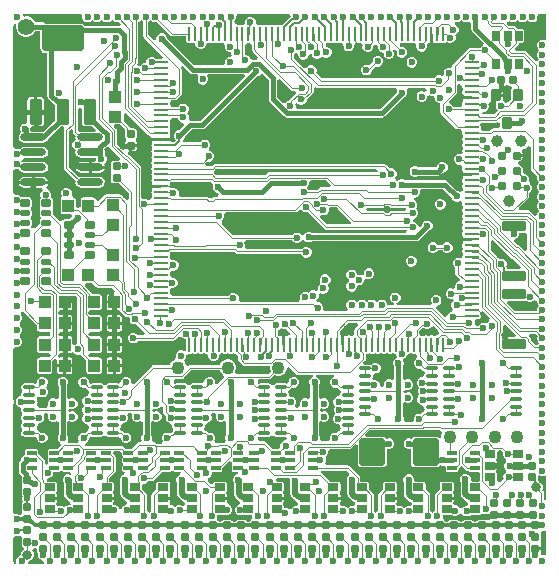
<source format=gtl>
G04*
G04 #@! TF.GenerationSoftware,Altium Limited,Altium Designer,23.8.1 (32)*
G04*
G04 Layer_Physical_Order=1*
G04 Layer_Color=255*
%FSLAX25Y25*%
%MOIN*%
G70*
G04*
G04 #@! TF.SameCoordinates,C9C1B49D-FC50-48E7-82B8-0A043EE9E5D5*
G04*
G04*
G04 #@! TF.FilePolarity,Positive*
G04*
G01*
G75*
%ADD12C,0.00591*%
%ADD14C,0.00787*%
%ADD16C,0.01968*%
%ADD17R,0.00787X0.55217*%
%ADD18R,0.00787X0.41732*%
%ADD19R,0.00787X0.07874*%
%ADD20R,0.02657X0.00787*%
%ADD21R,0.17717X0.00787*%
%ADD22R,0.19685X0.00787*%
%ADD23R,0.00787X0.08661*%
%ADD24R,0.00787X0.07972*%
%ADD25R,0.00787X0.09055*%
%ADD26R,0.00787X0.08268*%
%ADD27R,0.05512X0.00787*%
G04:AMPARAMS|DCode=28|XSize=12.6mil|YSize=31.5mil|CornerRadius=1.26mil|HoleSize=0mil|Usage=FLASHONLY|Rotation=270.000|XOffset=0mil|YOffset=0mil|HoleType=Round|Shape=RoundedRectangle|*
%AMROUNDEDRECTD28*
21,1,0.01260,0.02898,0,0,270.0*
21,1,0.01008,0.03150,0,0,270.0*
1,1,0.00252,-0.01449,-0.00504*
1,1,0.00252,-0.01449,0.00504*
1,1,0.00252,0.01449,0.00504*
1,1,0.00252,0.01449,-0.00504*
%
%ADD28ROUNDEDRECTD28*%
%ADD29C,0.03150*%
%ADD30O,0.05118X0.00866*%
%ADD31O,0.00866X0.05118*%
G04:AMPARAMS|DCode=32|XSize=23.62mil|YSize=35.43mil|CornerRadius=2.36mil|HoleSize=0mil|Usage=FLASHONLY|Rotation=270.000|XOffset=0mil|YOffset=0mil|HoleType=Round|Shape=RoundedRectangle|*
%AMROUNDEDRECTD32*
21,1,0.02362,0.03071,0,0,270.0*
21,1,0.01890,0.03543,0,0,270.0*
1,1,0.00472,-0.01535,-0.00945*
1,1,0.00472,-0.01535,0.00945*
1,1,0.00472,0.01535,0.00945*
1,1,0.00472,0.01535,-0.00945*
%
%ADD32ROUNDEDRECTD32*%
G04:AMPARAMS|DCode=33|XSize=27.56mil|YSize=23.62mil|CornerRadius=2.36mil|HoleSize=0mil|Usage=FLASHONLY|Rotation=180.000|XOffset=0mil|YOffset=0mil|HoleType=Round|Shape=RoundedRectangle|*
%AMROUNDEDRECTD33*
21,1,0.02756,0.01890,0,0,180.0*
21,1,0.02284,0.02362,0,0,180.0*
1,1,0.00472,-0.01142,0.00945*
1,1,0.00472,0.01142,0.00945*
1,1,0.00472,0.01142,-0.00945*
1,1,0.00472,-0.01142,-0.00945*
%
%ADD33ROUNDEDRECTD33*%
G04:AMPARAMS|DCode=34|XSize=27.56mil|YSize=23.62mil|CornerRadius=2.36mil|HoleSize=0mil|Usage=FLASHONLY|Rotation=90.000|XOffset=0mil|YOffset=0mil|HoleType=Round|Shape=RoundedRectangle|*
%AMROUNDEDRECTD34*
21,1,0.02756,0.01890,0,0,90.0*
21,1,0.02284,0.02362,0,0,90.0*
1,1,0.00472,0.00945,0.01142*
1,1,0.00472,0.00945,-0.01142*
1,1,0.00472,-0.00945,-0.01142*
1,1,0.00472,-0.00945,0.01142*
%
%ADD34ROUNDEDRECTD34*%
G04:AMPARAMS|DCode=35|XSize=25.59mil|YSize=31.5mil|CornerRadius=2.56mil|HoleSize=0mil|Usage=FLASHONLY|Rotation=90.000|XOffset=0mil|YOffset=0mil|HoleType=Round|Shape=RoundedRectangle|*
%AMROUNDEDRECTD35*
21,1,0.02559,0.02638,0,0,90.0*
21,1,0.02047,0.03150,0,0,90.0*
1,1,0.00512,0.01319,0.01024*
1,1,0.00512,0.01319,-0.01024*
1,1,0.00512,-0.01319,-0.01024*
1,1,0.00512,-0.01319,0.01024*
%
%ADD35ROUNDEDRECTD35*%
G04:AMPARAMS|DCode=36|XSize=17.72mil|YSize=31.5mil|CornerRadius=1.77mil|HoleSize=0mil|Usage=FLASHONLY|Rotation=90.000|XOffset=0mil|YOffset=0mil|HoleType=Round|Shape=RoundedRectangle|*
%AMROUNDEDRECTD36*
21,1,0.01772,0.02795,0,0,90.0*
21,1,0.01417,0.03150,0,0,90.0*
1,1,0.00354,0.01398,0.00709*
1,1,0.00354,0.01398,-0.00709*
1,1,0.00354,-0.01398,-0.00709*
1,1,0.00354,-0.01398,0.00709*
%
%ADD36ROUNDEDRECTD36*%
G04:AMPARAMS|DCode=37|XSize=39.37mil|YSize=43.31mil|CornerRadius=3.94mil|HoleSize=0mil|Usage=FLASHONLY|Rotation=0.000|XOffset=0mil|YOffset=0mil|HoleType=Round|Shape=RoundedRectangle|*
%AMROUNDEDRECTD37*
21,1,0.03937,0.03543,0,0,0.0*
21,1,0.03150,0.04331,0,0,0.0*
1,1,0.00787,0.01575,-0.01772*
1,1,0.00787,-0.01575,-0.01772*
1,1,0.00787,-0.01575,0.01772*
1,1,0.00787,0.01575,0.01772*
%
%ADD37ROUNDEDRECTD37*%
G04:AMPARAMS|DCode=38|XSize=35.43mil|YSize=37.4mil|CornerRadius=3.54mil|HoleSize=0mil|Usage=FLASHONLY|Rotation=180.000|XOffset=0mil|YOffset=0mil|HoleType=Round|Shape=RoundedRectangle|*
%AMROUNDEDRECTD38*
21,1,0.03543,0.03032,0,0,180.0*
21,1,0.02835,0.03740,0,0,180.0*
1,1,0.00709,-0.01417,0.01516*
1,1,0.00709,0.01417,0.01516*
1,1,0.00709,0.01417,-0.01516*
1,1,0.00709,-0.01417,-0.01516*
%
%ADD38ROUNDEDRECTD38*%
G04:AMPARAMS|DCode=39|XSize=35.43mil|YSize=37.4mil|CornerRadius=3.54mil|HoleSize=0mil|Usage=FLASHONLY|Rotation=180.000|XOffset=0mil|YOffset=0mil|HoleType=Round|Shape=RoundedRectangle|*
%AMROUNDEDRECTD39*
21,1,0.03543,0.03032,0,0,180.0*
21,1,0.02835,0.03740,0,0,180.0*
1,1,0.00709,-0.01417,0.01516*
1,1,0.00709,0.01417,0.01516*
1,1,0.00709,0.01417,-0.01516*
1,1,0.00709,-0.01417,-0.01516*
%
%ADD39ROUNDEDRECTD39*%
%ADD40O,0.04331X0.01181*%
G04:AMPARAMS|DCode=41|XSize=43.31mil|YSize=84.65mil|CornerRadius=4.33mil|HoleSize=0mil|Usage=FLASHONLY|Rotation=0.000|XOffset=0mil|YOffset=0mil|HoleType=Round|Shape=RoundedRectangle|*
%AMROUNDEDRECTD41*
21,1,0.04331,0.07598,0,0,0.0*
21,1,0.03465,0.08465,0,0,0.0*
1,1,0.00866,0.01732,-0.03799*
1,1,0.00866,-0.01732,-0.03799*
1,1,0.00866,-0.01732,0.03799*
1,1,0.00866,0.01732,0.03799*
%
%ADD41ROUNDEDRECTD41*%
G04:AMPARAMS|DCode=42|XSize=43.31mil|YSize=84.65mil|CornerRadius=4.33mil|HoleSize=0mil|Usage=FLASHONLY|Rotation=0.000|XOffset=0mil|YOffset=0mil|HoleType=Round|Shape=RoundedRectangle|*
%AMROUNDEDRECTD42*
21,1,0.04331,0.07599,0,0,0.0*
21,1,0.03465,0.08465,0,0,0.0*
1,1,0.00866,0.01732,-0.03799*
1,1,0.00866,-0.01732,-0.03799*
1,1,0.00866,-0.01732,0.03799*
1,1,0.00866,0.01732,0.03799*
%
%ADD42ROUNDEDRECTD42*%
G04:AMPARAMS|DCode=43|XSize=137.8mil|YSize=84.65mil|CornerRadius=8.47mil|HoleSize=0mil|Usage=FLASHONLY|Rotation=0.000|XOffset=0mil|YOffset=0mil|HoleType=Round|Shape=RoundedRectangle|*
%AMROUNDEDRECTD43*
21,1,0.13780,0.06772,0,0,0.0*
21,1,0.12087,0.08465,0,0,0.0*
1,1,0.01693,0.06043,-0.03386*
1,1,0.01693,-0.06043,-0.03386*
1,1,0.01693,-0.06043,0.03386*
1,1,0.01693,0.06043,0.03386*
%
%ADD43ROUNDEDRECTD43*%
G04:AMPARAMS|DCode=44|XSize=39.37mil|YSize=43.31mil|CornerRadius=3.94mil|HoleSize=0mil|Usage=FLASHONLY|Rotation=270.000|XOffset=0mil|YOffset=0mil|HoleType=Round|Shape=RoundedRectangle|*
%AMROUNDEDRECTD44*
21,1,0.03937,0.03543,0,0,270.0*
21,1,0.03150,0.04331,0,0,270.0*
1,1,0.00787,-0.01772,-0.01575*
1,1,0.00787,-0.01772,0.01575*
1,1,0.00787,0.01772,0.01575*
1,1,0.00787,0.01772,-0.01575*
%
%ADD44ROUNDEDRECTD44*%
G04:AMPARAMS|DCode=45|XSize=23.62mil|YSize=35.43mil|CornerRadius=2.36mil|HoleSize=0mil|Usage=FLASHONLY|Rotation=180.000|XOffset=0mil|YOffset=0mil|HoleType=Round|Shape=RoundedRectangle|*
%AMROUNDEDRECTD45*
21,1,0.02362,0.03071,0,0,180.0*
21,1,0.01890,0.03543,0,0,180.0*
1,1,0.00472,-0.00945,0.01535*
1,1,0.00472,0.00945,0.01535*
1,1,0.00472,0.00945,-0.01535*
1,1,0.00472,-0.00945,-0.01535*
%
%ADD45ROUNDEDRECTD45*%
G04:AMPARAMS|DCode=46|XSize=86.61mil|YSize=90.55mil|CornerRadius=8.66mil|HoleSize=0mil|Usage=FLASHONLY|Rotation=180.000|XOffset=0mil|YOffset=0mil|HoleType=Round|Shape=RoundedRectangle|*
%AMROUNDEDRECTD46*
21,1,0.08661,0.07323,0,0,180.0*
21,1,0.06929,0.09055,0,0,180.0*
1,1,0.01732,-0.03465,0.03661*
1,1,0.01732,0.03465,0.03661*
1,1,0.01732,0.03465,-0.03661*
1,1,0.01732,-0.03465,-0.03661*
%
%ADD46ROUNDEDRECTD46*%
G04:AMPARAMS|DCode=47|XSize=31.5mil|YSize=78.74mil|CornerRadius=3.15mil|HoleSize=0mil|Usage=FLASHONLY|Rotation=90.000|XOffset=0mil|YOffset=0mil|HoleType=Round|Shape=RoundedRectangle|*
%AMROUNDEDRECTD47*
21,1,0.03150,0.07244,0,0,90.0*
21,1,0.02520,0.07874,0,0,90.0*
1,1,0.00630,0.03622,0.01260*
1,1,0.00630,0.03622,-0.01260*
1,1,0.00630,-0.03622,-0.01260*
1,1,0.00630,-0.03622,0.01260*
%
%ADD47ROUNDEDRECTD47*%
%ADD48O,0.08661X0.02362*%
%ADD74C,0.03100*%
%ADD75C,0.01575*%
%ADD76C,0.00492*%
%ADD77C,0.01181*%
%ADD78C,0.02362*%
%ADD79C,0.05512*%
%ADD80C,0.04331*%
%ADD81C,0.03900*%
G36*
X177559Y175214D02*
X176772Y174688D01*
X176730Y174705D01*
X176026D01*
X175374Y174435D01*
X174876Y173937D01*
X174606Y173285D01*
Y172581D01*
X174876Y171930D01*
X174933Y171873D01*
X175320Y171358D01*
X174933Y170844D01*
X174876Y170787D01*
X174606Y170136D01*
Y169431D01*
X174876Y168780D01*
X174933Y168723D01*
X175123Y168470D01*
X174768Y167743D01*
X174173Y167661D01*
X170905Y170929D01*
X170628Y171114D01*
X170301Y171179D01*
X167467D01*
X167166Y171907D01*
X168327Y173068D01*
X168512Y173345D01*
X168577Y173671D01*
Y173803D01*
X169449D01*
X169772Y173867D01*
X170045Y174050D01*
X170228Y174323D01*
X170292Y174646D01*
Y177717D01*
X170228Y178039D01*
X170045Y178313D01*
X169772Y178495D01*
X169449Y178560D01*
X167922D01*
X167188Y179294D01*
X166911Y179479D01*
X166585Y179544D01*
X165220D01*
X164572Y180193D01*
X164638Y180697D01*
X165404Y181064D01*
X165574Y180937D01*
X165630Y180880D01*
X166281Y180610D01*
X166986D01*
X167637Y180880D01*
X167694Y180937D01*
X168209Y181324D01*
X168723Y180937D01*
X168780Y180880D01*
X169431Y180610D01*
X170136D01*
X170787Y180880D01*
X170844Y180937D01*
X171358Y181324D01*
X171873Y180937D01*
X171930Y180880D01*
X172581Y180610D01*
X173285D01*
X173937Y180880D01*
X174435Y181378D01*
X174705Y182029D01*
Y182734D01*
X174688Y182776D01*
X175214Y183563D01*
X177559D01*
Y175214D01*
D02*
G37*
G36*
X92438Y182776D02*
X92421Y182734D01*
Y182581D01*
X89715Y179874D01*
X88927Y179636D01*
X88588Y179862D01*
X88189Y179941D01*
X87789Y179862D01*
X87451Y179636D01*
X86958Y179636D01*
X86620Y179862D01*
X86220Y179941D01*
X85821Y179862D01*
X85482Y179636D01*
X84990Y179636D01*
X84651Y179862D01*
X84252Y179941D01*
X83852Y179862D01*
X83514Y179636D01*
X83021Y179636D01*
X82683Y179862D01*
X82283Y179941D01*
X81884Y179862D01*
X81545Y179636D01*
X81341Y179636D01*
X80793Y180315D01*
X80798Y180325D01*
Y181030D01*
X80528Y181682D01*
X80029Y182180D01*
X79378Y182449D01*
X78673D01*
X78022Y182180D01*
X77524Y181682D01*
X77254Y181030D01*
Y180490D01*
X77091Y180275D01*
X76883Y180093D01*
X76578Y179901D01*
X76378Y179941D01*
X75978Y179862D01*
X75640Y179636D01*
X75147Y179636D01*
X74809Y179862D01*
X74409Y179941D01*
X74384Y179936D01*
X73739Y180444D01*
X73668Y181006D01*
X74041Y181378D01*
X74311Y182029D01*
Y182734D01*
X74294Y182776D01*
X74820Y183563D01*
X91912D01*
X92438Y182776D01*
D02*
G37*
G36*
X23049D02*
X23031Y182734D01*
Y182029D01*
X23301Y181378D01*
X23800Y180880D01*
X24451Y180610D01*
X25156D01*
X25807Y180880D01*
X25864Y180937D01*
X26378Y181324D01*
X26892Y180937D01*
X26949Y180880D01*
X27600Y180610D01*
X28305D01*
X28956Y180880D01*
X29013Y180937D01*
X29528Y181324D01*
X30042Y180937D01*
X30099Y180880D01*
X30750Y180610D01*
X31455D01*
X32106Y180880D01*
X32453Y181227D01*
X32923Y181317D01*
X33394Y181227D01*
X33741Y180880D01*
X34392Y180610D01*
X35096D01*
X35247Y180673D01*
X35883Y180037D01*
X35495Y179311D01*
X35311Y179348D01*
X23862D01*
X23615Y179717D01*
X23139Y180035D01*
X22579Y180146D01*
X10982D01*
X10902Y180226D01*
X10447Y180530D01*
X9909Y180637D01*
X7384D01*
X7009Y181287D01*
X6385Y181910D01*
X5622Y182351D01*
X4771Y182579D01*
X3890D01*
X3740Y182539D01*
X3727Y182542D01*
X3636Y182776D01*
X4176Y183563D01*
X22523D01*
X23049Y182776D01*
D02*
G37*
G36*
X149825Y180937D02*
X149882Y180880D01*
X150533Y180610D01*
X151238D01*
X151889Y180880D01*
X152630Y180508D01*
Y178545D01*
X152737Y178008D01*
X153042Y177552D01*
X156835Y173759D01*
X156609Y172871D01*
X156344Y172761D01*
X155845Y172263D01*
X155783Y172112D01*
X152207D01*
X151880Y172047D01*
X151603Y171863D01*
X146493Y166753D01*
X146308Y166476D01*
X146244Y166149D01*
Y165911D01*
X145530Y165354D01*
X144825D01*
X144174Y165085D01*
X143675Y164586D01*
X143406Y163935D01*
Y163230D01*
X143433Y163163D01*
X142766Y162717D01*
X142761Y162722D01*
X142109Y162992D01*
X141405D01*
X140753Y162722D01*
X140255Y162224D01*
X140193Y162074D01*
X102944D01*
X101036Y163981D01*
X101098Y164132D01*
Y164837D01*
X100829Y165488D01*
X100330Y165986D01*
X99679Y166256D01*
X98974D01*
X98323Y165986D01*
X97825Y165488D01*
X96926Y165376D01*
X93510Y168792D01*
Y169890D01*
X93661Y169952D01*
X94121Y170413D01*
X94344Y170367D01*
X94868Y170130D01*
Y169608D01*
X95137Y168957D01*
X95636Y168459D01*
X96287Y168189D01*
X96992D01*
X97643Y168459D01*
X98141Y168957D01*
X98411Y169608D01*
X98980Y169993D01*
X99328Y169982D01*
X99410Y169923D01*
X99679Y169272D01*
X100178Y168774D01*
X100829Y168504D01*
X101534D01*
X102185Y168774D01*
X102471Y169060D01*
X103327Y169167D01*
X103978Y168898D01*
X104683D01*
X105334Y169167D01*
X105833Y169666D01*
X106102Y170317D01*
Y171022D01*
X105833Y171673D01*
X105334Y172171D01*
X104683Y172441D01*
X104475D01*
X104088Y172855D01*
X104310Y173676D01*
X104336Y173681D01*
X104675Y173907D01*
X105167Y173907D01*
X105506Y173681D01*
X105905Y173602D01*
X106305Y173681D01*
X106643Y173907D01*
X107136Y173907D01*
X107475Y173681D01*
X107874Y173602D01*
X108273Y173681D01*
X108612Y173907D01*
X109104Y173907D01*
X109443Y173681D01*
X109493Y173671D01*
X109979Y173212D01*
X110106Y172851D01*
Y172388D01*
X110375Y171737D01*
X110874Y171238D01*
X111525Y170968D01*
X112230D01*
X112881Y171238D01*
X113379Y171737D01*
X113649Y172388D01*
Y172834D01*
X113703Y173153D01*
X114179Y173681D01*
X114517Y173907D01*
X115010Y173907D01*
X115348Y173681D01*
X115748Y173602D01*
X115828Y173618D01*
X116419Y172988D01*
X116339Y172793D01*
Y172089D01*
X116608Y171437D01*
X117107Y170939D01*
X117758Y170669D01*
X118463D01*
X119114Y170939D01*
X119612Y171437D01*
X119882Y172089D01*
Y172793D01*
X120227Y173175D01*
X121112Y173175D01*
X121252Y173020D01*
X121457Y172756D01*
Y172089D01*
X121727Y171437D01*
X122225Y170939D01*
X122702Y170742D01*
X123425Y170431D01*
Y169726D01*
X123695Y169075D01*
X124193Y168577D01*
X124845Y168307D01*
X125549D01*
X126200Y168577D01*
X126699Y169075D01*
X126969Y169726D01*
Y170431D01*
X126699Y171082D01*
X126539Y171242D01*
X126550Y171307D01*
X127396Y171574D01*
X127836Y171135D01*
X127756Y170943D01*
Y170238D01*
X128026Y169587D01*
X128524Y169089D01*
X129175Y168819D01*
X129880D01*
X130531Y169089D01*
X131030Y169587D01*
X131299Y170238D01*
Y170943D01*
X131030Y171594D01*
X130531Y172092D01*
X129880Y172362D01*
X129175D01*
X129066Y172317D01*
X128779Y172604D01*
X128903Y173584D01*
X129102Y173699D01*
X129128Y173681D01*
X129527Y173602D01*
X129927Y173681D01*
X130265Y173907D01*
X130758Y173907D01*
X131096Y173681D01*
X131496Y173602D01*
X131895Y173681D01*
X132234Y173907D01*
X132726Y173907D01*
X133065Y173681D01*
X133464Y173602D01*
X133802Y173669D01*
X134032Y173507D01*
X134421Y173107D01*
X134385Y173020D01*
Y172315D01*
X134655Y171664D01*
X135153Y171166D01*
X135804Y170896D01*
X136509D01*
X137161Y171166D01*
X137659Y171664D01*
X137929Y172315D01*
Y173020D01*
X137835Y173246D01*
X138367Y173907D01*
X138632D01*
X138878Y173743D01*
Y176771D01*
X139862D01*
Y173743D01*
X140108Y173907D01*
X140600Y173907D01*
X140939Y173681D01*
X141338Y173602D01*
X141738Y173681D01*
X142076Y173907D01*
X142569Y173907D01*
X142908Y173681D01*
X143307Y173602D01*
X143706Y173681D01*
X144045Y173907D01*
X144675Y173965D01*
X145326Y173696D01*
X146031D01*
X146682Y173965D01*
X147180Y174464D01*
X147450Y175115D01*
Y175820D01*
X147187Y176453D01*
X147657Y176648D01*
X148155Y177146D01*
X148425Y177797D01*
Y178502D01*
X148155Y179153D01*
X147657Y179651D01*
X147099Y179883D01*
X147384Y180610D01*
X148089D01*
X148740Y180880D01*
X148797Y180937D01*
X149311Y181324D01*
X149825Y180937D01*
D02*
G37*
G36*
X43132D02*
X43189Y180880D01*
X43340Y180818D01*
Y176125D01*
X43405Y175798D01*
X43590Y175522D01*
X50017Y169094D01*
X49716Y168366D01*
X47499D01*
X47082Y168783D01*
X46431Y169053D01*
X45726D01*
X45075Y168783D01*
X44577Y168284D01*
X44307Y167633D01*
Y167118D01*
X43628D01*
X42977Y166848D01*
X42478Y166349D01*
X42408Y166180D01*
X41960Y166143D01*
X41718Y166202D01*
X41389Y166892D01*
X41453Y167218D01*
Y168381D01*
X41585Y168579D01*
X41650Y168905D01*
Y180716D01*
X42047Y180880D01*
X42104Y180937D01*
X42618Y181324D01*
X43132Y180937D01*
D02*
G37*
G36*
X78346Y173602D02*
X78675Y173667D01*
X78794Y173650D01*
X79462Y173213D01*
Y171612D01*
X79527Y171286D01*
X79712Y171009D01*
X79824Y170897D01*
X79871Y170658D01*
X80056Y170381D01*
X81414Y169023D01*
X81088Y168236D01*
X79760D01*
X79159Y168265D01*
X78909Y168808D01*
X78864Y168917D01*
X78366Y169415D01*
X77715Y169685D01*
X77303D01*
X77231Y169757D01*
Y173213D01*
X77899Y173650D01*
X78018Y173667D01*
X78346Y173602D01*
D02*
G37*
G36*
X46282Y180937D02*
X46339Y180880D01*
X46990Y180610D01*
X47695D01*
X47846Y180673D01*
X52350Y176168D01*
X52627Y175983D01*
X52953Y175918D01*
X57618D01*
Y174645D01*
X57697Y174246D01*
X57923Y173907D01*
X58262Y173681D01*
X58661Y173602D01*
X59061Y173681D01*
X59399Y173907D01*
X59892Y173907D01*
X60230Y173681D01*
X60630Y173602D01*
X60672Y173568D01*
Y173221D01*
X60941Y172569D01*
X61440Y172071D01*
X62091Y171801D01*
X62796D01*
X63447Y172071D01*
X63945Y172569D01*
X64215Y173221D01*
Y173313D01*
X64567Y173602D01*
X64966Y173681D01*
X65305Y173907D01*
X65797Y173907D01*
X66136Y173681D01*
X66535Y173602D01*
X66935Y173681D01*
X67273Y173907D01*
X67766Y173907D01*
X68104Y173681D01*
X68504Y173602D01*
X68903Y173681D01*
X69242Y173907D01*
X69734Y173907D01*
X70073Y173681D01*
X70556Y172904D01*
X70563Y172842D01*
Y172187D01*
X70833Y171536D01*
X71331Y171037D01*
X71983Y170768D01*
X72642D01*
Y170231D01*
X72812Y169822D01*
X72781Y169718D01*
X72421Y169173D01*
X72326Y169095D01*
X71892D01*
X71241Y168825D01*
X70742Y168326D01*
X70473Y167675D01*
Y166971D01*
X69911Y166267D01*
X60326D01*
X51181Y175412D01*
Y175549D01*
X50911Y176200D01*
X50413Y176699D01*
X49762Y176969D01*
X49057D01*
X48406Y176699D01*
X47908Y176200D01*
X47638Y175549D01*
Y175000D01*
X47199Y174705D01*
X46910Y174614D01*
X45046Y176478D01*
Y180818D01*
X45197Y180880D01*
X45253Y180937D01*
X45768Y181324D01*
X46282Y180937D01*
D02*
G37*
G36*
X85209Y161559D02*
Y154985D01*
X85316Y154447D01*
X85621Y153991D01*
X90310Y149302D01*
X90766Y148997D01*
X91304Y148890D01*
X122736D01*
X123274Y148997D01*
X123730Y149302D01*
X129743Y155315D01*
X129880D01*
X130531Y155585D01*
X131030Y156083D01*
X131299Y156734D01*
Y157439D01*
X131063Y158009D01*
X131204Y158393D01*
X131437Y158796D01*
X137268D01*
X137815Y158126D01*
X137785Y157961D01*
X137665Y157843D01*
X136938Y157526D01*
X136573Y157677D01*
X135868D01*
X135217Y157407D01*
X134719Y156909D01*
X134449Y156258D01*
Y155553D01*
X134719Y154902D01*
X135217Y154404D01*
X135868Y154134D01*
X136573D01*
X137224Y154404D01*
X137723Y154902D01*
X137992Y155553D01*
Y155978D01*
X138747Y156337D01*
X138856Y156228D01*
X139507Y155958D01*
X139669D01*
X140222Y155918D01*
X140396Y155231D01*
Y155201D01*
X140666Y154550D01*
X141164Y154051D01*
X141815Y153782D01*
X142136D01*
X142368Y153499D01*
Y150788D01*
X142433Y150461D01*
X142618Y150185D01*
X147615Y145188D01*
X147891Y145003D01*
X148218Y144938D01*
X149330D01*
X149699Y144151D01*
X149665Y144100D01*
X149586Y143701D01*
X149665Y143301D01*
X149892Y142963D01*
X149892Y142470D01*
X149665Y142132D01*
X149586Y141732D01*
X149665Y141333D01*
X149892Y140994D01*
X149892Y140502D01*
X149665Y140163D01*
X149586Y139764D01*
X149665Y139364D01*
X149892Y139026D01*
X149892Y138533D01*
X149665Y138195D01*
X149586Y137795D01*
X149665Y137396D01*
X149737Y137289D01*
X149215Y136653D01*
X149071Y136713D01*
X148366D01*
X147715Y136443D01*
X147217Y135944D01*
X146947Y135293D01*
Y134589D01*
X147217Y133937D01*
X147715Y133439D01*
X148366Y133169D01*
X149071D01*
X149133Y133195D01*
X149303Y133109D01*
X149665Y132289D01*
X149586Y131890D01*
X149665Y131490D01*
X149892Y131152D01*
X149892Y130659D01*
X149727Y130413D01*
X152756D01*
Y129429D01*
X149727D01*
X149892Y129183D01*
X149892Y128691D01*
X149665Y128352D01*
X149586Y127953D01*
X149665Y127553D01*
X149892Y127215D01*
X149892Y126722D01*
X149665Y126384D01*
X149586Y125984D01*
X149665Y125585D01*
X149892Y125246D01*
X149892Y124754D01*
X149665Y124415D01*
X149661Y124393D01*
X148824Y124116D01*
X148811Y124129D01*
X148160Y124399D01*
X148023D01*
X144854Y127568D01*
X144398Y127873D01*
X143860Y127980D01*
X130628D01*
X130531Y128077D01*
X129880Y128347D01*
X129175D01*
X128524Y128077D01*
X128051Y127604D01*
X127578Y128077D01*
X127476Y128119D01*
X127342Y129027D01*
X127540Y129225D01*
X127810Y129876D01*
Y130581D01*
X127540Y131232D01*
X127041Y131730D01*
X126390Y132000D01*
X125686D01*
X125535Y131938D01*
X124241Y133231D01*
X123965Y133416D01*
X123638Y133481D01*
X67315D01*
X66989Y133416D01*
X66712Y133231D01*
X66224Y132743D01*
X64285D01*
X63959Y133530D01*
X64704Y134275D01*
X64854Y134213D01*
X65559D01*
X66210Y134482D01*
X66709Y134981D01*
X66978Y135632D01*
Y136337D01*
X66709Y136988D01*
X66210Y137486D01*
X65559Y137756D01*
X65391D01*
X65065Y138543D01*
X65281Y138760D01*
X65551Y139411D01*
Y140116D01*
X65281Y140767D01*
X64783Y141266D01*
X64132Y141535D01*
X63427D01*
X62776Y141266D01*
X62278Y140767D01*
X62215Y140617D01*
X56729D01*
X56629Y140708D01*
X56518Y141512D01*
X56817Y141811D01*
X57087Y142463D01*
Y142616D01*
X59522Y145052D01*
X62992D01*
X63530Y145159D01*
X63986Y145463D01*
X81121Y162598D01*
X81258D01*
X81909Y162868D01*
X82407Y163366D01*
X83302Y163467D01*
X85209Y161559D01*
D02*
G37*
G36*
X164969Y159572D02*
X165229Y159398D01*
X165551Y159334D01*
X165859D01*
X166082Y158803D01*
X166137Y158547D01*
X165960Y158282D01*
X165887Y157913D01*
Y155125D01*
X164746Y153984D01*
X163956Y153873D01*
X163458Y154372D01*
X163096Y154522D01*
X163168Y154882D01*
Y155905D01*
X160787D01*
Y156890D01*
X163168D01*
Y157913D01*
X163095Y158282D01*
X162918Y158547D01*
X162973Y158803D01*
X163197Y159334D01*
X163504D01*
X163827Y159398D01*
X164086Y159572D01*
X164109Y159581D01*
X164947D01*
X164969Y159572D01*
D02*
G37*
G36*
X92282Y158155D02*
X92559Y157970D01*
X92885Y157905D01*
X93958D01*
X94284Y157118D01*
X92078Y154911D01*
X91893Y154634D01*
X91862Y154483D01*
X91319Y154258D01*
X90821Y153760D01*
X89927Y153659D01*
X88019Y155567D01*
Y161304D01*
X88807Y161630D01*
X92282Y158155D01*
D02*
G37*
G36*
X101121Y158861D02*
X101447Y158796D01*
X127618D01*
X127851Y158393D01*
X127992Y158009D01*
X127756Y157439D01*
Y157302D01*
X122154Y151700D01*
X94656D01*
X94095Y152403D01*
Y153108D01*
X94021Y153286D01*
X94688Y153732D01*
X95003Y153418D01*
X95654Y153148D01*
X96359D01*
X97010Y153418D01*
X97509Y153916D01*
X97778Y154567D01*
Y154814D01*
X99916Y156952D01*
X100101Y157229D01*
X100166Y157556D01*
Y158751D01*
X100954Y158973D01*
X101121Y158861D01*
D02*
G37*
G36*
X148986Y160136D02*
X149580Y159456D01*
X149594Y159410D01*
X149665Y159049D01*
X149892Y158711D01*
X149892Y158218D01*
X149665Y157880D01*
X149586Y157480D01*
X149665Y157081D01*
X149892Y156742D01*
X149892Y156250D01*
X149727Y156004D01*
X152756D01*
Y155020D01*
X149727D01*
X149892Y154774D01*
X149892Y154281D01*
X149665Y153943D01*
X149586Y153543D01*
X149651Y153219D01*
X149628Y153087D01*
X149194Y152432D01*
X146706D01*
X146642Y152586D01*
X146144Y153085D01*
X145493Y153355D01*
X145397D01*
X145071Y154142D01*
X147700Y156771D01*
X147885Y157048D01*
X147950Y157374D01*
Y159581D01*
X148663Y160138D01*
X148981D01*
X148986Y160136D01*
D02*
G37*
G36*
X159002Y153992D02*
X159370Y153919D01*
X160119D01*
X160683Y153222D01*
Y152517D01*
X160953Y151866D01*
X161451Y151368D01*
X161465Y151300D01*
X160181Y150017D01*
X156563D01*
X156374Y150411D01*
X156727Y150851D01*
X157156D01*
X157807Y151120D01*
X158305Y151619D01*
X158575Y152270D01*
Y152975D01*
X158372Y153466D01*
X158849Y154000D01*
X158918Y154048D01*
X159002Y153992D01*
D02*
G37*
G36*
X58751Y163869D02*
X59206Y163564D01*
X59744Y163457D01*
X61356D01*
X61682Y162670D01*
X61676Y162664D01*
X61406Y162013D01*
Y161308D01*
X61676Y160657D01*
X62174Y160158D01*
X62826Y159889D01*
X63530D01*
X64182Y160158D01*
X64680Y160657D01*
X64950Y161308D01*
Y162013D01*
X64680Y162664D01*
X64674Y162670D01*
X65000Y163457D01*
X76892D01*
X77219Y162670D01*
X62410Y147862D01*
X59026D01*
X58800Y148069D01*
X58465Y148565D01*
Y149270D01*
X58195Y149921D01*
X57771Y150345D01*
X58195Y150768D01*
X58465Y151419D01*
Y152124D01*
X58195Y152775D01*
X57697Y153274D01*
X57045Y153543D01*
X56341D01*
X55689Y153274D01*
X55191Y152775D01*
X55077Y152499D01*
X52819D01*
X52608Y152763D01*
X52331Y153287D01*
X52382Y153543D01*
X52317Y153871D01*
X52341Y154034D01*
X52385Y154142D01*
X52751Y154689D01*
X52846Y154708D01*
X53945D01*
X54271Y154773D01*
X54548Y154958D01*
X55869Y156279D01*
X56054Y156556D01*
X56119Y156882D01*
Y165052D01*
X56054Y165378D01*
X55869Y165655D01*
X56439Y166181D01*
X58751Y163869D01*
D02*
G37*
G36*
X162147Y147005D02*
Y145630D01*
X161419Y145254D01*
X159978D01*
X159652Y145189D01*
X159375Y145004D01*
X158925Y144554D01*
X156315D01*
X155877Y145221D01*
X155860Y145341D01*
X155925Y145669D01*
X155846Y146069D01*
X155620Y146407D01*
X155830Y147214D01*
X155838Y147227D01*
X160984D01*
X161310Y147292D01*
X161360Y147325D01*
X162147Y147005D01*
D02*
G37*
G36*
X1021Y179836D02*
X1025Y179823D01*
X984Y179673D01*
Y178792D01*
X1212Y177941D01*
X1653Y177178D01*
X2276Y176555D01*
X3039Y176114D01*
X3890Y175886D01*
X4771D01*
X5622Y176114D01*
X6385Y176555D01*
X7009Y177178D01*
X7384Y177827D01*
X9027D01*
Y171909D01*
X9138Y171349D01*
X9456Y170873D01*
X9932Y170556D01*
X10492Y170444D01*
X11292D01*
Y156067D01*
X11399Y155530D01*
X11704Y155074D01*
X13440Y153337D01*
X13759Y153124D01*
Y148030D01*
X9782Y144053D01*
X6282D01*
X5709Y144726D01*
Y145293D01*
X5716Y145439D01*
X6308Y146043D01*
X6988D01*
Y150394D01*
X4704D01*
Y147531D01*
X4370Y146982D01*
X3949Y146850D01*
X3585D01*
X2933Y146581D01*
X2435Y146082D01*
X2165Y145431D01*
Y144726D01*
X2435Y144075D01*
X2266Y143524D01*
X1875Y142938D01*
X1737Y142246D01*
X1875Y141555D01*
X2266Y140969D01*
X2853Y140577D01*
X3544Y140440D01*
X9843D01*
X10534Y140577D01*
X11120Y140969D01*
X11512Y141555D01*
X11575Y141871D01*
X15746Y146043D01*
X16667D01*
X16946Y145255D01*
X16881Y145158D01*
X16816Y144832D01*
Y132019D01*
X16881Y131692D01*
X17066Y131415D01*
X20734Y127747D01*
X20635Y127246D01*
X20773Y126555D01*
X21164Y125969D01*
X21750Y125577D01*
X22441Y125440D01*
X28741D01*
X29432Y125577D01*
X30018Y125969D01*
X30409Y126555D01*
X30547Y127246D01*
X30409Y127937D01*
X30018Y128524D01*
X29432Y128915D01*
X28741Y129053D01*
X22441D01*
X21941Y128953D01*
X18522Y132372D01*
Y144478D01*
X19138Y145094D01*
X19866Y144793D01*
Y143969D01*
X19930Y143643D01*
X20115Y143366D01*
X20734Y142747D01*
X20635Y142246D01*
X20771Y141561D01*
X20398Y141406D01*
X19900Y140908D01*
X19630Y140257D01*
Y139552D01*
X19900Y138901D01*
X20398Y138403D01*
X20665Y138292D01*
X20773Y137937D01*
X20635Y137246D01*
X20773Y136555D01*
X21164Y135969D01*
X21750Y135577D01*
X22441Y135440D01*
X27434D01*
X27601Y134677D01*
X27184Y134053D01*
X26083D01*
Y132738D01*
X30449D01*
X30409Y132938D01*
X30264Y133155D01*
X30377Y133528D01*
X30875Y134026D01*
X31145Y134677D01*
Y135382D01*
X30875Y136033D01*
X30387Y136521D01*
X30409Y136555D01*
X30547Y137246D01*
X30409Y137937D01*
X30296Y138107D01*
Y138335D01*
X31111Y139149D01*
X31702Y139058D01*
X32002Y138927D01*
X32124Y138745D01*
X35634Y135234D01*
X35290Y134465D01*
X33307D01*
X32985Y134401D01*
X32711Y134218D01*
X32528Y133945D01*
X32464Y133622D01*
Y131732D01*
X32528Y131410D01*
X32702Y131150D01*
X32711Y131128D01*
Y130290D01*
X32702Y130267D01*
X32528Y130008D01*
X32464Y129685D01*
Y127795D01*
X32528Y127473D01*
X32711Y127199D01*
X32985Y127016D01*
X33307Y126952D01*
X35227D01*
X38460Y123720D01*
Y121760D01*
X37673Y121434D01*
X36112Y122995D01*
X35835Y123180D01*
X35508Y123245D01*
X31027D01*
X30701Y123180D01*
X30424Y122995D01*
X28366Y120937D01*
X27578Y121260D01*
X27502Y121644D01*
X27285Y121969D01*
X26959Y122187D01*
X26575Y122263D01*
X23425D01*
X23041Y122187D01*
X22716Y121969D01*
X22498Y121644D01*
X22422Y121260D01*
Y119342D01*
X22282Y119187D01*
X21673Y118824D01*
X20886Y119014D01*
Y121260D01*
X20809Y121644D01*
X20592Y121969D01*
X20266Y122187D01*
X19882Y122263D01*
X19398Y123051D01*
X19488Y123270D01*
Y123975D01*
X19218Y124626D01*
X18720Y125124D01*
X18069Y125394D01*
X17364D01*
X16713Y125124D01*
X16215Y124626D01*
X15945Y123975D01*
Y123270D01*
X16100Y122896D01*
X16207Y122591D01*
X16023Y121969D01*
X15805Y121644D01*
X15729Y121260D01*
Y117717D01*
X15805Y117332D01*
X16023Y117007D01*
X16348Y116789D01*
X16732Y116713D01*
X19243D01*
X19569Y115926D01*
X18620Y114977D01*
X17107D01*
X16776Y114911D01*
X16496Y114724D01*
X16432Y114628D01*
X15748Y114442D01*
X15506Y114441D01*
X13204Y116743D01*
Y117736D01*
X13145Y118036D01*
X13072Y118340D01*
X13104Y118955D01*
X13139Y119118D01*
X13140Y119119D01*
X13205Y119449D01*
X13206Y119449D01*
X13206Y119846D01*
Y121496D01*
X13140Y121826D01*
X12953Y122106D01*
X12673Y122293D01*
X12495Y122626D01*
X12598Y122876D01*
Y123581D01*
X12329Y124232D01*
X11830Y124730D01*
X11179Y125000D01*
X11087D01*
X10848Y125787D01*
X11120Y125969D01*
X11512Y126555D01*
X11551Y126754D01*
X7186D01*
Y125440D01*
X9504D01*
X9695Y125016D01*
X9746Y124653D01*
X9325Y124232D01*
X9055Y123581D01*
Y122876D01*
X9313Y122253D01*
X9094Y122106D01*
X8907Y121826D01*
X8842Y121496D01*
Y119846D01*
X8842Y119449D01*
X8842Y119449D01*
X8907Y119119D01*
X8908Y119118D01*
X8943Y118955D01*
X8975Y118340D01*
X8903Y118036D01*
X8843Y117736D01*
Y116319D01*
X8903Y116019D01*
X8957Y115938D01*
X9072Y115742D01*
Y115164D01*
X8957Y114968D01*
X8903Y114886D01*
X8843Y114587D01*
Y113593D01*
X7191Y111941D01*
X6264Y112036D01*
X5961Y112463D01*
X6058Y112870D01*
X6117Y113169D01*
Y114587D01*
X6058Y114886D01*
X6004Y114968D01*
X5888Y115164D01*
Y115742D01*
X6004Y115938D01*
X6058Y116019D01*
X6117Y116319D01*
Y117736D01*
X6058Y118036D01*
X5868Y118829D01*
X6024Y119074D01*
X6053Y119119D01*
X6119Y119449D01*
Y121496D01*
X6053Y121826D01*
X5866Y122106D01*
X5586Y122293D01*
X5256Y122359D01*
X2684D01*
X2683Y122362D01*
X2185Y122860D01*
X1534Y123130D01*
X829D01*
X787Y123113D01*
X0Y123639D01*
Y131282D01*
X787Y131808D01*
X829Y131791D01*
X1534D01*
X1863Y131615D01*
X1875Y131555D01*
X2266Y130969D01*
X2853Y130577D01*
X3544Y130440D01*
X9843D01*
X10534Y130577D01*
X11120Y130969D01*
X11512Y131555D01*
X11649Y132246D01*
X11512Y132938D01*
X11120Y133523D01*
X10534Y133915D01*
X9843Y134053D01*
X3544D01*
X2945Y133933D01*
X2683Y134566D01*
X3100Y135207D01*
X3426Y135463D01*
X3544Y135440D01*
X9843D01*
X10534Y135577D01*
X11120Y135969D01*
X11512Y136555D01*
X11649Y137246D01*
X11512Y137937D01*
X11120Y138523D01*
X10534Y138915D01*
X9843Y139053D01*
X3544D01*
X2852Y138915D01*
X2266Y138523D01*
X2087Y138255D01*
X1534Y138484D01*
X829D01*
X787Y138467D01*
X0Y138993D01*
Y179387D01*
X787Y179927D01*
X1021Y179836D01*
D02*
G37*
G36*
X22815Y151821D02*
Y147087D01*
X22894Y146687D01*
X23120Y146349D01*
X23459Y146122D01*
X23858Y146043D01*
X26380D01*
X27583Y144840D01*
X27256Y144053D01*
X22441D01*
X22230Y144010D01*
X21572Y144581D01*
Y151586D01*
X22252Y152064D01*
X22815Y151821D01*
D02*
G37*
G36*
X44883Y143097D02*
X45160Y142913D01*
X45486Y142848D01*
X45654D01*
X46062Y142224D01*
X49213D01*
X52241D01*
X52077Y142470D01*
X52077Y142963D01*
X52303Y143301D01*
X52382Y143701D01*
X52303Y144100D01*
X52077Y144439D01*
X52077Y144931D01*
X52303Y145270D01*
X52382Y145669D01*
X52303Y146069D01*
X52077Y146407D01*
X52077Y146900D01*
X52303Y147238D01*
X52382Y147638D01*
X52317Y147966D01*
X52334Y148085D01*
X52771Y148753D01*
X54921D01*
Y148565D01*
X55191Y147914D01*
X55689Y147415D01*
X56341Y147146D01*
X56529D01*
X56855Y146358D01*
X55083Y144587D01*
X54963D01*
X54311Y144317D01*
X53813Y143818D01*
X53543Y143167D01*
Y142463D01*
X53813Y141811D01*
X54162Y141463D01*
X53517Y140818D01*
X52801Y140854D01*
X52533Y141240D01*
X49213D01*
X46184D01*
X46349Y140994D01*
X46349Y140502D01*
X46122Y140163D01*
X46043Y139764D01*
X46122Y139364D01*
X46349Y139026D01*
X46349Y138533D01*
X46122Y138195D01*
X46043Y137795D01*
X46122Y137396D01*
X46349Y137057D01*
X46349Y136565D01*
X46122Y136226D01*
X46043Y135827D01*
X46122Y135427D01*
X46349Y135089D01*
X46349Y134596D01*
X46122Y134258D01*
X46043Y133858D01*
X46122Y133459D01*
X46349Y133120D01*
X46349Y132628D01*
X46122Y132289D01*
X46043Y131890D01*
X46122Y131490D01*
X46349Y131152D01*
X46349Y130659D01*
X46122Y130321D01*
X46043Y129921D01*
X46122Y129522D01*
X46349Y129183D01*
X46349Y128691D01*
X46122Y128352D01*
X46043Y127953D01*
X46122Y127553D01*
X46349Y127215D01*
X46349Y126722D01*
X46184Y126476D01*
X49213D01*
Y125492D01*
X46184D01*
X46349Y125246D01*
X46349Y124754D01*
X46122Y124415D01*
X46043Y124016D01*
X46122Y123616D01*
X46349Y123278D01*
X46349Y122785D01*
X46122Y122447D01*
X46043Y122047D01*
X46051Y122007D01*
X45499Y121321D01*
X44987Y121318D01*
X44724Y121581D01*
X44073Y121850D01*
X43368D01*
X42654Y122407D01*
Y132187D01*
X42590Y132513D01*
X42405Y132790D01*
X38620Y136574D01*
X38343Y136759D01*
X38201Y136992D01*
X38639Y137772D01*
X38654Y137779D01*
X38681D01*
Y139075D01*
X37189D01*
Y138622D01*
X37194Y138592D01*
X36469Y138204D01*
X34564Y140109D01*
Y144609D01*
X34499Y144936D01*
X34314Y145213D01*
X33620Y145907D01*
X33921Y146634D01*
X35624D01*
X37188Y145070D01*
Y144439D01*
X37189Y144438D01*
Y142559D01*
X37253Y142236D01*
X37426Y141977D01*
X37435Y141955D01*
Y141116D01*
X37426Y141094D01*
X37253Y140834D01*
X37189Y140512D01*
Y140059D01*
X39173D01*
X41158D01*
Y140512D01*
X41094Y140834D01*
X40920Y141094D01*
X40911Y141116D01*
Y141955D01*
X40920Y141977D01*
X41094Y142236D01*
X41158Y142559D01*
Y144449D01*
X41094Y144771D01*
X40911Y145045D01*
X40638Y145228D01*
X40315Y145292D01*
X38894D01*
Y145423D01*
X38829Y145750D01*
X38645Y146026D01*
X36830Y147841D01*
Y150037D01*
X37618Y150363D01*
X44883Y143097D01*
D02*
G37*
G36*
X121426Y130988D02*
X121242Y130725D01*
X85231D01*
X84904Y130660D01*
X84628Y130475D01*
X83795Y129642D01*
X67669D01*
X66994Y130317D01*
X66967Y130550D01*
X67034Y131058D01*
X67122Y131247D01*
X67180Y131287D01*
X67669Y131775D01*
X121016D01*
X121426Y130988D01*
D02*
G37*
G36*
X105937Y126442D02*
X105611Y125654D01*
X102399D01*
X102072Y125589D01*
X101796Y125404D01*
X101260Y124869D01*
X98415D01*
X98352Y125019D01*
X97880Y125492D01*
X98352Y125965D01*
X98622Y126616D01*
Y127321D01*
X99179Y128035D01*
X104344D01*
X105937Y126442D01*
D02*
G37*
G36*
X66304Y127202D02*
X66594Y126851D01*
X66643Y126202D01*
X66536Y125943D01*
Y125238D01*
X66805Y124587D01*
X67304Y124089D01*
X67955Y123819D01*
X68015D01*
X68478Y123245D01*
X68181Y122556D01*
X67196D01*
X66870Y122491D01*
X66593Y122306D01*
X66292Y122004D01*
X65409D01*
X65107Y122306D01*
X64830Y122491D01*
X64504Y122556D01*
X55675D01*
X55118Y123270D01*
Y123975D01*
X54848Y124626D01*
X54350Y125124D01*
X53699Y125394D01*
X53050D01*
X52960Y125427D01*
X52382Y125984D01*
X52303Y126384D01*
X52286Y126408D01*
X52495Y127191D01*
X52577Y127283D01*
X52783Y127421D01*
X52905Y127543D01*
X65964D01*
X66304Y127202D01*
D02*
G37*
G36*
X125295Y119126D02*
X125572Y118941D01*
X125899Y118876D01*
X130827D01*
X131038Y118570D01*
X130623Y117782D01*
X125943D01*
X125616Y117717D01*
X125340Y117532D01*
X125048Y117241D01*
X124165D01*
X123873Y117532D01*
X123597Y117717D01*
X123270Y117782D01*
X118079D01*
X117657Y118570D01*
X117860Y118876D01*
X123314D01*
X123641Y118941D01*
X123917Y119126D01*
X124165Y119373D01*
X125048D01*
X125295Y119126D01*
D02*
G37*
G36*
X112466Y114042D02*
X112420Y113717D01*
X112188Y113255D01*
X104585D01*
X102048Y115792D01*
X102494Y116459D01*
X102994Y116252D01*
X103699D01*
X104350Y116522D01*
X104849Y117020D01*
X105118Y117671D01*
Y118376D01*
X105522Y118980D01*
X107528D01*
X112466Y114042D01*
D02*
G37*
G36*
X172446Y139234D02*
Y131918D01*
X172511Y131591D01*
X172696Y131315D01*
X174669Y129341D01*
X174606Y129191D01*
Y128486D01*
X174876Y127835D01*
X174933Y127778D01*
X175320Y127264D01*
X174933Y126749D01*
X174876Y126692D01*
X174606Y126041D01*
Y125337D01*
X174876Y124685D01*
X174933Y124629D01*
X175320Y124114D01*
X174933Y123600D01*
X174876Y123543D01*
X174606Y122892D01*
Y122187D01*
X174876Y121536D01*
X174933Y121479D01*
X175320Y120965D01*
X174933Y120450D01*
X174876Y120393D01*
X174606Y119742D01*
Y119037D01*
X174876Y118386D01*
X174933Y118329D01*
X175320Y117815D01*
X174933Y117301D01*
X174876Y117244D01*
X174606Y116593D01*
Y116554D01*
X173819Y116227D01*
X172387Y117659D01*
X172111Y117844D01*
X171784Y117909D01*
X168717D01*
X168415Y118636D01*
X171694Y121915D01*
X171879Y122192D01*
X171943Y122518D01*
Y123857D01*
X172094Y123919D01*
X172592Y124418D01*
X172862Y125069D01*
Y125774D01*
X172592Y126425D01*
X172255Y126762D01*
X172091Y126940D01*
X171929Y127844D01*
X171991Y127993D01*
Y128698D01*
X171721Y129349D01*
X171223Y129847D01*
X170571Y130117D01*
X170507D01*
X169936Y130795D01*
Y131646D01*
X169610Y132433D01*
X169008Y133035D01*
X168304Y133327D01*
X168261Y133721D01*
X168304Y134114D01*
X169008Y134406D01*
X169610Y135008D01*
X169908Y135728D01*
X167795D01*
Y136713D01*
X169908D01*
X169610Y137433D01*
X169544Y137499D01*
X169611Y137884D01*
X169831Y138326D01*
X170428Y138486D01*
X171097Y138873D01*
X171643Y139419D01*
X171658Y139445D01*
X172446Y139234D01*
D02*
G37*
G36*
X96059Y118068D02*
X96558Y117570D01*
X97209Y117300D01*
X97914D01*
X98064Y117363D01*
X103628Y111798D01*
X103905Y111614D01*
X104232Y111549D01*
X130992D01*
X131196Y111248D01*
X130778Y110460D01*
X99526D01*
X99429Y110557D01*
X98778Y110827D01*
X98073D01*
X97422Y110557D01*
X96923Y110059D01*
X96824Y109819D01*
X95990Y109775D01*
X95492Y110274D01*
X94841Y110543D01*
X94136D01*
X93485Y110274D01*
X92986Y109775D01*
X92924Y109625D01*
X73365D01*
X69446Y113545D01*
X69552Y114405D01*
X69609Y114495D01*
X70055Y114941D01*
X70325Y115593D01*
Y116297D01*
X70253Y116470D01*
X70775Y117257D01*
X93885D01*
X94212Y117322D01*
X94488Y117507D01*
X95161Y118180D01*
X96059Y118068D01*
D02*
G37*
G36*
X146036Y122412D02*
Y122275D01*
X146306Y121624D01*
X146804Y121125D01*
X147456Y120856D01*
X148160D01*
X148811Y121125D01*
X149505Y120816D01*
X149665Y120478D01*
X149586Y120079D01*
X149665Y119679D01*
X149892Y119341D01*
X149892Y118848D01*
X149665Y118510D01*
X149586Y118110D01*
X149665Y117711D01*
X149892Y117372D01*
X149892Y116880D01*
X149665Y116541D01*
X149586Y116142D01*
X149665Y115742D01*
X149892Y115404D01*
X149892Y114911D01*
X149665Y114573D01*
X149586Y114173D01*
X149665Y113774D01*
X149892Y113435D01*
X149892Y112943D01*
X149665Y112604D01*
X149586Y112205D01*
X149665Y111805D01*
X149892Y111467D01*
X149892Y110974D01*
X149665Y110636D01*
X149586Y110236D01*
X149665Y109837D01*
X149892Y109498D01*
X149892Y109006D01*
X149727Y108760D01*
X152756D01*
Y107776D01*
X149727D01*
X149892Y107530D01*
X149892Y107037D01*
X149665Y106699D01*
X149586Y106299D01*
X149665Y105900D01*
X149892Y105561D01*
X149892Y105069D01*
X149665Y104730D01*
X149586Y104331D01*
X149665Y103931D01*
X149892Y103593D01*
X149892Y103100D01*
X149665Y102762D01*
X149604Y102454D01*
X149264Y102178D01*
X148865Y101949D01*
X148581Y102067D01*
X147876D01*
X147225Y101797D01*
X146727Y101299D01*
X146457Y100648D01*
Y99943D01*
X146727Y99292D01*
X147225Y98793D01*
X147375Y98731D01*
Y96890D01*
X147440Y96563D01*
X147625Y96286D01*
X148833Y95079D01*
X148750Y94695D01*
X148553Y94245D01*
X148012Y94022D01*
X147514Y93523D01*
X147244Y92872D01*
Y92397D01*
X146739Y91957D01*
X146517Y91864D01*
X146260Y91971D01*
X145555D01*
X144904Y91701D01*
X144406Y91203D01*
X144136Y90552D01*
Y89847D01*
X144406Y89196D01*
X144904Y88697D01*
X145555Y88427D01*
X146260D01*
X146420Y88493D01*
X146771Y87816D01*
X146273Y87318D01*
X146003Y86666D01*
Y85962D01*
X146273Y85311D01*
X146593Y84990D01*
X146341Y84203D01*
X146104D01*
X145453Y83933D01*
X144955Y83435D01*
X144685Y82784D01*
Y82600D01*
X143898Y82274D01*
X140739Y85433D01*
X141065Y86221D01*
X141297D01*
X141948Y86490D01*
X142447Y86989D01*
X142717Y87640D01*
Y88345D01*
X142447Y88996D01*
X141948Y89494D01*
X141297Y89764D01*
X140593D01*
X139941Y89494D01*
X139443Y88996D01*
X139173Y88345D01*
Y87640D01*
X139443Y86989D01*
X139068Y86250D01*
X128421D01*
X127758Y86548D01*
X127758Y86548D01*
X127758D01*
X127715Y87008D01*
X127765Y87029D01*
X128366Y87278D01*
X128864Y87776D01*
X129134Y88427D01*
Y89132D01*
X128864Y89783D01*
X128366Y90281D01*
X127715Y90551D01*
X127010D01*
X126359Y90281D01*
X125860Y89783D01*
X125591Y89132D01*
Y88427D01*
X125860Y87776D01*
X126359Y87278D01*
X126960Y87029D01*
X127010Y87008D01*
X126967Y86548D01*
X126967D01*
X126967Y86548D01*
X126303Y86250D01*
X124606D01*
Y86770D01*
X124336Y87421D01*
X123838Y87920D01*
X123187Y88189D01*
X122482D01*
X121831Y87920D01*
X121623Y87712D01*
X121112Y87509D01*
X120601Y87712D01*
X120393Y87920D01*
X119742Y88189D01*
X119037D01*
X118386Y87920D01*
X118329Y87863D01*
X117815Y87476D01*
X117300Y87863D01*
X117243Y87920D01*
X116592Y88189D01*
X115887D01*
X115236Y87920D01*
X115029Y87712D01*
X114518Y87509D01*
X114006Y87712D01*
X113799Y87919D01*
X113148Y88189D01*
X112443D01*
X111792Y87919D01*
X111293Y87421D01*
X111024Y86770D01*
Y86065D01*
X111293Y85414D01*
X111502Y85206D01*
X111176Y84418D01*
X103755D01*
X103199Y85132D01*
Y85837D01*
X102929Y86488D01*
X102431Y86986D01*
X101780Y87256D01*
X101075D01*
X100910Y87984D01*
X101048Y88041D01*
X101547Y88539D01*
X101816Y89190D01*
Y89858D01*
X102045Y90105D01*
X102470Y90375D01*
X102994Y90158D01*
X103699D01*
X104350Y90427D01*
X104849Y90926D01*
X105118Y91577D01*
Y92282D01*
X104978Y92619D01*
X104961Y93359D01*
X105460Y93858D01*
X105729Y94509D01*
Y95214D01*
X105460Y95865D01*
X104961Y96363D01*
X104310Y96633D01*
X103605D01*
X102954Y96363D01*
X102456Y95865D01*
X102186Y95214D01*
Y94509D01*
X102326Y94171D01*
X102343Y93431D01*
X101845Y92933D01*
X101575Y92282D01*
Y91614D01*
X101346Y91366D01*
X100921Y91097D01*
X100397Y91314D01*
X99692D01*
X99041Y91044D01*
X98543Y90546D01*
X97753Y90697D01*
X97597Y90762D01*
X96892D01*
X96241Y90492D01*
X95742Y89994D01*
X95473Y89343D01*
Y88638D01*
X95631Y88255D01*
X95287Y87573D01*
X95170Y87467D01*
X75654D01*
X75128Y88255D01*
X75141Y88286D01*
Y88991D01*
X74871Y89642D01*
X74373Y90141D01*
X73722Y90410D01*
X73017D01*
X72366Y90141D01*
X71867Y89642D01*
X71793Y89464D01*
X52790D01*
X52396Y90021D01*
X52323Y90251D01*
X52382Y90551D01*
X52303Y90951D01*
X52077Y91289D01*
X52077Y91417D01*
X52659Y92028D01*
X53364D01*
X54015Y92297D01*
X54514Y92796D01*
X54783Y93447D01*
Y94152D01*
X54514Y94803D01*
X54015Y95301D01*
X53364Y95571D01*
X52925D01*
X52736Y95719D01*
X52432Y96103D01*
X52350Y96295D01*
X52382Y96457D01*
X52303Y96856D01*
X52077Y97195D01*
X52077Y97280D01*
X52778Y97894D01*
X52994Y97835D01*
X53699D01*
X54350Y98104D01*
X54848Y98603D01*
X55118Y99254D01*
Y99959D01*
X54848Y100610D01*
X54350Y101108D01*
X53699Y101378D01*
X52994D01*
X52807Y101301D01*
X52285Y101937D01*
X52303Y101963D01*
X52382Y102362D01*
X52303Y102762D01*
X52077Y103100D01*
X52077Y103593D01*
X52303Y103931D01*
X52317Y104001D01*
X52397Y104081D01*
X73691D01*
X74094Y103678D01*
X74371Y103493D01*
X74697Y103428D01*
X95931D01*
X96136Y102933D01*
X96634Y102435D01*
X97285Y102165D01*
X97990D01*
X98641Y102435D01*
X99140Y102933D01*
X99410Y103585D01*
Y104289D01*
X99140Y104941D01*
X98641Y105439D01*
X97990Y105709D01*
X97285D01*
X96634Y105439D01*
X96330Y105134D01*
X77681D01*
X77155Y105922D01*
X77166Y105947D01*
Y106652D01*
X76967Y107131D01*
X77210Y107692D01*
X77394Y107919D01*
X92924D01*
X92986Y107768D01*
X93485Y107270D01*
X94136Y107000D01*
X94841D01*
X95492Y107270D01*
X95990Y107768D01*
X96089Y108008D01*
X96923Y108052D01*
X97422Y107553D01*
X98073Y107283D01*
X98778D01*
X99429Y107553D01*
X99526Y107650D01*
X134252D01*
X134790Y107757D01*
X135246Y108062D01*
X138207Y111024D01*
X138345D01*
X138996Y111293D01*
X139494Y111792D01*
X139764Y112443D01*
Y113148D01*
X139494Y113799D01*
X138996Y114297D01*
X138345Y114567D01*
X137640D01*
X136989Y114297D01*
X136490Y113799D01*
X136221Y113148D01*
Y113011D01*
X135630Y112420D01*
X134843Y112746D01*
Y112754D01*
X134573Y113405D01*
X134074Y113903D01*
X133602Y114099D01*
X133423Y114173D01*
X133348Y114266D01*
X133552Y115210D01*
X133598Y115230D01*
X134074Y115427D01*
X134573Y115926D01*
X134843Y116577D01*
Y117281D01*
X134573Y117933D01*
X134524Y117981D01*
X134332Y118770D01*
X134459Y119076D01*
X134601Y119421D01*
Y120126D01*
X134332Y120777D01*
X133834Y121275D01*
X133431Y121442D01*
X133587Y122229D01*
X134103D01*
X134754Y122499D01*
X135253Y122997D01*
X135522Y123649D01*
Y124354D01*
X135510Y124382D01*
X136037Y125170D01*
X143278D01*
X146036Y122412D01*
D02*
G37*
G36*
X171257Y110117D02*
X171343Y109989D01*
Y104698D01*
X171291Y104649D01*
X170611Y104315D01*
X168685Y106242D01*
X168408Y106427D01*
X168082Y106492D01*
X168028D01*
X166843Y107677D01*
X167085Y108465D01*
X167736Y108734D01*
X168234Y109233D01*
X168504Y109884D01*
Y110573D01*
X170551D01*
X170555Y110574D01*
X171257Y110117D01*
D02*
G37*
G36*
X165849Y102083D02*
X166125Y101898D01*
X166452Y101833D01*
X166481D01*
X169183Y99131D01*
X168882Y98404D01*
X164411D01*
Y98976D01*
X164334Y99360D01*
X164321Y99380D01*
X164476Y99753D01*
Y100458D01*
X164206Y101109D01*
X163708Y101608D01*
X163057Y101877D01*
X162352D01*
X161573Y102114D01*
X161388Y102391D01*
X159170Y104609D01*
Y107733D01*
X159897Y108034D01*
X165849Y102083D01*
D02*
G37*
G36*
X174385Y87780D02*
X174606Y87613D01*
Y87541D01*
X174876Y86890D01*
X174933Y86833D01*
X175320Y86319D01*
X174933Y85804D01*
X174876Y85748D01*
X174606Y85097D01*
Y84514D01*
X167210D01*
X164675Y87050D01*
X164976Y87778D01*
X170551D01*
X170904Y87848D01*
X171000Y87912D01*
X171241Y87671D01*
X171892Y87402D01*
X172597D01*
X173248Y87671D01*
X173746Y88170D01*
X174385Y87780D01*
D02*
G37*
G36*
X158934Y82027D02*
X158708Y81138D01*
X158445Y81029D01*
X157947Y80531D01*
X157111Y80427D01*
X156954Y80492D01*
X156249D01*
X155598Y80222D01*
X155100Y79724D01*
X155025Y79542D01*
X154257Y79497D01*
X153740Y80159D01*
Y80864D01*
X154274Y81634D01*
X154882D01*
X155281Y81713D01*
X155620Y81939D01*
X155846Y82278D01*
X155925Y82677D01*
X155846Y83077D01*
X155644Y83379D01*
X155857Y84131D01*
X156369Y84281D01*
X156660Y84301D01*
X158934Y82027D01*
D02*
G37*
G36*
X141667Y77916D02*
X141906Y77129D01*
X141135Y76358D01*
X140939Y76319D01*
X140600Y76092D01*
X140108Y76092D01*
X139769Y76319D01*
X139370Y76398D01*
X138970Y76319D01*
X138632Y76092D01*
X138139Y76092D01*
X137801Y76319D01*
X137401Y76398D01*
X137002Y76319D01*
X136663Y76092D01*
X136171Y76092D01*
X135832Y76319D01*
X135433Y76398D01*
X135351Y77156D01*
Y77658D01*
X136550Y78858D01*
X136792Y78616D01*
X137443Y78347D01*
X138148D01*
X138799Y78616D01*
X139297Y79115D01*
X139314Y79156D01*
X140243Y79340D01*
X141667Y77916D01*
D02*
G37*
G36*
X114851Y79687D02*
X113967Y78803D01*
X113782Y78526D01*
X113717Y78200D01*
Y76532D01*
X113605Y76363D01*
X113380Y76319D01*
X113041Y76092D01*
X112549Y76092D01*
X112210Y76319D01*
X111811Y76398D01*
X111411Y76319D01*
X111073Y76092D01*
X110580Y76092D01*
X110335Y76257D01*
Y73228D01*
X109350D01*
Y76379D01*
X108835Y76717D01*
X108784Y77517D01*
X111682Y80414D01*
X114550D01*
X114851Y79687D01*
D02*
G37*
G36*
X89924Y78422D02*
X90129Y78337D01*
X90834D01*
X91006Y78408D01*
X92249Y77164D01*
X92206Y76893D01*
X91939Y76361D01*
X91726Y76319D01*
X91388Y76092D01*
X90895Y76092D01*
X90649Y76257D01*
Y73228D01*
X89665D01*
Y76257D01*
X89419Y76092D01*
X88927Y76092D01*
X88588Y76319D01*
X88392Y76358D01*
X88175Y76574D01*
Y77947D01*
X88667Y78151D01*
X89166Y78649D01*
X89924Y78422D01*
D02*
G37*
G36*
X167409Y76336D02*
X167107Y75608D01*
X163307D01*
X162713Y76252D01*
Y76623D01*
X162956Y76865D01*
X163140Y77142D01*
X163205Y77468D01*
Y79510D01*
X163933Y79811D01*
X167409Y76336D01*
D02*
G37*
G36*
X27596Y92458D02*
X27872Y92273D01*
X28199Y92208D01*
X32725D01*
X33969Y90964D01*
X33645Y90183D01*
X33636Y90177D01*
X32087D01*
X31703Y90100D01*
X31377Y89883D01*
X31160Y89557D01*
X31083Y89173D01*
Y87894D01*
X33661D01*
Y87402D01*
X34154D01*
Y84626D01*
X35236D01*
X35578Y84398D01*
X35580Y84387D01*
X35765Y84111D01*
X37174Y82701D01*
X37451Y82516D01*
X37778Y82452D01*
X38501D01*
X38739Y82095D01*
Y81390D01*
X39009Y80739D01*
X39507Y80240D01*
X40159Y79971D01*
X40863D01*
X41014Y80033D01*
X44013Y77034D01*
X43687Y76247D01*
X41525D01*
X41463Y76397D01*
X40964Y76896D01*
X40313Y77165D01*
X39608D01*
X38957Y76896D01*
X38459Y76397D01*
X38189Y75746D01*
Y75041D01*
X38459Y74390D01*
X38957Y73892D01*
X39608Y73622D01*
X40313D01*
X40964Y73892D01*
X41463Y74390D01*
X41525Y74541D01*
X53388D01*
X53715Y74606D01*
X53991Y74791D01*
X55080Y75879D01*
X55979Y75768D01*
X56477Y75270D01*
X57128Y75000D01*
X57618D01*
Y71395D01*
X57103Y71101D01*
X56893Y71016D01*
X56858Y71011D01*
X56258Y71260D01*
X55553D01*
X54902Y70990D01*
X54404Y70492D01*
X54134Y69841D01*
Y69136D01*
X54181Y69021D01*
X53860Y68127D01*
X53785Y68077D01*
X53229Y67756D01*
X52716Y67243D01*
X52353Y66615D01*
X52297Y66404D01*
X46695D01*
X46369Y66339D01*
X46092Y66154D01*
X40117Y60179D01*
X39370Y60546D01*
Y60982D01*
X39100Y61633D01*
X38602Y62132D01*
X37951Y62401D01*
X37246D01*
X36595Y62132D01*
X36097Y61633D01*
X35827Y60982D01*
Y60765D01*
X35686Y60605D01*
X35065Y60215D01*
X34843Y60259D01*
X31693D01*
X31232Y60168D01*
X30841Y59907D01*
X30182D01*
X29792Y60168D01*
X29331Y60259D01*
X26181D01*
X25958Y60215D01*
X25337Y60605D01*
X25197Y60765D01*
Y60982D01*
X24927Y61633D01*
X24429Y62132D01*
X23778Y62401D01*
X23073D01*
X22422Y62132D01*
X21923Y61633D01*
X21654Y60982D01*
Y60277D01*
X21923Y59626D01*
X22422Y59128D01*
X23073Y58858D01*
X23778D01*
X23928Y58921D01*
X24397Y58452D01*
X24674Y58267D01*
X25000Y58202D01*
X25330Y57472D01*
X25330Y57348D01*
X25321Y57335D01*
X25069Y56957D01*
X24977Y56496D01*
X24618Y56059D01*
X24431D01*
X23780Y55789D01*
X23282Y55291D01*
X23012Y54640D01*
Y53935D01*
X23282Y53284D01*
X23743Y52823D01*
X23301Y52381D01*
X23032Y51730D01*
Y51026D01*
X23301Y50374D01*
X23725Y49951D01*
X23301Y49527D01*
X23032Y48876D01*
Y48171D01*
X23301Y47520D01*
X23800Y47022D01*
X24342Y46797D01*
X24451Y46752D01*
X24977Y46260D01*
X25069Y45799D01*
X25321Y45421D01*
X25330Y45408D01*
X25330Y45284D01*
X25000Y44554D01*
X24674Y44489D01*
X24397Y44304D01*
X23928Y43835D01*
X23778Y43898D01*
X23073D01*
X22422Y43628D01*
X21923Y43130D01*
X21654Y42478D01*
Y41774D01*
X21868Y41256D01*
X21663Y40753D01*
X21463Y40469D01*
X18498D01*
X18297Y40753D01*
X18093Y41256D01*
X18307Y41774D01*
Y42478D01*
X18037Y43130D01*
X17941Y43227D01*
Y47338D01*
X18682Y47711D01*
X19333Y47441D01*
X20038D01*
X20689Y47711D01*
X21187Y48209D01*
X21457Y48860D01*
Y49565D01*
X21187Y50216D01*
X20689Y50714D01*
X20038Y50984D01*
X19333D01*
X18925Y50815D01*
X18197Y51258D01*
Y51497D01*
X18925Y51941D01*
X19333Y51772D01*
X20038D01*
X20689Y52041D01*
X21187Y52540D01*
X21457Y53191D01*
Y53896D01*
X21187Y54547D01*
X20689Y55045D01*
X20038Y55315D01*
X19333D01*
X18681Y55045D01*
X17941Y55418D01*
Y59529D01*
X18037Y59626D01*
X18307Y60277D01*
Y60982D01*
X18037Y61633D01*
X17539Y62132D01*
X16888Y62401D01*
X16183D01*
X15532Y62132D01*
X15034Y61633D01*
X14764Y60982D01*
Y60277D01*
X15034Y59626D01*
X15131Y59529D01*
Y55418D01*
X14389Y55045D01*
X13738Y55315D01*
X13034D01*
X12382Y55045D01*
X11884Y54547D01*
X11614Y53896D01*
Y53191D01*
X11686Y53018D01*
X11164Y52231D01*
X8428D01*
X7769Y52932D01*
X7782Y53146D01*
X8002Y53476D01*
X8094Y53937D01*
X8002Y54398D01*
X7750Y54776D01*
X7741Y54789D01*
Y55644D01*
X7750Y55658D01*
X7787Y55713D01*
X8672Y55889D01*
X8709Y55881D01*
X8763Y55864D01*
X9392Y55604D01*
X10097D01*
X10748Y55874D01*
X11246Y56372D01*
X11516Y57023D01*
Y57728D01*
X11246Y58379D01*
X11088Y58538D01*
X10783Y58948D01*
X11088Y59566D01*
X11148Y59626D01*
X11417Y60277D01*
Y60982D01*
X11148Y61633D01*
X10649Y62132D01*
X9998Y62401D01*
X9293D01*
X8642Y62132D01*
X8144Y61633D01*
X7874Y60982D01*
Y60765D01*
X7734Y60605D01*
X7113Y60215D01*
X6890Y60259D01*
X3740D01*
X3279Y60168D01*
X2889Y59907D01*
X2628Y59516D01*
X2536Y59055D01*
X2628Y58594D01*
X2880Y58217D01*
X2889Y58203D01*
Y57348D01*
X2880Y57335D01*
X2628Y56957D01*
X2536Y56496D01*
X2124Y55920D01*
X1472Y55650D01*
X974Y55152D01*
X787Y54701D01*
X0Y54858D01*
Y71833D01*
X787Y72360D01*
X829Y72342D01*
X1534D01*
X2185Y72612D01*
X2683Y73111D01*
X2953Y73762D01*
Y74467D01*
X2683Y75118D01*
X2185Y75616D01*
X2087Y75656D01*
Y76509D01*
X2185Y76549D01*
X2683Y77048D01*
X2953Y77699D01*
Y78404D01*
X2683Y79055D01*
X2185Y79553D01*
X2087Y79593D01*
Y80446D01*
X2185Y80486D01*
X2683Y80985D01*
X2953Y81636D01*
Y82341D01*
X2683Y82992D01*
X2534Y83140D01*
X2533Y84073D01*
X3285Y84092D01*
X7412Y79965D01*
X7688Y79780D01*
X7855Y79747D01*
Y78543D01*
X7931Y78159D01*
X8149Y77834D01*
X8474Y77616D01*
X8858Y77540D01*
X12008D01*
X12287Y77311D01*
Y76485D01*
X11805Y76003D01*
X8858D01*
X8474Y75927D01*
X8149Y75710D01*
X7931Y75384D01*
X7855Y75000D01*
Y71457D01*
X7931Y71073D01*
X8149Y70747D01*
X8474Y70530D01*
X8858Y70453D01*
X12008D01*
X12396Y69728D01*
X12416Y69528D01*
X11805Y68917D01*
X8858D01*
X8474Y68840D01*
X8149Y68623D01*
X7931Y68297D01*
X7855Y67913D01*
Y64370D01*
X7931Y63986D01*
X8149Y63661D01*
X8474Y63443D01*
X8858Y63367D01*
X12008D01*
X12392Y63443D01*
X12718Y63661D01*
X12935Y63986D01*
X13012Y64370D01*
Y67711D01*
X13623Y68322D01*
X13822Y68302D01*
X14548Y67913D01*
Y66634D01*
X16634D01*
Y68917D01*
X15551D01*
X15277Y68862D01*
X14809Y69318D01*
X14727Y69426D01*
X14912Y69703D01*
X14934Y69811D01*
X15551Y70453D01*
X16634D01*
Y73228D01*
Y76003D01*
X15551D01*
X14977Y76675D01*
Y76868D01*
X15551Y77540D01*
X16634D01*
Y80315D01*
Y83090D01*
X15551D01*
X14977Y83762D01*
Y83955D01*
X15551Y84626D01*
X16634D01*
Y87402D01*
X17126D01*
Y87894D01*
X19704D01*
Y89173D01*
X19866Y89370D01*
X20676Y89395D01*
X21244Y88828D01*
Y73728D01*
X21132Y73486D01*
X20368Y73197D01*
X19704Y73520D01*
Y75000D01*
X19628Y75384D01*
X19410Y75710D01*
X19085Y75927D01*
X18701Y76003D01*
X17618D01*
Y73228D01*
Y70453D01*
X18701D01*
X19085Y70530D01*
X19138Y70565D01*
X19715Y70625D01*
X20157Y70447D01*
X20453Y70152D01*
X21104Y69882D01*
X21809D01*
X22588Y69605D01*
X22773Y69328D01*
X24390Y67711D01*
Y64370D01*
X24467Y63986D01*
X24684Y63661D01*
X25010Y63443D01*
X25394Y63367D01*
X28543D01*
X28927Y63443D01*
X29253Y63661D01*
X29471Y63986D01*
X29547Y64370D01*
Y67913D01*
X29471Y68297D01*
X29253Y68623D01*
X28927Y68840D01*
X28543Y68917D01*
X25597D01*
X24985Y69528D01*
X25005Y69728D01*
X25394Y70453D01*
X28543D01*
X28927Y70530D01*
X29253Y70747D01*
X29471Y71073D01*
X29547Y71457D01*
Y75000D01*
X29471Y75384D01*
X29253Y75710D01*
X28927Y75927D01*
X28543Y76003D01*
X25597D01*
X24985Y76615D01*
X25005Y76814D01*
X25394Y77540D01*
X28543D01*
X28927Y77616D01*
X29253Y77834D01*
X29471Y78159D01*
X29547Y78543D01*
Y82087D01*
X29471Y82471D01*
X29253Y82796D01*
X28927Y83014D01*
X28543Y83090D01*
X25597D01*
X24918Y83769D01*
Y83918D01*
X25394Y84626D01*
X28543D01*
X28927Y84703D01*
X29253Y84920D01*
X29471Y85246D01*
X29547Y85630D01*
Y89173D01*
X29471Y89557D01*
X29253Y89883D01*
X28927Y90100D01*
X28543Y90177D01*
X26178D01*
X26125Y90442D01*
X25940Y90719D01*
X23765Y92894D01*
X24092Y93682D01*
X26372D01*
X27596Y92458D01*
D02*
G37*
G36*
X174743Y75978D02*
X174606Y75648D01*
Y74943D01*
X174876Y74292D01*
X174933Y74235D01*
X175320Y73721D01*
X174933Y73206D01*
X174876Y73149D01*
X174864Y73120D01*
X173937D01*
X172457Y74599D01*
Y75121D01*
X172392Y75448D01*
X172207Y75724D01*
X171865Y76066D01*
X172192Y76854D01*
X173867D01*
X174743Y75978D01*
D02*
G37*
G36*
X124852Y70364D02*
X125191Y70138D01*
X125590Y70059D01*
X125990Y70138D01*
X126328Y70364D01*
X126821Y70364D01*
X127160Y70138D01*
X127559Y70059D01*
X127679Y69960D01*
Y69825D01*
X127845Y69426D01*
X127909Y69112D01*
X127509Y68500D01*
X127343Y68431D01*
X126845Y67933D01*
X126575Y67282D01*
Y66577D01*
X126845Y65926D01*
X126942Y65829D01*
Y61717D01*
X126200Y61344D01*
X125549Y61614D01*
X124845D01*
X124193Y61344D01*
X123695Y60846D01*
X123425Y60195D01*
Y59490D01*
X122817Y59044D01*
X122146Y59706D01*
Y59932D01*
X121876Y60583D01*
X121378Y61081D01*
X120727Y61351D01*
X120031D01*
X119736Y61717D01*
X119613Y62034D01*
X119813Y62334D01*
X119905Y62795D01*
X119875Y62945D01*
X120046Y63205D01*
X120410Y63575D01*
X120484Y63615D01*
X121022D01*
X121673Y63884D01*
X122171Y64383D01*
X122441Y65034D01*
Y65739D01*
X122171Y66390D01*
X121673Y66888D01*
X121022Y67158D01*
X120317D01*
X119666Y66888D01*
X119211Y66434D01*
X119162Y66467D01*
X118701Y66558D01*
X116910D01*
X116608Y67286D01*
X117208Y67886D01*
X117393Y68162D01*
X117458Y68489D01*
Y69846D01*
X117716Y70059D01*
X118116Y70138D01*
X118454Y70364D01*
X118947Y70364D01*
X119286Y70138D01*
X119685Y70059D01*
X120084Y70138D01*
X120423Y70364D01*
X120915Y70364D01*
X121254Y70138D01*
X121653Y70059D01*
X122053Y70138D01*
X122391Y70364D01*
X122884Y70364D01*
X123222Y70138D01*
X123622Y70059D01*
X124021Y70138D01*
X124360Y70364D01*
X124852Y70364D01*
D02*
G37*
G36*
X73671D02*
X74010Y70138D01*
X74206Y70099D01*
X74911Y69394D01*
Y68315D01*
X74976Y67988D01*
X75161Y67712D01*
X76394Y66479D01*
X76670Y66294D01*
X76997Y66229D01*
X85388D01*
X85630Y65914D01*
Y65188D01*
X85818Y64487D01*
X85927Y64298D01*
X85031Y63402D01*
X74262D01*
X73853Y64190D01*
X74025Y64487D01*
X74213Y65188D01*
Y65914D01*
X74025Y66615D01*
X73662Y67243D01*
X73149Y67756D01*
X72521Y68119D01*
X71820Y68307D01*
X71094D01*
X70393Y68119D01*
X69765Y67756D01*
X69252Y67243D01*
X68889Y66615D01*
X68832Y66404D01*
X59028D01*
X58701Y66339D01*
X58424Y66154D01*
X57549Y66392D01*
X57489Y66615D01*
X57136Y67228D01*
X57125Y67248D01*
X56909Y67986D01*
X57407Y68485D01*
X57677Y69136D01*
Y69582D01*
X57959Y69850D01*
X58250Y70053D01*
X58405Y70110D01*
X58661Y70059D01*
X59061Y70138D01*
X59399Y70364D01*
X59892Y70364D01*
X60230Y70138D01*
X60630Y70059D01*
X61029Y70138D01*
X61368Y70364D01*
X61860Y70364D01*
X62199Y70138D01*
X62598Y70059D01*
X62998Y70138D01*
X63336Y70364D01*
X63829Y70364D01*
X64167Y70138D01*
X64233Y70125D01*
X64611Y69977D01*
X64961Y69334D01*
Y69136D01*
X65230Y68485D01*
X65729Y67986D01*
X66380Y67716D01*
X67085D01*
X67736Y67986D01*
X68234Y68485D01*
X68504Y69136D01*
Y69841D01*
X68903Y70138D01*
X69242Y70364D01*
X69734Y70364D01*
X70073Y70138D01*
X70472Y70059D01*
X70872Y70138D01*
X71210Y70364D01*
X71703Y70364D01*
X72041Y70138D01*
X72441Y70059D01*
X72840Y70138D01*
X73179Y70364D01*
X73671Y70364D01*
D02*
G37*
G36*
X94271Y63422D02*
X94548Y63238D01*
X94874Y63173D01*
X100003D01*
X100041Y62401D01*
X99390Y62132D01*
X98892Y61633D01*
X98622Y60982D01*
Y60277D01*
X98892Y59626D01*
X98989Y59529D01*
Y55417D01*
X98248Y55045D01*
X97597Y55315D01*
X96892D01*
X96241Y55045D01*
X95742Y54546D01*
X95473Y53895D01*
Y53190D01*
X95544Y53018D01*
X95022Y52231D01*
X94138D01*
X93811Y53018D01*
X93923Y53130D01*
X94193Y53781D01*
Y54486D01*
X93923Y55137D01*
X93425Y55636D01*
X92774Y55905D01*
X92638D01*
X91952Y56496D01*
X91861Y56957D01*
X91608Y57335D01*
X91600Y57348D01*
X91599Y57472D01*
X91930Y58202D01*
X92256Y58267D01*
X92533Y58452D01*
X93001Y58920D01*
X93152Y58858D01*
X93856D01*
X94508Y59128D01*
X95006Y59626D01*
X95276Y60277D01*
Y60982D01*
X95006Y61633D01*
X94508Y62132D01*
X93856Y62401D01*
X93152D01*
X92501Y62132D01*
X92002Y61633D01*
X91732Y60982D01*
Y60765D01*
X91592Y60605D01*
X90971Y60215D01*
X90748Y60259D01*
X87599D01*
X87138Y60168D01*
X86747Y59907D01*
X86088D01*
X85697Y60168D01*
X85236Y60259D01*
X82087D01*
X81864Y60215D01*
X81560Y60406D01*
X81434Y61002D01*
X81992Y61696D01*
X85384D01*
X85710Y61761D01*
X85987Y61946D01*
X87133Y63092D01*
X87322Y62983D01*
X88023Y62795D01*
X88749D01*
X89450Y62983D01*
X90078Y63346D01*
X90591Y63859D01*
X90954Y64487D01*
X91142Y65188D01*
Y65438D01*
X91929Y65764D01*
X94271Y63422D01*
D02*
G37*
G36*
X68889Y64487D02*
X69252Y63859D01*
X69765Y63346D01*
X69992Y63215D01*
X70170Y62279D01*
X67903Y60012D01*
X67502Y60158D01*
X67175Y60398D01*
Y60982D01*
X66905Y61633D01*
X66407Y62132D01*
X65756Y62401D01*
X65051D01*
X64400Y62132D01*
X63902Y61633D01*
X63632Y60982D01*
Y60835D01*
X63592Y60763D01*
X62857Y60247D01*
X62795Y60259D01*
X59646D01*
X59185Y60168D01*
X58794Y59907D01*
X58135Y59907D01*
X57744Y60168D01*
X57284Y60259D01*
X54134D01*
X53911Y60215D01*
X53577Y60425D01*
X53409Y61113D01*
X53918Y61795D01*
X56124D01*
X56450Y61860D01*
X56727Y62045D01*
X59381Y64698D01*
X68832D01*
X68889Y64487D01*
D02*
G37*
G36*
X132726Y70364D02*
X133065Y70138D01*
X133464Y70059D01*
X133792Y70124D01*
X133912Y70107D01*
X134580Y69670D01*
Y69481D01*
X134645Y69154D01*
X134233Y68431D01*
X133734Y67933D01*
X133465Y67282D01*
Y66577D01*
X133734Y65926D01*
X134233Y65427D01*
X134884Y65157D01*
X135589D01*
X135739Y65220D01*
X136208Y64751D01*
X136485Y64566D01*
X136811Y64501D01*
X137141Y63771D01*
X137141Y63647D01*
X137132Y63634D01*
X136880Y63256D01*
X136832Y63015D01*
X136782Y62791D01*
X136086Y62288D01*
X135967D01*
X135315Y62018D01*
X134817Y61520D01*
X134547Y60869D01*
Y60164D01*
X134817Y59513D01*
X135315Y59014D01*
X135180Y58748D01*
X135112Y58681D01*
X134843Y58030D01*
Y57325D01*
X135112Y56674D01*
X134893Y55835D01*
X134624Y55184D01*
Y54479D01*
X134893Y53828D01*
X135392Y53329D01*
X136043Y53060D01*
X136085D01*
X136788Y52559D01*
X136880Y52098D01*
X137132Y51721D01*
X137141Y51707D01*
X137141Y51583D01*
X136811Y50853D01*
X136485Y50788D01*
X136208Y50603D01*
X135739Y50134D01*
X135589Y50197D01*
X134884D01*
X134233Y49927D01*
X133734Y49429D01*
X133465Y48778D01*
Y48073D01*
X132908Y47359D01*
X130675D01*
X130118Y48073D01*
Y48778D01*
X129849Y49429D01*
X129752Y49526D01*
Y53637D01*
X130493Y54010D01*
X131144Y53740D01*
X131849D01*
X132500Y54010D01*
X132998Y54508D01*
X133268Y55159D01*
Y55864D01*
X132998Y56515D01*
X132500Y57014D01*
X131849Y57284D01*
X131144D01*
X130736Y57115D01*
X130008Y57558D01*
Y57797D01*
X130736Y58240D01*
X131144Y58071D01*
X131849D01*
X132500Y58341D01*
X132998Y58839D01*
X133268Y59490D01*
Y60195D01*
X132998Y60846D01*
X132500Y61344D01*
X131849Y61614D01*
X131144D01*
X130493Y61344D01*
X129752Y61717D01*
Y65829D01*
X129849Y65926D01*
X130118Y66577D01*
Y67282D01*
X129953Y67680D01*
X129888Y67994D01*
X130288Y68606D01*
X130455Y68675D01*
X130953Y69174D01*
X131223Y69825D01*
Y69835D01*
X131496Y70059D01*
X131895Y70138D01*
X132234Y70364D01*
X132726Y70364D01*
D02*
G37*
G36*
X49938Y52409D02*
Y50587D01*
X50003Y50261D01*
X50188Y49984D01*
X50850Y49322D01*
X50788Y49171D01*
Y48467D01*
X51057Y47815D01*
X51556Y47317D01*
X52207Y47047D01*
X52345D01*
X52375Y47032D01*
X52931Y46268D01*
X52930Y46260D01*
X53021Y45799D01*
X53274Y45421D01*
X53282Y45408D01*
Y44599D01*
X53242Y44491D01*
X53044Y44196D01*
X53009Y44172D01*
X52632Y43796D01*
X52601D01*
X52275Y43731D01*
X52220Y43695D01*
X51730Y43898D01*
X51026D01*
X50374Y43628D01*
X49876Y43130D01*
X49606Y42478D01*
Y41774D01*
X49876Y41122D01*
X50039Y40959D01*
X49713Y40172D01*
X47804D01*
X47472Y40504D01*
X47195Y40689D01*
X46869Y40754D01*
X46650D01*
X46164Y41541D01*
X46260Y41774D01*
Y42478D01*
X45990Y43130D01*
X45893Y43227D01*
Y47338D01*
X46634Y47711D01*
X47286Y47441D01*
X47990D01*
X48641Y47711D01*
X49140Y48209D01*
X49409Y48860D01*
Y49565D01*
X49140Y50216D01*
X48641Y50714D01*
X47990Y50984D01*
X47286D01*
X46878Y50815D01*
X46150Y51258D01*
Y51497D01*
X46878Y51941D01*
X47286Y51772D01*
X47990D01*
X48641Y52041D01*
X49140Y52540D01*
X49202Y52556D01*
X49938Y52409D01*
D02*
G37*
G36*
X106931Y62401D02*
X106280Y62132D01*
X105782Y61633D01*
X105512Y60982D01*
Y60277D01*
X105782Y59626D01*
X106280Y59128D01*
X106931Y58858D01*
X107636D01*
X107787Y58921D01*
X108255Y58452D01*
X108532Y58267D01*
X108858Y58202D01*
X109188Y57472D01*
X109188Y57348D01*
X109179Y57335D01*
X108927Y56957D01*
X108835Y56496D01*
X108133Y55992D01*
X108051D01*
X107399Y55722D01*
X106901Y55224D01*
X106631Y54573D01*
Y53868D01*
X106901Y53217D01*
X107160Y52382D01*
X107027Y52062D01*
X106890Y51730D01*
Y51026D01*
X107160Y50374D01*
X107227Y50307D01*
X107363Y50041D01*
X106864Y49542D01*
X106595Y48891D01*
Y48187D01*
X106864Y47535D01*
X107363Y47037D01*
X108014Y46767D01*
X108133D01*
X108830Y46264D01*
X108879Y46040D01*
X108927Y45799D01*
X109179Y45421D01*
X109188Y45408D01*
X109188Y45284D01*
X108858Y44554D01*
X108532Y44489D01*
X108255Y44304D01*
X107786Y43835D01*
X107636Y43897D01*
X106931D01*
X106280Y43628D01*
X105782Y43129D01*
X105512Y42478D01*
Y41773D01*
X104955Y41059D01*
X102722D01*
X102165Y41773D01*
Y42478D01*
X101896Y43129D01*
X101799Y43226D01*
Y47338D01*
X102540Y47710D01*
X103191Y47441D01*
X103896D01*
X104547Y47710D01*
X105045Y48209D01*
X105315Y48860D01*
Y49565D01*
X105045Y50216D01*
X104547Y50714D01*
X103896Y50984D01*
X103191D01*
X102783Y50815D01*
X102055Y51258D01*
Y51497D01*
X102783Y51940D01*
X103191Y51771D01*
X103896D01*
X104547Y52041D01*
X105045Y52539D01*
X105315Y53190D01*
Y53895D01*
X105045Y54546D01*
X104547Y55045D01*
X103896Y55315D01*
X103191D01*
X102540Y55045D01*
X101799Y55417D01*
Y59529D01*
X101896Y59626D01*
X102165Y60277D01*
Y60982D01*
X101896Y61633D01*
X101397Y62132D01*
X100746Y62401D01*
X100785Y63173D01*
X106892D01*
X106931Y62401D01*
D02*
G37*
G36*
X87138Y42588D02*
X87599Y42496D01*
X90748D01*
X91112Y41965D01*
X90488Y41274D01*
X90386D01*
X89735Y41005D01*
X89236Y40506D01*
X88966Y39855D01*
Y39150D01*
X89029Y39000D01*
X88471Y38442D01*
X87982D01*
X87971Y38439D01*
X86625D01*
X84255Y40810D01*
X83978Y40995D01*
X83652Y41059D01*
X81992D01*
X81434Y41754D01*
X81560Y42350D01*
X81864Y42541D01*
X82087Y42496D01*
X85236D01*
X85697Y42588D01*
X86088Y42849D01*
X86747D01*
X87138Y42588D01*
D02*
G37*
G36*
X142201Y44635D02*
X142527Y44570D01*
X142565D01*
X143020Y43783D01*
X142904Y43583D01*
X142717Y42882D01*
Y42333D01*
X142158Y42068D01*
X141967Y42037D01*
X141917Y42113D01*
X141435Y42435D01*
X140866Y42548D01*
X133937D01*
X133369Y42435D01*
X132887Y42113D01*
X132651Y41760D01*
X132242Y41929D01*
X131537D01*
X130886Y41659D01*
X130388Y41161D01*
X130118Y40510D01*
Y39805D01*
X130388Y39154D01*
X130886Y38655D01*
X131537Y38386D01*
X132242D01*
X132452Y38246D01*
Y33740D01*
X132565Y33172D01*
X132887Y32690D01*
X133369Y32368D01*
X133937Y32255D01*
X140866D01*
X141435Y32368D01*
X141917Y32690D01*
X142304Y33144D01*
X142955Y32874D01*
X143334D01*
X143760Y32712D01*
X144080Y32196D01*
Y31583D01*
X144136Y31303D01*
X144295Y31066D01*
X144532Y30908D01*
X144811Y30852D01*
X147709D01*
X147988Y30908D01*
X148225Y31066D01*
X148384Y31303D01*
X148439Y31583D01*
Y32115D01*
X149225Y32901D01*
X149339Y32912D01*
X150767Y31484D01*
X151044Y31299D01*
X151370Y31234D01*
X151663D01*
X151775Y31066D01*
X152012Y30908D01*
X152291Y30852D01*
X155189D01*
X155496Y30110D01*
Y28321D01*
X155473Y27604D01*
X154748Y27575D01*
X153131D01*
X152411Y27896D01*
Y28600D01*
X152142Y29252D01*
X151643Y29750D01*
X150992Y30020D01*
X150287D01*
X149636Y29750D01*
X149138Y29252D01*
X148868Y28600D01*
Y27896D01*
X149083Y27376D01*
Y23397D01*
X149083Y23397D01*
X149206Y22783D01*
X149554Y22262D01*
X150707Y21109D01*
X150707Y21109D01*
X151228Y20761D01*
X151320Y20742D01*
X151566Y19925D01*
X151180Y19488D01*
X150759D01*
X150108Y19218D01*
X149675Y18786D01*
X149253Y18769D01*
X148803Y18832D01*
X148775Y18902D01*
X148276Y19400D01*
X147625Y19670D01*
X146920D01*
X146620Y20397D01*
Y20489D01*
X146720Y20656D01*
X146802Y20780D01*
X146867Y21102D01*
Y21555D01*
X144488D01*
Y22539D01*
X146867D01*
Y22992D01*
X146802Y23315D01*
X146720Y23438D01*
X146620Y23606D01*
Y24229D01*
X146720Y24396D01*
X146802Y24520D01*
X146867Y24843D01*
Y26732D01*
X146802Y27055D01*
X146620Y27328D01*
X146346Y27511D01*
X146024Y27575D01*
X142953D01*
X142630Y27511D01*
X142357Y27328D01*
X142174Y27055D01*
X142110Y26732D01*
Y25206D01*
X140735Y23832D01*
X140551Y23555D01*
X140486Y23228D01*
Y17706D01*
X140335Y17644D01*
X140278Y17587D01*
X139764Y17200D01*
X139250Y17587D01*
X139193Y17644D01*
X139042Y17706D01*
Y23228D01*
X138977Y23555D01*
X138792Y23832D01*
X137418Y25206D01*
Y26732D01*
X137354Y27055D01*
X137171Y27328D01*
X136898Y27511D01*
X136575Y27575D01*
X134241D01*
X133514Y27797D01*
Y28502D01*
X133244Y29153D01*
X132746Y29651D01*
X132095Y29921D01*
X131390D01*
X130739Y29651D01*
X130240Y29153D01*
X129971Y28502D01*
Y27797D01*
X130186Y27278D01*
Y23397D01*
X130186Y23397D01*
X130308Y22783D01*
X130656Y22262D01*
X131809Y21109D01*
X131809Y21109D01*
X132330Y20761D01*
X132720Y20683D01*
X132884Y19968D01*
X132295Y19466D01*
X132242Y19488D01*
X131537D01*
X130886Y19218D01*
X130829Y19162D01*
X130315Y18775D01*
X129801Y19162D01*
X129744Y19218D01*
X129093Y19488D01*
X128388D01*
X128346Y19471D01*
X127722Y19957D01*
Y20489D01*
X127822Y20656D01*
X127905Y20780D01*
X127969Y21102D01*
Y21555D01*
X125591D01*
Y22539D01*
X127969D01*
Y22992D01*
X127905Y23315D01*
X127822Y23438D01*
X127722Y23606D01*
X127722Y24229D01*
X127822Y24396D01*
X127905Y24520D01*
X127969Y24843D01*
Y26732D01*
X127905Y27055D01*
X127722Y27328D01*
X127449Y27511D01*
X127126Y27575D01*
X124055D01*
X123733Y27511D01*
X123459Y27328D01*
X123276Y27055D01*
X123212Y26732D01*
Y25206D01*
X121838Y23832D01*
X121653Y23555D01*
X121588Y23228D01*
Y17706D01*
X121438Y17644D01*
X121381Y17587D01*
X120866Y17200D01*
X120352Y17587D01*
X120295Y17644D01*
X120144Y17706D01*
Y23228D01*
X120080Y23555D01*
X119895Y23832D01*
X118520Y25206D01*
Y26732D01*
X118456Y27055D01*
X118273Y27328D01*
X118000Y27511D01*
X117677Y27575D01*
X115705D01*
Y28856D01*
X115640Y29182D01*
X115456Y29459D01*
X112225Y32690D01*
X111948Y32875D01*
X111622Y32940D01*
X104320D01*
X104127Y33198D01*
X103906Y33727D01*
X104113Y34229D01*
Y34934D01*
X104205Y35801D01*
X104704Y36299D01*
X104973Y36950D01*
Y37655D01*
X105530Y38369D01*
X112111D01*
X112437Y38434D01*
X112714Y38619D01*
X114008Y39913D01*
X114735Y39612D01*
Y33740D01*
X114848Y33172D01*
X115170Y32690D01*
X115652Y32368D01*
X116220Y32255D01*
X123150D01*
X123718Y32368D01*
X124200Y32690D01*
X124522Y33172D01*
X124635Y33740D01*
Y38246D01*
X124845Y38386D01*
X125549D01*
X126200Y38655D01*
X126699Y39154D01*
X126969Y39805D01*
Y40510D01*
X126699Y41161D01*
X126200Y41659D01*
X125549Y41929D01*
X124845D01*
X124436Y41760D01*
X124200Y42113D01*
X123718Y42435D01*
X123150Y42548D01*
X117672D01*
X117371Y43276D01*
X118764Y44669D01*
X136439D01*
X136765Y44734D01*
X136816Y44767D01*
X142004D01*
X142201Y44635D01*
D02*
G37*
G36*
X39639Y49738D02*
X39567Y49565D01*
Y48860D01*
X39837Y48209D01*
X40335Y47711D01*
X40986Y47441D01*
X41691D01*
X42342Y47711D01*
X43083Y47338D01*
Y43227D01*
X42986Y43130D01*
X42717Y42478D01*
Y41774D01*
X42813Y41541D01*
X42326Y40754D01*
X42027D01*
X41700Y40689D01*
X41424Y40504D01*
X39359Y38439D01*
X37413D01*
X36676Y39176D01*
X36399Y39361D01*
X36073Y39426D01*
X24104D01*
X23970Y39627D01*
X24289Y40566D01*
X24429Y40624D01*
X24927Y41122D01*
X25197Y41774D01*
Y41991D01*
X25337Y42151D01*
X25958Y42541D01*
X26181Y42496D01*
X29331D01*
X29792Y42588D01*
X30182Y42849D01*
X30841D01*
X31232Y42588D01*
X31693Y42496D01*
X34843D01*
X35065Y42541D01*
X35686Y42151D01*
X35827Y41991D01*
Y41774D01*
X36097Y41122D01*
X36595Y40624D01*
X37246Y40354D01*
X37951D01*
X38602Y40624D01*
X39100Y41122D01*
X39370Y41774D01*
Y42478D01*
X39100Y43130D01*
X38602Y43628D01*
X37951Y43898D01*
X37246D01*
X37095Y43835D01*
X36627Y44304D01*
X36350Y44489D01*
X36024Y44554D01*
X35694Y45284D01*
X35694Y45408D01*
X35703Y45421D01*
X35955Y45799D01*
X36047Y46260D01*
X36036Y46312D01*
X36600Y47032D01*
X36632Y47047D01*
X36868D01*
X37519Y47317D01*
X38018Y47815D01*
X38287Y48467D01*
Y49171D01*
X38053Y49738D01*
X38199Y50131D01*
X38389Y50457D01*
X39155Y50467D01*
X39639Y49738D01*
D02*
G37*
G36*
X67591Y49738D02*
X67520Y49565D01*
Y48860D01*
X67790Y48209D01*
X68288Y47710D01*
X68939Y47441D01*
X69644D01*
X70295Y47710D01*
X71036Y47338D01*
Y43226D01*
X70939Y43129D01*
X70669Y42478D01*
Y41773D01*
X70843Y41355D01*
X70541Y40726D01*
X70381Y40568D01*
X68578D01*
X68252Y40503D01*
X67975Y40318D01*
X67960Y40302D01*
X67355Y40374D01*
X67060Y41105D01*
X67056Y41129D01*
X67323Y41773D01*
Y42478D01*
X67053Y43129D01*
X66555Y43628D01*
X65904Y43897D01*
X65199D01*
X65048Y43835D01*
X64580Y44304D01*
X64303Y44489D01*
X63977Y44554D01*
X63647Y45284D01*
X63647Y45361D01*
X63688Y45469D01*
X63908Y45799D01*
X64000Y46260D01*
X63998Y46268D01*
X64554Y47032D01*
X64585Y47047D01*
X64723D01*
X65374Y47317D01*
X65872Y47815D01*
X66142Y48467D01*
Y49171D01*
X65907Y49738D01*
X66053Y50131D01*
X66283Y50525D01*
X67070D01*
X67591Y49738D01*
D02*
G37*
G36*
X974Y53145D02*
X1472Y52646D01*
X2058Y52404D01*
X2159Y52314D01*
X2578Y51589D01*
X2536Y51378D01*
X2628Y50917D01*
X2880Y50539D01*
X2889Y50526D01*
Y49671D01*
X2880Y49657D01*
X2628Y49280D01*
X2536Y48819D01*
X2628Y48358D01*
X2849Y48027D01*
X2881Y47979D01*
X2885Y47539D01*
X2881Y47100D01*
X2849Y47051D01*
X2628Y46721D01*
X2536Y46260D01*
X2628Y45799D01*
X2880Y45421D01*
X2889Y45408D01*
Y44552D01*
X2880Y44539D01*
X2628Y44162D01*
X2536Y43701D01*
X2628Y43240D01*
X2889Y42849D01*
X3279Y42588D01*
X3740Y42496D01*
X6890D01*
X7113Y42541D01*
X7734Y42151D01*
X7874Y41991D01*
Y41774D01*
X8144Y41122D01*
X8642Y40624D01*
X9293Y40354D01*
X9998D01*
X10649Y40624D01*
X11148Y41122D01*
X11417Y41774D01*
Y42478D01*
X11148Y43130D01*
X10649Y43628D01*
X9998Y43898D01*
X9293D01*
X9143Y43835D01*
X8674Y44304D01*
X8397Y44489D01*
X8071Y44554D01*
X7741Y45284D01*
X7741Y45408D01*
X7750Y45421D01*
X8002Y45799D01*
X8094Y46260D01*
X8084Y46312D01*
X8647Y47032D01*
X8679Y47047D01*
X8915D01*
X9567Y47317D01*
X10065Y47815D01*
X10335Y48467D01*
Y49171D01*
X10100Y49738D01*
X10246Y50131D01*
X10436Y50457D01*
X11202Y50467D01*
X11686Y49738D01*
X11614Y49565D01*
Y48860D01*
X11884Y48209D01*
X12382Y47711D01*
X13034Y47441D01*
X13738D01*
X14389Y47711D01*
X15131Y47338D01*
Y43227D01*
X15034Y43130D01*
X14764Y42478D01*
Y41774D01*
X15034Y41122D01*
X15532Y40624D01*
X15599Y40596D01*
X15784Y39667D01*
X14556Y38439D01*
X12134D01*
X11854Y38384D01*
X11617Y38225D01*
X11459Y37988D01*
X11403Y37709D01*
Y36701D01*
X11459Y36421D01*
X11617Y36182D01*
Y35668D01*
X11459Y35429D01*
X11403Y35150D01*
Y34142D01*
X11459Y33862D01*
X11519Y33772D01*
X11319Y32967D01*
X10607Y33428D01*
X10548Y33553D01*
Y34557D01*
X10483Y34883D01*
X10298Y35160D01*
X8282Y37176D01*
Y37709D01*
X8226Y37988D01*
X8068Y38225D01*
X7831Y38384D01*
X7551Y38439D01*
X4654D01*
X4374Y38384D01*
X4137Y38225D01*
X3979Y37988D01*
X3923Y37709D01*
Y36701D01*
X3961Y36512D01*
X3475Y36310D01*
X2977Y35812D01*
X2707Y35161D01*
Y34811D01*
X2255Y34359D01*
X1950Y33903D01*
X1843Y33365D01*
Y31001D01*
X1950Y30463D01*
X2255Y30007D01*
X2729Y29533D01*
Y28543D01*
X2740Y28489D01*
Y27205D01*
X2804Y26882D01*
X2977Y26622D01*
X2987Y26600D01*
Y25762D01*
X2977Y25740D01*
X2804Y25480D01*
X2740Y25157D01*
Y23268D01*
X2804Y22945D01*
X2987Y22672D01*
X3080Y22609D01*
X2953Y22301D01*
Y21596D01*
X2988Y21511D01*
X3214Y20935D01*
X2987Y20636D01*
X2804Y20362D01*
X2740Y20039D01*
Y18150D01*
X2804Y17827D01*
X2977Y17567D01*
X2987Y17545D01*
Y16709D01*
X2287Y16494D01*
X2022Y16530D01*
X1534Y16732D01*
X829D01*
X787Y16715D01*
X0Y17241D01*
Y53438D01*
X787Y53595D01*
X974Y53145D01*
D02*
G37*
G36*
X16398Y31029D02*
X16579Y30908D01*
X16858Y30852D01*
X18882D01*
X19331Y30065D01*
X19206Y29853D01*
X19187Y29841D01*
X18925Y29832D01*
X18709Y29921D01*
X18004D01*
X17353Y29651D01*
X16854Y29153D01*
X16585Y28502D01*
Y27797D01*
X16800Y27278D01*
Y23397D01*
X16800Y23397D01*
X16922Y22783D01*
X17270Y22262D01*
X18423Y21109D01*
X18423Y21109D01*
X18868Y20811D01*
X18982Y20535D01*
X19085Y19930D01*
X18909Y19724D01*
X18388D01*
X17737Y19455D01*
X17692Y19410D01*
X16899Y19218D01*
X16597Y19344D01*
X16248Y19488D01*
X15543D01*
X15355Y19410D01*
X14581Y19562D01*
X14393Y19770D01*
X14336Y19866D01*
Y20489D01*
X14436Y20656D01*
X14519Y20780D01*
X14583Y21102D01*
Y21555D01*
X12205D01*
Y22539D01*
X14583D01*
Y22992D01*
X14519Y23315D01*
X14436Y23438D01*
X14336Y23606D01*
X14336Y24229D01*
X14436Y24396D01*
X14519Y24520D01*
X14583Y24843D01*
Y26732D01*
X14519Y27055D01*
X14336Y27328D01*
X14063Y27511D01*
X13740Y27575D01*
X11391D01*
X11148Y28070D01*
X11670Y28740D01*
X11967D01*
X12618Y29010D01*
X13116Y29508D01*
X13386Y30159D01*
Y30852D01*
X15032D01*
X15311Y30908D01*
X15492Y31029D01*
X15586Y31066D01*
X16303Y31066D01*
X16398Y31029D01*
D02*
G37*
G36*
X163251Y37117D02*
X163189Y36967D01*
Y36262D01*
X163459Y35611D01*
X163957Y35112D01*
X164098Y35054D01*
X164149Y34956D01*
X164223Y34150D01*
X163951Y33878D01*
X163681Y33226D01*
Y32522D01*
X163951Y31870D01*
X164281Y31541D01*
X164249Y30861D01*
X164162Y30639D01*
X164154Y30636D01*
X163656Y30137D01*
X163386Y29486D01*
Y28782D01*
X163448Y28631D01*
X162086Y27269D01*
X161752Y27364D01*
X161173Y27866D01*
X161237Y28189D01*
Y30079D01*
X161173Y30401D01*
X161090Y30525D01*
X160990Y30693D01*
Y31315D01*
X161090Y31483D01*
X161173Y31607D01*
X161237Y31929D01*
Y32382D01*
X158858D01*
Y33366D01*
X161237D01*
Y33819D01*
X161173Y34141D01*
X161090Y34265D01*
X160990Y34433D01*
Y35056D01*
X161090Y35223D01*
X161173Y35347D01*
X161237Y35669D01*
Y37559D01*
X161962Y37947D01*
X162422D01*
X163251Y37117D01*
D02*
G37*
G36*
X176026Y29429D02*
X176730D01*
X176772Y29446D01*
X177559Y28920D01*
Y24741D01*
X177427Y24644D01*
X176637Y24412D01*
X176263Y24786D01*
X176417Y25160D01*
Y26021D01*
X176088Y26817D01*
X175479Y27426D01*
X174804Y27706D01*
Y27913D01*
X174819Y27992D01*
Y29141D01*
X174979Y29302D01*
X175607Y29603D01*
X176026Y29429D01*
D02*
G37*
G36*
X53311Y31066D02*
X53406Y31029D01*
X53587Y30908D01*
X53866Y30852D01*
X55639D01*
X55748Y30688D01*
X55754Y30599D01*
X55419Y29764D01*
X55148Y29651D01*
X54650Y29153D01*
X54380Y28502D01*
Y27797D01*
X54595Y27278D01*
Y23397D01*
X54595Y23397D01*
X54717Y22783D01*
X55066Y22262D01*
X56219Y21109D01*
X56219Y21109D01*
X56739Y20761D01*
X57131Y19935D01*
X57048Y19653D01*
X56544Y19481D01*
X56310Y19467D01*
X55745Y19701D01*
X55040D01*
X54389Y19431D01*
X53923Y18966D01*
X53543Y19346D01*
X52892Y19616D01*
X52287D01*
X52257Y19661D01*
X52134Y20492D01*
X52232Y20656D01*
X52314Y20780D01*
X52378Y21102D01*
Y21555D01*
X50000D01*
Y22539D01*
X52378D01*
Y22992D01*
X52314Y23315D01*
X52232Y23438D01*
X52132Y23606D01*
X52132Y24229D01*
X52232Y24396D01*
X52314Y24520D01*
X52378Y24843D01*
Y26732D01*
X52314Y27055D01*
X52132Y27328D01*
X51858Y27511D01*
X51535Y27575D01*
X48465D01*
X48142Y27511D01*
X47869Y27328D01*
X47686Y27055D01*
X47622Y26732D01*
Y25206D01*
X46247Y23832D01*
X46062Y23555D01*
X45997Y23228D01*
Y17706D01*
X45847Y17644D01*
X45790Y17587D01*
X45276Y17200D01*
X44761Y17587D01*
X44704Y17644D01*
X44554Y17706D01*
Y23228D01*
X44489Y23555D01*
X44304Y23832D01*
X42930Y25206D01*
Y26111D01*
X43091Y26755D01*
X43692Y26839D01*
X43817D01*
X44468Y27108D01*
X44967Y27607D01*
X45029Y27757D01*
X46169D01*
X46496Y27822D01*
X46773Y28007D01*
X49617Y30852D01*
X52039D01*
X52319Y30908D01*
X52500Y31029D01*
X52594Y31066D01*
X53311Y31066D01*
D02*
G37*
G36*
X111952Y30550D02*
X111841Y29651D01*
X111343Y29153D01*
X111073Y28502D01*
Y27797D01*
X111288Y27278D01*
Y23397D01*
X111288Y23397D01*
X111410Y22783D01*
X111758Y22262D01*
X112911Y21109D01*
X112911Y21109D01*
X113432Y20761D01*
X113823Y20683D01*
X113987Y19968D01*
X113397Y19466D01*
X113345Y19488D01*
X112640D01*
X111989Y19218D01*
X111932Y19162D01*
X111417Y18775D01*
X110903Y19162D01*
X110846Y19218D01*
X110195Y19488D01*
X109490D01*
X109448Y19471D01*
X108825Y19957D01*
Y20489D01*
X108925Y20656D01*
X109007Y20780D01*
X109071Y21102D01*
Y21555D01*
X106693D01*
Y22539D01*
X109071D01*
Y22992D01*
X109007Y23315D01*
X108924Y23438D01*
X108825Y23606D01*
Y24229D01*
X108924Y24396D01*
X109007Y24520D01*
X109071Y24843D01*
Y26732D01*
X109007Y27055D01*
X108825Y27328D01*
X108551Y27511D01*
X108228Y27575D01*
X105521D01*
X102769Y30328D01*
X102591Y30446D01*
X102593Y30830D01*
X102722Y31234D01*
X111268D01*
X111952Y30550D01*
D02*
G37*
G36*
X36206Y37233D02*
Y36701D01*
X36262Y36421D01*
X36421Y36182D01*
Y35668D01*
X36262Y35429D01*
X36206Y35150D01*
Y34142D01*
X36262Y33862D01*
X36421Y33623D01*
Y33109D01*
X36262Y32870D01*
X36206Y32591D01*
Y31583D01*
X36262Y31303D01*
X36421Y31066D01*
X36658Y30908D01*
X36937Y30852D01*
X37224D01*
X37306Y30712D01*
X37303Y30650D01*
X36907Y29931D01*
X36866Y29906D01*
X36250Y29651D01*
X35752Y29153D01*
X35482Y28502D01*
Y27797D01*
X35697Y27278D01*
Y23397D01*
X35697Y23397D01*
X35820Y22783D01*
X36168Y22262D01*
X37321Y21109D01*
X37321Y21109D01*
X37788Y20796D01*
X37871Y20437D01*
X37522Y19790D01*
X36871Y19520D01*
X36373Y19022D01*
X36135Y18447D01*
X35741Y18407D01*
X35347Y18447D01*
X35109Y19022D01*
X34611Y19520D01*
X33960Y19790D01*
X33579D01*
X33363Y20238D01*
X33283Y20571D01*
X33334Y20656D01*
X33417Y20780D01*
X33481Y21102D01*
Y21555D01*
X31102D01*
Y22539D01*
X33481D01*
Y22992D01*
X33417Y23315D01*
X33334Y23438D01*
X33234Y23606D01*
Y24229D01*
X33334Y24396D01*
X33417Y24520D01*
X33481Y24843D01*
Y26732D01*
X33417Y27055D01*
X33234Y27328D01*
X32960Y27511D01*
X32638Y27575D01*
X31955D01*
Y28755D01*
X33822Y30622D01*
X34007Y30898D01*
X34072Y31225D01*
Y35837D01*
X34007Y36163D01*
X33822Y36440D01*
X33329Y36932D01*
X33655Y37720D01*
X35719D01*
X36206Y37233D01*
D02*
G37*
G36*
X92175Y28157D02*
Y27453D01*
X92391Y26933D01*
Y23397D01*
X92391Y23397D01*
X92513Y22783D01*
X92861Y22262D01*
X94014Y21109D01*
X94014Y21109D01*
X94535Y20761D01*
X94675Y20733D01*
X94851Y20341D01*
X94924Y19935D01*
X94487Y19488D01*
X93939D01*
X93288Y19218D01*
X92789Y18720D01*
X92669Y18429D01*
X92476Y18344D01*
X91792Y18276D01*
X91456Y18612D01*
X90805Y18882D01*
X90174D01*
Y19252D01*
X90110Y19575D01*
X90027Y19698D01*
X89927Y19866D01*
Y20489D01*
X90027Y20656D01*
X90110Y20780D01*
X90174Y21102D01*
Y21555D01*
X87795D01*
Y22539D01*
X90174D01*
Y22992D01*
X90110Y23315D01*
X90027Y23438D01*
X89927Y23606D01*
Y24229D01*
X90027Y24396D01*
X90110Y24520D01*
X90174Y24843D01*
Y26732D01*
X90110Y27055D01*
X89927Y27328D01*
X89653Y27511D01*
X89331Y27575D01*
X87847D01*
X87556Y28178D01*
X87988Y28871D01*
X91619D01*
X92175Y28157D01*
D02*
G37*
G36*
X72821Y34142D02*
X72876Y33862D01*
X73035Y33623D01*
Y33109D01*
X72876Y32870D01*
X72821Y32591D01*
Y31583D01*
X72876Y31303D01*
X73035Y31066D01*
X73272Y30908D01*
X73551Y30852D01*
X74806D01*
X74988Y30065D01*
X74675Y29912D01*
X74046Y29651D01*
X73547Y29153D01*
X73278Y28502D01*
Y27797D01*
X73493Y27278D01*
Y23524D01*
X73493Y23524D01*
X73615Y22909D01*
X73963Y22388D01*
X75243Y21109D01*
X75618Y20858D01*
X75719Y20336D01*
X75295Y19787D01*
X75287D01*
X74635Y19518D01*
X74137Y19019D01*
X73867Y18368D01*
Y17663D01*
X74137Y17012D01*
X74635Y16514D01*
X75287Y16244D01*
X75991D01*
X76643Y16514D01*
X76675Y16546D01*
X76811Y16519D01*
X79708D01*
X79725Y16494D01*
Y15789D01*
X79816Y15567D01*
X79718Y15257D01*
X79364Y14740D01*
X79244Y14716D01*
X78971Y14533D01*
X78788Y14260D01*
X78776Y14196D01*
X77917D01*
X77905Y14260D01*
X77722Y14533D01*
X77449Y14716D01*
X77126Y14780D01*
X74843D01*
X74520Y14716D01*
X74247Y14533D01*
X74064Y14260D01*
X74051Y14196D01*
X73193D01*
X73180Y14260D01*
X72998Y14533D01*
X72724Y14716D01*
X72402Y14780D01*
X70118D01*
X69796Y14716D01*
X69522Y14533D01*
X69339Y14260D01*
X69327Y14196D01*
X68469D01*
X68456Y14260D01*
X68273Y14533D01*
X68000Y14716D01*
X67870Y15544D01*
X67878Y15563D01*
Y16268D01*
X68046Y16519D01*
X70433D01*
X70552Y16543D01*
X70865Y16413D01*
X71570D01*
X72221Y16683D01*
X72720Y17181D01*
X72989Y17832D01*
Y18537D01*
X72720Y19188D01*
X72221Y19687D01*
X71570Y19956D01*
X71537D01*
X71498Y19998D01*
X71188Y20744D01*
X71212Y20780D01*
X71276Y21102D01*
Y21555D01*
X68898D01*
Y22539D01*
X71276D01*
Y22992D01*
X71212Y23315D01*
X71129Y23438D01*
X71029Y23606D01*
X71029Y24229D01*
X71129Y24396D01*
X71212Y24520D01*
X71276Y24843D01*
Y26732D01*
X71212Y27055D01*
X71029Y27328D01*
X70756Y27511D01*
X70433Y27575D01*
X67362D01*
X67040Y27511D01*
X66766Y27328D01*
X66584Y27055D01*
X66549Y26884D01*
X65921Y26754D01*
X65743Y26760D01*
X64740Y27763D01*
X64736Y27957D01*
X64971Y28646D01*
X65374Y28813D01*
X65872Y29311D01*
X66142Y29963D01*
X66142Y30667D01*
X66869Y30852D01*
X68969D01*
X69248Y30908D01*
X69485Y31066D01*
X69643Y31303D01*
X69699Y31583D01*
Y32115D01*
X72033Y34449D01*
X72821Y34142D01*
D02*
G37*
G36*
X156966Y16800D02*
X157128Y16732D01*
X157833D01*
X158252Y16452D01*
Y15590D01*
X158310Y15298D01*
X158215Y15167D01*
X157864Y14816D01*
X157734Y14722D01*
X157441Y14780D01*
X155158D01*
X154835Y14716D01*
X154561Y14533D01*
X154379Y14260D01*
X154366Y14196D01*
X153508D01*
X153495Y14260D01*
X153313Y14533D01*
X153039Y14716D01*
X152717Y14780D01*
X150433D01*
X150111Y14716D01*
X149837Y14533D01*
X149654Y14260D01*
X149642Y14196D01*
X148784D01*
X148771Y14260D01*
X148588Y14533D01*
X148315Y14716D01*
X147992Y14780D01*
X145709D01*
X145386Y14716D01*
X145113Y14533D01*
X144930Y14260D01*
X144917Y14196D01*
X144059D01*
X144047Y14260D01*
X143864Y14533D01*
X143590Y14716D01*
X143471Y14740D01*
X143117Y15257D01*
X143018Y15567D01*
X143110Y15789D01*
Y16494D01*
X143127Y16519D01*
X146024D01*
X146125Y16540D01*
X146269Y16396D01*
X146920Y16126D01*
X147625D01*
X148276Y16396D01*
X148709Y16829D01*
X149131Y16845D01*
X149580Y16782D01*
X149609Y16713D01*
X150108Y16215D01*
X150759Y15945D01*
X151464D01*
X152115Y16215D01*
X152419Y16519D01*
X155473D01*
X155795Y16583D01*
X156069Y16766D01*
X156435Y16978D01*
X156966Y16800D01*
D02*
G37*
G36*
X2306Y9528D02*
X2984Y9032D01*
X2986Y9028D01*
X2977Y9008D01*
X2804Y8748D01*
X2740Y8425D01*
Y6536D01*
X2804Y6213D01*
X2987Y5939D01*
X3260Y5757D01*
X3289Y5751D01*
X3416Y5285D01*
X3434Y4921D01*
X2889Y4376D01*
X2559Y3580D01*
Y2953D01*
X2403D01*
X1752Y2683D01*
X1254Y2185D01*
X984Y1534D01*
Y1230D01*
X309Y643D01*
X257Y628D01*
X0Y706D01*
Y8743D01*
X787Y9269D01*
X829Y9252D01*
X1534D01*
X2185Y9522D01*
X2199Y9536D01*
X2306Y9528D01*
D02*
G37*
G36*
X177559Y10712D02*
Y3462D01*
X176772Y2936D01*
X176730Y2953D01*
X176211D01*
X175978Y3271D01*
X175877Y3483D01*
X175822Y3680D01*
X175936Y3851D01*
X176000Y4173D01*
Y4626D01*
X174016D01*
Y5610D01*
X176000D01*
Y6063D01*
X175936Y6386D01*
X175763Y6645D01*
X175754Y6668D01*
Y7506D01*
X175763Y7528D01*
X175936Y7788D01*
X176000Y8110D01*
Y10000D01*
X175936Y10323D01*
X175822Y10493D01*
X175877Y10690D01*
X175978Y10902D01*
X176211Y11220D01*
X176730D01*
X176772Y11238D01*
X177559Y10712D01*
D02*
G37*
G36*
X6736Y5315D02*
X7441D01*
X7858Y5037D01*
Y4173D01*
X7922Y3851D01*
X8103Y3580D01*
X8071Y3502D01*
Y2797D01*
X8341Y2146D01*
X8839Y1648D01*
X9490Y1378D01*
X10062Y787D01*
X9809Y0D01*
X9449Y-0D01*
X5669D01*
X5434Y185D01*
X5152Y787D01*
X5289Y1040D01*
X5951Y1314D01*
X6560Y1923D01*
X6890Y2719D01*
Y3580D01*
X6560Y4376D01*
X6288Y4648D01*
X6734Y5316D01*
X6736Y5315D01*
D02*
G37*
%LPC*%
G36*
X121908Y169448D02*
X121203D01*
X120552Y169179D01*
X120053Y168680D01*
X119783Y168029D01*
Y167546D01*
X118527Y166289D01*
X118069Y166479D01*
X117364D01*
X116713Y166209D01*
X116215Y165710D01*
X115945Y165059D01*
Y164355D01*
X116215Y163703D01*
X116713Y163205D01*
X117364Y162935D01*
X118069D01*
X118720Y163205D01*
X119219Y163703D01*
X119488Y164355D01*
Y164838D01*
X120745Y166095D01*
X121203Y165905D01*
X121908D01*
X122559Y166175D01*
X123057Y166673D01*
X123327Y167324D01*
Y168029D01*
X123057Y168680D01*
X122559Y169179D01*
X121908Y169448D01*
D02*
G37*
G36*
X133227Y169095D02*
X132522D01*
X131870Y168825D01*
X131372Y168326D01*
X131102Y167675D01*
Y166970D01*
X131372Y166319D01*
X131870Y165821D01*
X132522Y165551D01*
X133227D01*
X133878Y165821D01*
X134376Y166319D01*
X134646Y166970D01*
Y167675D01*
X134376Y168326D01*
X133878Y168825D01*
X133227Y169095D01*
D02*
G37*
G36*
X143312Y134015D02*
X142607D01*
X141956Y133746D01*
X141458Y133247D01*
X141242Y132726D01*
X140827Y132310D01*
X134959D01*
X134862Y132407D01*
X134211Y132677D01*
X133506D01*
X132855Y132407D01*
X132356Y131909D01*
X132087Y131258D01*
Y130553D01*
X132356Y129902D01*
X132855Y129404D01*
X133506Y129134D01*
X134211D01*
X134862Y129404D01*
X134959Y129501D01*
X141409D01*
X141946Y129607D01*
X142402Y129912D01*
X142962Y130472D01*
X143312D01*
X143964Y130742D01*
X144462Y131240D01*
X144731Y131891D01*
Y132596D01*
X144462Y133247D01*
X143964Y133746D01*
X143312Y134015D01*
D02*
G37*
G36*
X9213Y155729D02*
X7972D01*
Y151378D01*
X10256D01*
Y154685D01*
X10177Y155084D01*
X9951Y155423D01*
X9612Y155649D01*
X9213Y155729D01*
D02*
G37*
G36*
X6988D02*
X5748D01*
X5349Y155649D01*
X5010Y155423D01*
X4784Y155084D01*
X4704Y154685D01*
Y151378D01*
X6988D01*
Y155729D01*
D02*
G37*
G36*
X10256Y150394D02*
X7972D01*
Y146043D01*
X9213D01*
X9612Y146122D01*
X9951Y146349D01*
X10177Y146687D01*
X10256Y147087D01*
Y150394D01*
D02*
G37*
G36*
X25099Y134053D02*
X22441D01*
X21750Y133915D01*
X21164Y133523D01*
X20773Y132938D01*
X20733Y132738D01*
X25099D01*
Y134053D01*
D02*
G37*
G36*
X30449Y131754D02*
X26083D01*
Y130440D01*
X28741D01*
X29432Y130577D01*
X30018Y130969D01*
X30409Y131555D01*
X30449Y131754D01*
D02*
G37*
G36*
X25099D02*
X20733D01*
X20773Y131555D01*
X21164Y130969D01*
X21750Y130577D01*
X22441Y130440D01*
X25099D01*
Y131754D01*
D02*
G37*
G36*
X9843Y129053D02*
X7186D01*
Y127738D01*
X11551D01*
X11512Y127937D01*
X11120Y128524D01*
X10534Y128915D01*
X9843Y129053D01*
D02*
G37*
G36*
X6201D02*
X3544D01*
X2853Y128915D01*
X2266Y128524D01*
X1875Y127937D01*
X1835Y127738D01*
X6201D01*
Y129053D01*
D02*
G37*
G36*
Y126754D02*
X1835D01*
X1875Y126555D01*
X2266Y125969D01*
X2853Y125577D01*
X3544Y125440D01*
X6201D01*
Y126754D01*
D02*
G37*
G36*
X41158Y139075D02*
X39665D01*
Y137779D01*
X40315D01*
X40638Y137843D01*
X40911Y138026D01*
X41094Y138300D01*
X41158Y138622D01*
Y139075D01*
D02*
G37*
G36*
X142673Y121728D02*
X141968D01*
X141317Y121458D01*
X140819Y120960D01*
X140549Y120308D01*
Y119604D01*
X140819Y118953D01*
X141317Y118454D01*
X141968Y118184D01*
X142673D01*
X143324Y118454D01*
X143823Y118953D01*
X144092Y119604D01*
Y120308D01*
X143823Y120960D01*
X143324Y121458D01*
X142673Y121728D01*
D02*
G37*
G36*
X145037Y107283D02*
X144333D01*
X143682Y107014D01*
X143183Y106515D01*
X143121Y106365D01*
X141427D01*
X141364Y106515D01*
X140866Y107014D01*
X140215Y107283D01*
X139510D01*
X138859Y107014D01*
X138360Y106515D01*
X138091Y105864D01*
Y105159D01*
X138360Y104508D01*
X138859Y104010D01*
X139510Y103740D01*
X140215D01*
X140866Y104010D01*
X141364Y104508D01*
X141427Y104659D01*
X143121D01*
X143183Y104508D01*
X143682Y104010D01*
X144333Y103740D01*
X145037D01*
X145689Y104010D01*
X146187Y104508D01*
X146457Y105159D01*
Y105864D01*
X146187Y106515D01*
X145689Y107014D01*
X145037Y107283D01*
D02*
G37*
G36*
X133030Y102756D02*
X132325D01*
X131674Y102486D01*
X131175Y101988D01*
X130906Y101337D01*
Y100632D01*
X131175Y99981D01*
X131674Y99482D01*
X132325Y99213D01*
X133030D01*
X133681Y99482D01*
X134179Y99981D01*
X134449Y100632D01*
Y101337D01*
X134179Y101988D01*
X133681Y102486D01*
X133030Y102756D01*
D02*
G37*
G36*
X118875Y98622D02*
X118170D01*
X117519Y98352D01*
X117020Y97854D01*
X116751Y97203D01*
Y96711D01*
X116455Y96449D01*
X116243Y96321D01*
X116023Y96244D01*
X115510Y96457D01*
X114805D01*
X114567Y96616D01*
Y96809D01*
X114297Y97460D01*
X113799Y97959D01*
X113148Y98228D01*
X112443D01*
X111792Y97959D01*
X111293Y97460D01*
X111024Y96809D01*
Y96104D01*
X111293Y95453D01*
X111792Y94955D01*
Y94120D01*
X111293Y93622D01*
X111024Y92971D01*
Y92266D01*
X111293Y91615D01*
X111792Y91116D01*
X112443Y90847D01*
X113148D01*
X113799Y91116D01*
X114297Y91615D01*
X114567Y92266D01*
X114805Y92913D01*
X115510Y92913D01*
X116161Y93183D01*
X116659Y93682D01*
X116929Y94333D01*
Y94824D01*
X117224Y95087D01*
X117437Y95215D01*
X117657Y95291D01*
X118170Y95079D01*
X118875D01*
X119526Y95349D01*
X120024Y95847D01*
X120294Y96498D01*
Y97203D01*
X120024Y97854D01*
X119526Y98352D01*
X118875Y98622D01*
D02*
G37*
G36*
X33169Y86910D02*
X31083D01*
Y85630D01*
X31160Y85246D01*
X31377Y84920D01*
X31703Y84703D01*
X32087Y84626D01*
X33169D01*
Y86910D01*
D02*
G37*
G36*
X19704Y86910D02*
X17618D01*
Y84626D01*
X18701D01*
X19085Y84703D01*
X19410Y84920D01*
X19628Y85246D01*
X19704Y85630D01*
Y86910D01*
D02*
G37*
G36*
X35236Y83090D02*
X34154D01*
Y80807D01*
X36240D01*
Y82087D01*
X36163Y82471D01*
X35946Y82796D01*
X35620Y83014D01*
X35236Y83090D01*
D02*
G37*
G36*
X33169D02*
X32087D01*
X31703Y83014D01*
X31377Y82796D01*
X31160Y82471D01*
X31083Y82087D01*
Y80807D01*
X33169D01*
Y83090D01*
D02*
G37*
G36*
X18701D02*
X17618D01*
Y80807D01*
X19704D01*
Y82087D01*
X19628Y82471D01*
X19410Y82796D01*
X19085Y83014D01*
X18701Y83090D01*
D02*
G37*
G36*
X36240Y79823D02*
X34154D01*
Y77540D01*
X35236D01*
X35620Y77616D01*
X35946Y77834D01*
X36163Y78159D01*
X36240Y78543D01*
Y79823D01*
D02*
G37*
G36*
X33169D02*
X31083D01*
Y78543D01*
X31160Y78159D01*
X31377Y77834D01*
X31703Y77616D01*
X32087Y77540D01*
X33169D01*
Y79823D01*
D02*
G37*
G36*
X19704D02*
X17618D01*
Y77540D01*
X18701D01*
X19085Y77616D01*
X19410Y77834D01*
X19628Y78159D01*
X19704Y78543D01*
Y79823D01*
D02*
G37*
G36*
X35236Y76003D02*
X34154D01*
Y73721D01*
X36240D01*
Y75000D01*
X36163Y75384D01*
X35946Y75710D01*
X35620Y75927D01*
X35236Y76003D01*
D02*
G37*
G36*
X33169D02*
X32087D01*
X31703Y75927D01*
X31377Y75710D01*
X31160Y75384D01*
X31083Y75000D01*
Y73721D01*
X33169D01*
Y76003D01*
D02*
G37*
G36*
X36240Y72736D02*
X34154D01*
Y70453D01*
X35236D01*
X35620Y70530D01*
X35946Y70747D01*
X36163Y71073D01*
X36240Y71457D01*
Y72736D01*
D02*
G37*
G36*
X33169D02*
X31083D01*
Y71457D01*
X31160Y71073D01*
X31377Y70747D01*
X31703Y70530D01*
X32087Y70453D01*
X33169D01*
Y72736D01*
D02*
G37*
G36*
X18701Y68917D02*
X17618D01*
Y66634D01*
X19704D01*
Y67913D01*
X19628Y68297D01*
X19410Y68623D01*
X19085Y68840D01*
X18701Y68917D01*
D02*
G37*
G36*
X35236Y68917D02*
X34154D01*
Y66634D01*
X36240D01*
Y67913D01*
X36163Y68297D01*
X35946Y68623D01*
X35620Y68840D01*
X35236Y68917D01*
D02*
G37*
G36*
X33169D02*
X32087D01*
X31703Y68840D01*
X31377Y68623D01*
X31160Y68297D01*
X31083Y67913D01*
Y66634D01*
X33169D01*
Y68917D01*
D02*
G37*
G36*
X19704Y65650D02*
X17618D01*
Y63367D01*
X18701D01*
X19085Y63443D01*
X19410Y63661D01*
X19628Y63986D01*
X19704Y64370D01*
Y65650D01*
D02*
G37*
G36*
X16634D02*
X14548D01*
Y64370D01*
X14624Y63986D01*
X14842Y63661D01*
X15167Y63443D01*
X15551Y63367D01*
X16634D01*
Y65650D01*
D02*
G37*
G36*
X36240Y65650D02*
X34154D01*
Y63367D01*
X35236D01*
X35620Y63443D01*
X35946Y63661D01*
X36163Y63986D01*
X36240Y64370D01*
Y65650D01*
D02*
G37*
G36*
X33169D02*
X31083D01*
Y64370D01*
X31160Y63986D01*
X31377Y63661D01*
X31703Y63443D01*
X32087Y63367D01*
X33169D01*
Y65650D01*
D02*
G37*
%LPD*%
D12*
X55182Y142682D02*
X55315Y142815D01*
X53740Y139764D02*
X55182Y141206D01*
Y142682D01*
X49213Y139764D02*
X53740D01*
D14*
X77813Y183169D02*
X85101D01*
X394Y5141D02*
X1912D01*
X4478Y34808D02*
X4641Y34646D01*
X6102D01*
X99835Y34613D02*
X102310D01*
X102342Y34581D01*
X99803Y34646D02*
X99835Y34613D01*
X87599Y34646D02*
X92323D01*
X92323Y34646D01*
X75000D02*
X80118D01*
X80118Y34646D01*
X62795D02*
X67520D01*
X67520Y34646D01*
X50591Y34646D02*
X55315D01*
X50591Y34646D02*
X50591Y34646D01*
X38386Y34646D02*
X43110D01*
X43110Y34646D01*
X25787Y34646D02*
X30906D01*
X13583Y34646D02*
X18307D01*
X18307Y34646D01*
X173800Y26043D02*
Y28150D01*
Y26043D02*
X174252Y25591D01*
X173013Y28937D02*
X173800Y28150D01*
X105905Y176771D02*
Y180118D01*
X135138Y182382D02*
Y182382D01*
X127559Y176771D02*
Y180512D01*
X115733Y176787D02*
X115733Y176787D01*
Y179740D01*
X100492Y182382D02*
X103922Y178952D01*
X100492Y182382D02*
X100492D01*
X72456Y176787D02*
Y182299D01*
X92152Y176797D02*
Y178923D01*
X97342Y182382D02*
Y182382D01*
X68504Y176772D02*
Y179371D01*
X152756Y153543D02*
X154903D01*
X156502Y152924D02*
X156803Y152622D01*
X7480Y394D02*
Y1455D01*
X155522Y152924D02*
X156502D01*
X154903Y153543D02*
X155522Y152924D01*
X7480Y1455D02*
X7518Y1493D01*
X163958Y96850D02*
X166929D01*
X68078Y179668D02*
X68504D01*
X68504Y176771D02*
X68504Y176772D01*
X69390Y181956D02*
X70571Y180775D01*
X70472Y178919D02*
X70571Y179017D01*
X69390Y181956D02*
Y182382D01*
X70571Y179017D02*
Y180775D01*
X66535Y176771D02*
Y178876D01*
X70472Y176771D02*
Y178919D01*
X109857Y176787D02*
Y182299D01*
X109857Y176787D02*
X109857Y176787D01*
Y182299D02*
X109941Y182382D01*
X93543Y180315D02*
X95276D01*
X1448Y136979D02*
X6426D01*
X6693Y137246D01*
X1181Y136713D02*
X1448Y136979D01*
X2623Y132548D02*
X6392D01*
X1181Y133563D02*
X1607D01*
X6392Y132548D02*
X6693Y132246D01*
X1607Y133563D02*
X2623Y132548D01*
X95276Y180315D02*
X97342Y182382D01*
X163407Y97401D02*
X163958Y96850D01*
X162704Y99679D02*
X163407Y98976D01*
Y97401D02*
Y98976D01*
X162704Y99679D02*
Y100106D01*
X84252Y71124D02*
Y73228D01*
X86220Y71081D02*
Y73228D01*
X85577Y70438D02*
X86220Y71081D01*
X85577Y69563D02*
Y70438D01*
X84215Y71087D02*
X84252Y71124D01*
X84178Y71087D02*
X84215D01*
X82433Y69342D02*
X84178Y71087D01*
X82433Y69001D02*
Y69342D01*
X85276Y69262D02*
X85577Y69563D01*
X67026Y179367D02*
X67777D01*
X164567Y57677D02*
X167520D01*
X1482Y11325D02*
X2277D01*
X67777Y179367D02*
X68078Y179668D01*
X66535Y178876D02*
X67026Y179367D01*
X92152Y178923D02*
X93543Y180315D01*
X92151Y176797D02*
X92152Y176797D01*
X75775Y181131D02*
X77813Y183169D01*
X1181Y11024D02*
X1482Y11325D01*
X2277D02*
X2370Y11417D01*
X52990Y51453D02*
X55633D01*
X55709Y51378D01*
X52778Y51665D02*
X52990Y51453D01*
X136614Y57677D02*
X139567D01*
X108661Y51378D02*
X111614D01*
X2370Y11417D02*
X4724D01*
X80709Y51378D02*
X83662D01*
X24803Y51378D02*
X27756D01*
X133464Y176771D02*
Y180709D01*
X135138Y182382D01*
X131496Y176771D02*
Y181463D01*
X131988Y181956D01*
Y182382D01*
X128838D02*
X129140Y182080D01*
Y180899D02*
Y182080D01*
Y180899D02*
X129527Y180512D01*
X125689Y182382D02*
X127559Y180512D01*
X125689Y182382D02*
X125689D01*
X117716Y176771D02*
Y180517D01*
X116240Y181994D02*
X117716Y180517D01*
X113091Y182382D02*
X115733Y179740D01*
X106791Y181956D02*
Y182382D01*
X107874Y176771D02*
Y180873D01*
X106791Y181956D02*
X107874Y180873D01*
X103642Y182382D02*
X103642D01*
X105905Y180118D01*
X103922Y176787D02*
Y178952D01*
X103922Y176787D02*
X103922Y176787D01*
X72456Y176787D02*
X72456Y176787D01*
Y182299D02*
X72539Y182382D01*
X116240Y181994D02*
Y182382D01*
X113090Y182382D02*
X113091D01*
X129527Y176771D02*
Y180512D01*
X93892Y182081D02*
X94193Y182382D01*
X90183Y176797D02*
Y178923D01*
X90158Y176772D02*
X90183Y176797D01*
X93340Y182081D02*
X93892D01*
X90183Y178923D02*
X93340Y182081D01*
X85101Y181067D02*
Y183169D01*
X4724Y19094D02*
Y24213D01*
D16*
X150689Y23397D02*
X151842Y22244D01*
X153740D01*
X150689Y23397D02*
Y28199D01*
X153740Y22244D02*
X153937Y22047D01*
X131791Y23397D02*
Y28100D01*
X132945Y22244D02*
X134843D01*
X131791Y23397D02*
X132945Y22244D01*
X134843D02*
X135039Y22047D01*
X114047Y22244D02*
X115945D01*
X116142Y22047D01*
X112894Y23397D02*
X114047Y22244D01*
X112894Y23397D02*
Y28100D01*
X93996Y23397D02*
X95149Y22244D01*
X97047D01*
X93996Y23397D02*
Y27756D01*
X97047Y22244D02*
X97244Y22047D01*
X75099Y23524D02*
Y28100D01*
Y23524D02*
X76378Y22244D01*
X78150D01*
X78347Y22047D01*
X56201Y23397D02*
X57354Y22244D01*
X56201Y23397D02*
Y28100D01*
X57354Y22244D02*
X59252D01*
X59449Y22047D01*
X56152Y28150D02*
X56201Y28100D01*
X37303Y23397D02*
X38456Y22244D01*
X40354D01*
X37303Y23397D02*
Y28100D01*
X40354Y22244D02*
X40551Y22047D01*
X21457Y22244D02*
X21654Y22047D01*
X19559Y22244D02*
X21457D01*
X18406Y23397D02*
Y28100D01*
Y23397D02*
X19559Y22244D01*
X112845Y28150D02*
X112894Y28100D01*
X131742Y28150D02*
X131791Y28100D01*
X75049Y28150D02*
X75099Y28100D01*
X18356Y28150D02*
X18406Y28100D01*
X150640Y28248D02*
X150689Y28199D01*
X37254Y28150D02*
X37303Y28100D01*
X93947Y27805D02*
X93996Y27756D01*
D17*
X394Y44537D02*
D03*
D18*
Y159547D02*
D03*
D19*
X177165Y7087D02*
D03*
D20*
X176230Y183169D02*
D03*
D21*
X83366D02*
D03*
D22*
X12992D02*
D03*
D23*
X177165Y179232D02*
D03*
D24*
Y25246D02*
D03*
D25*
X394Y4528D02*
D03*
D26*
X394Y127461D02*
D03*
D27*
X7480Y394D02*
D03*
D28*
X153740Y32087D02*
D03*
X153740Y34646D02*
D03*
X153740Y37205D02*
D03*
X146260Y32087D02*
D03*
Y34646D02*
D03*
Y37205D02*
D03*
X55315Y37205D02*
D03*
Y34646D02*
D03*
Y32087D02*
D03*
X62795Y37205D02*
D03*
Y34646D02*
D03*
Y32087D02*
D03*
X99803Y32087D02*
D03*
Y34646D02*
D03*
Y37205D02*
D03*
X92323Y32087D02*
D03*
Y34646D02*
D03*
Y37205D02*
D03*
X80118Y37205D02*
D03*
Y34646D02*
D03*
Y32087D02*
D03*
X87599Y37205D02*
D03*
Y34646D02*
D03*
Y32087D02*
D03*
X75000Y32087D02*
D03*
Y34646D02*
D03*
Y37205D02*
D03*
X67520Y32087D02*
D03*
Y34646D02*
D03*
Y37205D02*
D03*
X38386Y32087D02*
D03*
Y34646D02*
D03*
Y37205D02*
D03*
X30906Y32087D02*
D03*
Y34646D02*
D03*
Y37205D02*
D03*
X18307Y37205D02*
D03*
Y34646D02*
D03*
Y32087D02*
D03*
X25787Y37205D02*
D03*
Y34646D02*
D03*
Y32087D02*
D03*
X13583Y32087D02*
D03*
Y34646D02*
D03*
Y37205D02*
D03*
X6102Y32087D02*
D03*
Y34646D02*
D03*
Y37205D02*
D03*
X43110Y37205D02*
D03*
Y34646D02*
D03*
Y32087D02*
D03*
X50591Y37205D02*
D03*
Y34646D02*
D03*
Y32087D02*
D03*
D29*
X174252Y25591D02*
D03*
X4724Y3150D02*
D03*
D30*
X49213Y167323D02*
D03*
Y165354D02*
D03*
Y163386D02*
D03*
Y161417D02*
D03*
Y159449D02*
D03*
Y157480D02*
D03*
Y155512D02*
D03*
Y153543D02*
D03*
Y151575D02*
D03*
Y149606D02*
D03*
Y147638D02*
D03*
Y145669D02*
D03*
Y143701D02*
D03*
Y141732D02*
D03*
Y139764D02*
D03*
Y137795D02*
D03*
Y135827D02*
D03*
Y133858D02*
D03*
Y131890D02*
D03*
Y129921D02*
D03*
Y127953D02*
D03*
Y125984D02*
D03*
Y124016D02*
D03*
Y122047D02*
D03*
Y120079D02*
D03*
Y118110D02*
D03*
Y116142D02*
D03*
Y114173D02*
D03*
Y112205D02*
D03*
Y110236D02*
D03*
Y108268D02*
D03*
Y106299D02*
D03*
Y104331D02*
D03*
Y102362D02*
D03*
Y100394D02*
D03*
Y98425D02*
D03*
Y96457D02*
D03*
Y94488D02*
D03*
Y92520D02*
D03*
Y90551D02*
D03*
Y88583D02*
D03*
Y86614D02*
D03*
Y84646D02*
D03*
Y82677D02*
D03*
X152756D02*
D03*
Y84646D02*
D03*
Y86614D02*
D03*
Y88583D02*
D03*
Y90551D02*
D03*
Y92520D02*
D03*
Y94488D02*
D03*
Y96457D02*
D03*
Y98425D02*
D03*
Y100394D02*
D03*
Y102362D02*
D03*
Y104331D02*
D03*
Y106299D02*
D03*
Y108268D02*
D03*
Y110236D02*
D03*
Y112205D02*
D03*
Y114173D02*
D03*
Y116142D02*
D03*
Y118110D02*
D03*
Y120079D02*
D03*
Y122047D02*
D03*
Y124016D02*
D03*
Y125984D02*
D03*
Y127953D02*
D03*
Y129921D02*
D03*
Y131890D02*
D03*
Y133858D02*
D03*
Y135827D02*
D03*
Y137795D02*
D03*
Y139764D02*
D03*
Y141732D02*
D03*
Y143701D02*
D03*
Y145669D02*
D03*
Y147638D02*
D03*
Y149606D02*
D03*
Y151575D02*
D03*
Y153543D02*
D03*
Y155512D02*
D03*
Y157480D02*
D03*
Y159449D02*
D03*
Y161417D02*
D03*
Y163386D02*
D03*
Y165354D02*
D03*
Y167323D02*
D03*
D31*
X58661Y73228D02*
D03*
X60630D02*
D03*
X62598D02*
D03*
X64567D02*
D03*
X66535D02*
D03*
X68504D02*
D03*
X70472D02*
D03*
X72441D02*
D03*
X74409D02*
D03*
X76378D02*
D03*
X78346D02*
D03*
X80315D02*
D03*
X82283D02*
D03*
X84252D02*
D03*
X86220D02*
D03*
X88189D02*
D03*
X90157D02*
D03*
X92126D02*
D03*
X94094D02*
D03*
X96063D02*
D03*
X98031D02*
D03*
X100000D02*
D03*
X101968D02*
D03*
X103937D02*
D03*
X105905D02*
D03*
X107874D02*
D03*
X109842D02*
D03*
X111811D02*
D03*
X113779D02*
D03*
X115748D02*
D03*
X117716D02*
D03*
X119685D02*
D03*
X121653D02*
D03*
X123622D02*
D03*
X125590D02*
D03*
X127559D02*
D03*
X129527D02*
D03*
X131496D02*
D03*
X133464D02*
D03*
X135433D02*
D03*
X137401D02*
D03*
X139370D02*
D03*
X141338D02*
D03*
X143307D02*
D03*
Y176771D02*
D03*
X141338D02*
D03*
X139370D02*
D03*
X137401D02*
D03*
X135433D02*
D03*
X133464D02*
D03*
X131496D02*
D03*
X129527D02*
D03*
X127559D02*
D03*
X125590D02*
D03*
X123622D02*
D03*
X121653D02*
D03*
X119685D02*
D03*
X117716D02*
D03*
X115748D02*
D03*
X113779D02*
D03*
X111811D02*
D03*
X109842D02*
D03*
X107874D02*
D03*
X105905D02*
D03*
X103937D02*
D03*
X101968D02*
D03*
X100000D02*
D03*
X98031D02*
D03*
X96063D02*
D03*
X94094D02*
D03*
X92126D02*
D03*
X90157D02*
D03*
X88189D02*
D03*
X86220D02*
D03*
X84252D02*
D03*
X82283D02*
D03*
X80315D02*
D03*
X78346D02*
D03*
X76378D02*
D03*
X74409D02*
D03*
X72441D02*
D03*
X70472D02*
D03*
X68504D02*
D03*
X66535D02*
D03*
X64567D02*
D03*
X62598D02*
D03*
X60630D02*
D03*
X58661D02*
D03*
D32*
X168307Y36614D02*
D03*
Y32874D02*
D03*
Y29134D02*
D03*
X158858D02*
D03*
Y32874D02*
D03*
Y36614D02*
D03*
X144488Y25787D02*
D03*
Y22047D02*
D03*
Y18307D02*
D03*
X153937D02*
D03*
Y22047D02*
D03*
Y25787D02*
D03*
X59449D02*
D03*
Y22047D02*
D03*
Y18307D02*
D03*
X50000Y18307D02*
D03*
Y22047D02*
D03*
X50000Y25787D02*
D03*
X21654D02*
D03*
X21654Y22047D02*
D03*
Y18307D02*
D03*
X12205D02*
D03*
Y22047D02*
D03*
X12205Y25787D02*
D03*
X40551Y25787D02*
D03*
Y22047D02*
D03*
Y18307D02*
D03*
X31102Y18307D02*
D03*
Y22047D02*
D03*
Y25787D02*
D03*
X78347D02*
D03*
Y22047D02*
D03*
Y18307D02*
D03*
X68898Y18307D02*
D03*
Y22047D02*
D03*
X68898Y25787D02*
D03*
X97244D02*
D03*
Y22047D02*
D03*
Y18307D02*
D03*
X87795D02*
D03*
Y22047D02*
D03*
Y25787D02*
D03*
X116142Y25787D02*
D03*
Y22047D02*
D03*
Y18307D02*
D03*
X106693D02*
D03*
Y22047D02*
D03*
Y25787D02*
D03*
X135039D02*
D03*
Y22047D02*
D03*
Y18307D02*
D03*
X125591Y18307D02*
D03*
Y22047D02*
D03*
X125591Y25787D02*
D03*
D33*
X174016Y9055D02*
D03*
Y12992D02*
D03*
X173228Y20472D02*
D03*
Y16535D02*
D03*
X160236Y20472D02*
D03*
Y16535D02*
D03*
X161024Y9055D02*
D03*
Y12992D02*
D03*
X168898Y20472D02*
D03*
Y16535D02*
D03*
X164567D02*
D03*
Y20472D02*
D03*
X165354Y9055D02*
D03*
Y12992D02*
D03*
X169685Y9055D02*
D03*
Y12992D02*
D03*
X165354Y9055D02*
D03*
Y5118D02*
D03*
X34449Y132677D02*
D03*
Y128740D02*
D03*
X172835Y32874D02*
D03*
Y28937D02*
D03*
X142126Y12992D02*
D03*
Y9055D02*
D03*
X156299Y5118D02*
D03*
Y9055D02*
D03*
X151575Y5118D02*
D03*
Y9055D02*
D03*
X146851Y5118D02*
D03*
Y9055D02*
D03*
X142126Y5118D02*
D03*
Y9055D02*
D03*
X156299Y12992D02*
D03*
Y9055D02*
D03*
X151575Y12992D02*
D03*
Y9055D02*
D03*
X146851Y12992D02*
D03*
Y9055D02*
D03*
X4724Y7480D02*
D03*
Y11417D02*
D03*
X47638Y9055D02*
D03*
Y5118D02*
D03*
X61811Y9055D02*
D03*
X61811Y5118D02*
D03*
X80709Y12992D02*
D03*
Y9055D02*
D03*
Y5118D02*
D03*
Y9055D02*
D03*
X90158D02*
D03*
X90158Y12992D02*
D03*
X90158Y9055D02*
D03*
X90158Y5118D02*
D03*
X113780Y12992D02*
D03*
Y9055D02*
D03*
X137402D02*
D03*
X137402Y12992D02*
D03*
X137402Y9055D02*
D03*
X137402Y5118D02*
D03*
X39173Y143504D02*
D03*
Y139567D02*
D03*
X4724Y28150D02*
D03*
Y24213D02*
D03*
X9843Y9055D02*
D03*
Y12992D02*
D03*
X14567Y9055D02*
D03*
Y12992D02*
D03*
X19291Y9055D02*
D03*
Y12992D02*
D03*
X24016Y9055D02*
D03*
Y12992D02*
D03*
X9843Y9055D02*
D03*
Y5118D02*
D03*
X14567Y9055D02*
D03*
Y5118D02*
D03*
X19291Y9055D02*
D03*
Y5118D02*
D03*
X24016Y9055D02*
D03*
Y5118D02*
D03*
X28740Y9055D02*
D03*
Y12992D02*
D03*
X33465Y9055D02*
D03*
Y12992D02*
D03*
X38189Y9055D02*
D03*
X38189Y12992D02*
D03*
X43031Y9055D02*
D03*
Y12992D02*
D03*
X28740Y9055D02*
D03*
Y5118D02*
D03*
X33465Y9055D02*
D03*
Y5118D02*
D03*
X38189Y9055D02*
D03*
X38189Y5118D02*
D03*
X42913Y9055D02*
D03*
Y5118D02*
D03*
X47638Y9055D02*
D03*
Y12992D02*
D03*
X52362Y9055D02*
D03*
Y12992D02*
D03*
X57087Y9055D02*
D03*
Y12992D02*
D03*
X61811Y9055D02*
D03*
Y12992D02*
D03*
X52362Y9055D02*
D03*
X52362Y5118D02*
D03*
X57087Y9055D02*
D03*
Y5118D02*
D03*
X66536Y12992D02*
D03*
Y9055D02*
D03*
X71260Y12992D02*
D03*
Y9055D02*
D03*
X75984Y12992D02*
D03*
Y9055D02*
D03*
X66536Y5118D02*
D03*
Y9055D02*
D03*
X71260Y5118D02*
D03*
Y9055D02*
D03*
X75984Y5118D02*
D03*
Y9055D02*
D03*
X85433D02*
D03*
Y12992D02*
D03*
X94882Y9055D02*
D03*
Y12992D02*
D03*
X99606Y9055D02*
D03*
Y12992D02*
D03*
X85433Y9055D02*
D03*
Y5118D02*
D03*
X94882Y9055D02*
D03*
Y5118D02*
D03*
X99606Y9055D02*
D03*
Y5118D02*
D03*
X104331Y12992D02*
D03*
Y9055D02*
D03*
X109055Y12992D02*
D03*
Y9055D02*
D03*
X118504Y12992D02*
D03*
Y9055D02*
D03*
X104331Y5118D02*
D03*
Y9055D02*
D03*
X109055Y5118D02*
D03*
Y9055D02*
D03*
X113780Y5118D02*
D03*
Y9055D02*
D03*
X118504Y5118D02*
D03*
Y9055D02*
D03*
X123228D02*
D03*
X123228Y12992D02*
D03*
X127953Y9055D02*
D03*
Y12992D02*
D03*
X132677Y9055D02*
D03*
Y12992D02*
D03*
X123228Y9055D02*
D03*
X123228Y5118D02*
D03*
X127953Y9055D02*
D03*
Y5118D02*
D03*
X132677Y9055D02*
D03*
Y5118D02*
D03*
X161024D02*
D03*
Y9055D02*
D03*
X169685Y5118D02*
D03*
Y9055D02*
D03*
X174016Y5118D02*
D03*
Y9055D02*
D03*
X4724Y19094D02*
D03*
Y15157D02*
D03*
D34*
X166496Y161319D02*
D03*
X162559D02*
D03*
D35*
X25512Y103051D02*
D03*
X18426D02*
D03*
X18426Y113091D02*
D03*
X25512D02*
D03*
X11024Y104331D02*
D03*
X3937D02*
D03*
Y94291D02*
D03*
X11024D02*
D03*
Y110433D02*
D03*
X3937D02*
D03*
Y120473D02*
D03*
X11024D02*
D03*
D36*
X25512Y106496D02*
D03*
X25512Y109646D02*
D03*
X18426Y109646D02*
D03*
Y106496D02*
D03*
X3937Y97736D02*
D03*
Y100886D02*
D03*
X11024D02*
D03*
Y97736D02*
D03*
Y113878D02*
D03*
Y117028D02*
D03*
X3937D02*
D03*
Y113878D02*
D03*
D37*
X17126Y66142D02*
D03*
X10433Y66142D02*
D03*
Y73228D02*
D03*
X17126D02*
D03*
X18307Y96457D02*
D03*
X25000Y96457D02*
D03*
Y119488D02*
D03*
X18307D02*
D03*
X17126Y87402D02*
D03*
X10433D02*
D03*
X33661Y87402D02*
D03*
X26969Y87402D02*
D03*
X17126Y80315D02*
D03*
X10433Y80315D02*
D03*
X33661Y80315D02*
D03*
X26969D02*
D03*
X33661Y73228D02*
D03*
X26969D02*
D03*
X33661Y66142D02*
D03*
X26969D02*
D03*
D38*
X164528Y147146D02*
D03*
X168268Y156398D02*
D03*
D39*
X160787Y156398D02*
D03*
D40*
X117126Y65354D02*
D03*
X117126Y62795D02*
D03*
Y60236D02*
D03*
X117126Y57677D02*
D03*
X117126Y55118D02*
D03*
Y52559D02*
D03*
X117126Y50000D02*
D03*
X139567Y65354D02*
D03*
Y62795D02*
D03*
Y60236D02*
D03*
Y57677D02*
D03*
Y55118D02*
D03*
Y52559D02*
D03*
Y50000D02*
D03*
X83662Y43701D02*
D03*
Y46260D02*
D03*
Y48819D02*
D03*
Y51378D02*
D03*
Y53937D02*
D03*
Y56496D02*
D03*
Y59055D02*
D03*
X61221Y43701D02*
D03*
Y46260D02*
D03*
Y48819D02*
D03*
Y51378D02*
D03*
Y53937D02*
D03*
Y56496D02*
D03*
Y59055D02*
D03*
X55709Y43701D02*
D03*
Y46260D02*
D03*
Y48819D02*
D03*
Y51378D02*
D03*
Y53937D02*
D03*
Y56496D02*
D03*
Y59055D02*
D03*
X33268Y43701D02*
D03*
Y46260D02*
D03*
Y48819D02*
D03*
Y51378D02*
D03*
Y53937D02*
D03*
Y56496D02*
D03*
Y59055D02*
D03*
X111614Y43701D02*
D03*
Y46260D02*
D03*
Y48819D02*
D03*
Y51378D02*
D03*
Y53937D02*
D03*
Y56496D02*
D03*
Y59055D02*
D03*
X89173Y43701D02*
D03*
Y46260D02*
D03*
Y48819D02*
D03*
Y51378D02*
D03*
Y53937D02*
D03*
Y56496D02*
D03*
Y59055D02*
D03*
X27756Y43701D02*
D03*
Y46260D02*
D03*
Y48819D02*
D03*
Y51378D02*
D03*
Y53937D02*
D03*
Y56496D02*
D03*
Y59055D02*
D03*
X5315Y43701D02*
D03*
Y46260D02*
D03*
Y48819D02*
D03*
Y51378D02*
D03*
Y53937D02*
D03*
Y56496D02*
D03*
Y59055D02*
D03*
X167520Y50000D02*
D03*
Y52559D02*
D03*
Y55118D02*
D03*
Y57677D02*
D03*
Y60236D02*
D03*
Y62795D02*
D03*
Y65354D02*
D03*
X145079Y50000D02*
D03*
Y52559D02*
D03*
Y55118D02*
D03*
Y57677D02*
D03*
Y60236D02*
D03*
Y62795D02*
D03*
Y65354D02*
D03*
D41*
X7480Y150886D02*
D03*
X25591D02*
D03*
D42*
X16535D02*
D03*
D43*
X16535Y175295D02*
D03*
D44*
X33268Y96457D02*
D03*
Y103150D02*
D03*
Y112992D02*
D03*
Y119685D02*
D03*
X34055Y149213D02*
D03*
Y155905D02*
D03*
D45*
X168504Y176181D02*
D03*
X164764D02*
D03*
X161024D02*
D03*
Y166732D02*
D03*
X164764D02*
D03*
X168504D02*
D03*
D46*
X137402Y37402D02*
D03*
X119685D02*
D03*
D47*
X166929Y112756D02*
D03*
Y96220D02*
D03*
Y73425D02*
D03*
Y89961D02*
D03*
D48*
X6693Y142246D02*
D03*
X6693Y137246D02*
D03*
X6693Y132246D02*
D03*
Y127246D02*
D03*
X25591Y142246D02*
D03*
X25591Y137246D02*
D03*
X25591Y132246D02*
D03*
Y127246D02*
D03*
D74*
X167795Y126221D02*
D03*
X162795D02*
D03*
X167795Y131220D02*
D03*
X162795Y131220D02*
D03*
X167795Y136221D02*
D03*
X162795D02*
D03*
D75*
X168898Y16535D02*
X173228D01*
X164567D02*
X168898D01*
X160236D02*
X164567D01*
X7579Y150787D02*
X7579Y150787D01*
X7480Y150886D02*
X7579Y150787D01*
X33661Y80315D02*
Y87402D01*
Y73228D02*
Y80315D01*
X17126D02*
Y87402D01*
Y73228D02*
Y80315D01*
X55307Y142823D02*
X58940Y146457D01*
X62992D01*
X3248Y33365D02*
X4478Y34595D01*
Y34808D01*
X68307Y125591D02*
X69931Y123967D01*
X82875D01*
X85877Y126969D01*
X168307Y32874D02*
X168307Y32874D01*
X140158Y34646D02*
X146260D01*
X134646Y40157D02*
X140158Y34646D01*
X172835Y32874D02*
X172835Y32874D01*
X168307Y32874D02*
X172835D01*
X33661Y66142D02*
Y73228D01*
X32283Y90929D02*
Y91142D01*
X32480Y88583D02*
Y90732D01*
X98425Y109055D02*
X134252D01*
X137992Y112795D01*
X59744Y164862D02*
X77791D01*
X79760Y166831D02*
X81925D01*
X25591Y148819D02*
X29196Y145214D01*
X143860Y126575D02*
X147808Y122627D01*
X16137Y175295D02*
X16535D01*
X18426Y109646D02*
X18426Y109646D01*
X7579Y150787D02*
X11417D01*
X18721Y113091D02*
X20834Y115204D01*
X35741Y167300D02*
X37106Y168666D01*
Y170704D01*
X36959Y170852D02*
X37106Y170704D01*
X122736Y150295D02*
X129528Y157087D01*
X159646Y152083D02*
X159803Y152241D01*
X7579Y145199D02*
Y150787D01*
Y145199D02*
X7677Y145101D01*
X39173Y139567D02*
X39173Y139567D01*
X36614Y139567D02*
X39173D01*
X20866Y134646D02*
X21017Y134495D01*
X22654Y132246D02*
X25591D01*
X6693Y127246D02*
X6693Y127246D01*
X6693Y124803D02*
Y127246D01*
X3543Y150787D02*
X7382D01*
X7480Y150886D01*
X159803Y155413D02*
X160787Y156398D01*
X17126Y73228D02*
X17126Y73228D01*
X162559Y158268D02*
Y161319D01*
X160787Y156398D02*
Y156496D01*
X162559Y158268D01*
X163780Y76181D02*
X163930Y76030D01*
Y74213D02*
Y76030D01*
Y74213D02*
X164718Y73425D01*
X166929D01*
X21017Y133884D02*
X22654Y132246D01*
X16535Y175295D02*
X19183Y177943D01*
X4451Y142246D02*
X9963D01*
X159803Y152241D02*
Y155413D01*
X18426Y113091D02*
X18721D01*
X16535Y148819D02*
Y150886D01*
X81925Y166831D02*
X86614Y162141D01*
X129528Y126575D02*
X143860D01*
X49409Y175197D02*
X59744Y164862D01*
X19183Y177943D02*
X35311D01*
X18426Y106496D02*
X18426Y106496D01*
X34055Y160410D02*
X34277Y160632D01*
X34055Y155905D02*
Y160410D01*
X34277Y160632D02*
Y160845D01*
X18426Y109646D02*
Y113091D01*
X35311Y177943D02*
X36959Y176296D01*
X35741Y165502D02*
Y167300D01*
X14434Y154331D02*
X15157D01*
X20834Y115204D02*
X21306D01*
X18426Y106496D02*
Y109646D01*
Y113091D02*
X18426Y113091D01*
X9963Y142246D02*
X16535Y148819D01*
X12697Y156067D02*
Y171855D01*
X17960Y88235D02*
X20027D01*
X20177Y88386D01*
X29253Y145214D02*
X31201Y143265D01*
X77791Y164862D02*
X79760Y166831D01*
X142747Y132244D02*
X142960D01*
X133858Y130905D02*
X141409D01*
X142747Y132244D01*
X85877Y126969D02*
X96851D01*
X34427Y160995D02*
Y164189D01*
X16535Y150886D02*
Y152953D01*
X15157Y154331D02*
X16535Y152953D01*
X18426Y103051D02*
Y106496D01*
X28891Y135725D02*
X29373Y135243D01*
Y135029D02*
Y135243D01*
X28528Y137246D02*
X28891Y136882D01*
Y135725D02*
Y136882D01*
X29196Y145214D02*
X29253D01*
X28891Y138917D02*
X31201Y141227D01*
X25591Y148819D02*
Y152638D01*
X25591Y137246D02*
X28528D01*
X86614Y154985D02*
Y162141D01*
X31201Y141227D02*
Y143265D01*
X28891Y137610D02*
Y138917D01*
X91304Y150295D02*
X122736D01*
X28528Y137246D02*
X28891Y137610D01*
X22638Y154134D02*
X22756Y154016D01*
X86614Y154985D02*
X91304Y150295D01*
X24213Y154016D02*
X25591Y152638D01*
X22756Y154016D02*
X24213D01*
X3937Y145079D02*
X4088Y144928D01*
X12697Y156067D02*
X14434Y154331D01*
X4088Y142610D02*
X4451Y142246D01*
X4088Y142610D02*
Y144928D01*
X62992Y146457D02*
X80906Y164370D01*
X4331Y179232D02*
X9909D01*
X13846Y175295D02*
X16535D01*
X9909Y179232D02*
X13846Y175295D01*
X163484Y168602D02*
Y169097D01*
X154035Y178545D02*
X163484Y169097D01*
X154035Y178545D02*
Y182382D01*
X163484Y168602D02*
X164370Y167717D01*
X164764Y164370D02*
Y166732D01*
X164370Y167126D02*
Y167717D01*
Y167126D02*
X164764Y166732D01*
X166732Y110236D02*
Y113189D01*
X169275Y147638D02*
X169488D01*
X164577Y147195D02*
X168832D01*
X169275Y147638D01*
X164528Y147146D02*
X164577Y147195D01*
X164764Y164370D02*
X164764Y164370D01*
X17126Y66142D02*
Y73228D01*
X156299Y57677D02*
Y66929D01*
X128347Y57677D02*
Y66929D01*
X12697Y171855D02*
X16137Y175295D01*
X21306Y115204D02*
X21457Y115354D01*
X34427Y164189D02*
X35741Y165502D01*
X17126Y87402D02*
X17960Y88235D01*
X32480Y88583D02*
X33661Y87402D01*
X33661Y73228D02*
X33661Y73228D01*
X32283Y90929D02*
X32480Y90732D01*
X21017Y133884D02*
Y134495D01*
X34277Y160845D02*
X34427Y160995D01*
X4528Y28150D02*
X4724D01*
X4134Y28543D02*
X4528Y28150D01*
X4134Y28543D02*
Y30115D01*
X3248Y31001D02*
X4134Y30115D01*
X4724Y28150D02*
X5118Y27756D01*
X5315D01*
X6149Y26922D01*
X6936D01*
X7087Y26772D01*
X14567Y3150D02*
Y5118D01*
X14567Y3150D02*
X14567Y3150D01*
X38189D02*
Y5118D01*
X38189Y3150D02*
X38189Y3150D01*
X42913Y3150D02*
Y5118D01*
X42913Y3150D02*
X42913Y3150D01*
X47638Y3150D02*
Y5118D01*
X47638Y3150D02*
X47638Y3150D01*
X57087Y5118D02*
X57087Y5118D01*
Y3150D02*
Y5118D01*
X66536Y3150D02*
Y5118D01*
X66536Y3150D02*
X66536Y3150D01*
X80709D02*
Y5118D01*
X80709Y3150D02*
X80709Y3150D01*
X104331Y5118D02*
X104331Y5118D01*
X104331Y3150D02*
Y5118D01*
X113780D02*
X113780Y5118D01*
X113780Y3150D02*
Y5118D01*
X118504D02*
X118504Y5118D01*
X118504Y3150D02*
Y5118D01*
X131890Y40157D02*
X134646D01*
X151526Y34646D02*
X153740D01*
X165453Y32874D02*
X168307D01*
X158858D02*
X161614D01*
X168307D02*
X168307Y32874D01*
X165453Y32874D02*
X165453Y32874D01*
X158858Y32874D02*
X158858Y32874D01*
X161614D02*
X161614Y32874D01*
X158752Y16142D02*
X159843D01*
X158119Y15722D02*
X158332D01*
X159843Y16142D02*
X160236Y16535D01*
X158332Y15722D02*
X158752Y16142D01*
X100394Y42126D02*
Y51378D01*
X72441Y42126D02*
Y51378D01*
X44488Y42126D02*
Y51378D01*
X156299Y48425D02*
Y57677D01*
X128347Y66929D02*
X128347Y66929D01*
Y48425D02*
Y57677D01*
X3248Y31001D02*
Y33365D01*
X100394Y51378D02*
Y60630D01*
X72441Y51378D02*
Y60630D01*
X44488Y60630D02*
X44488Y60630D01*
Y51378D02*
Y60630D01*
X16535Y51378D02*
Y60630D01*
Y42126D02*
Y51378D01*
X16535Y60630D02*
X16535Y60630D01*
X122441Y40157D02*
X125197D01*
X119685Y37402D02*
X122441Y40157D01*
X161024Y3150D02*
Y5118D01*
X174016Y3150D02*
Y5118D01*
X169685Y3150D02*
Y5118D01*
X165355Y3150D02*
Y5118D01*
X36959Y170852D02*
Y176296D01*
X156299Y3150D02*
Y5118D01*
X151575Y3150D02*
Y5118D01*
X146851Y3150D02*
Y5118D01*
X142126Y3150D02*
Y5118D01*
X159646Y151870D02*
Y152083D01*
X9843Y3150D02*
Y5118D01*
X19291Y3150D02*
Y5118D01*
X24016Y3150D02*
Y5118D01*
X28740Y3150D02*
Y5118D01*
X33465Y3150D02*
Y5118D01*
X52362Y3150D02*
Y5118D01*
X61811Y3150D02*
Y5118D01*
X71260Y3150D02*
Y5118D01*
X75984Y3150D02*
Y5118D01*
X85433Y3150D02*
Y5118D01*
X90158Y3150D02*
Y5118D01*
X94882Y3150D02*
Y5118D01*
X99606Y3150D02*
Y5118D01*
X109055Y3150D02*
Y5118D01*
X123228Y3150D02*
Y5118D01*
X127953Y3150D02*
Y5118D01*
X132677Y3150D02*
Y5118D01*
X137402Y3150D02*
Y5118D01*
D76*
X53782Y137795D02*
X55750Y139764D01*
X63780D01*
X38681Y101421D02*
X41406Y98696D01*
Y92256D02*
X44488Y89173D01*
X176033Y19636D02*
Y23809D01*
X174252Y25591D02*
X176033Y23809D01*
X5807Y87598D02*
X10236D01*
X52552Y121703D02*
X64504D01*
X67196D02*
X96086D01*
X64504D02*
X65055Y121151D01*
X66645D01*
X67196Y121703D01*
X52279Y121976D02*
X52552Y121703D01*
X92657Y168439D02*
X101447Y159649D01*
X99327Y164484D02*
X102590Y161221D01*
X92885Y158758D02*
X96309D01*
X121169Y57660D02*
X121186Y57677D01*
X119579Y57660D02*
X119579Y57660D01*
X121186Y57677D02*
X123683D01*
X117143Y57660D02*
X119579D01*
X119350Y60104D02*
X119875Y59579D01*
X119579Y57660D02*
X121169D01*
X117126Y65354D02*
X117142Y65370D01*
X119875Y59579D02*
X120374D01*
X117142Y65370D02*
X120653D01*
X117126Y57677D02*
X117143Y57660D01*
X120653Y65370D02*
X120669Y65386D01*
X117126Y60236D02*
X117258Y60104D01*
X119350D01*
X136537Y45620D02*
X142331D01*
X136439Y45522D02*
X136537Y45620D01*
X112111Y39222D02*
X118410Y45522D01*
X156250Y45423D02*
X165945Y55118D01*
X142527Y45423D02*
X156250D01*
X142331Y45620D02*
X142527Y45423D01*
X118410Y45522D02*
X136439D01*
X160285Y87449D02*
X169044Y78691D01*
X168636Y77707D02*
X174220D01*
X159301Y87041D02*
X168636Y77707D01*
X169044Y78691D02*
X176132D01*
X174220Y77707D02*
X176378Y75549D01*
Y75295D02*
Y75549D01*
X176132Y78691D02*
X176378Y78445D01*
X171604Y74246D02*
X173583Y72267D01*
X171604Y74246D02*
Y75121D01*
X169212Y75738D02*
X170987D01*
X173583Y72267D02*
X176257D01*
X170987Y75738D02*
X171604Y75121D01*
X175155Y83661D02*
X176237Y84744D01*
X162254Y88265D02*
X166857Y83661D01*
X176237Y84744D02*
X176378D01*
X166857Y83661D02*
X175155D01*
X152756Y143701D02*
X159278D01*
X159978Y144401D02*
X170613D01*
X155357Y149164D02*
X160535D01*
X159278Y143701D02*
X159978Y144401D01*
X155357Y148080D02*
X160984D01*
X123314Y119729D02*
X123811Y120226D01*
X115792Y119729D02*
X123314D01*
X125401Y116388D02*
X125943Y116929D01*
X133071D01*
X115790D02*
X123270D01*
X123811Y116388D01*
X125401D01*
X125899Y119729D02*
X132786D01*
X125401Y120226D02*
X125899Y119729D01*
X123811Y120226D02*
X125401D01*
X113147Y114567D02*
X131102D01*
X110821Y121897D02*
X115790Y116929D01*
X41546Y27815D02*
X41841Y27520D01*
X42670Y30530D02*
X42973D01*
X43162Y30718D01*
X41546Y29405D02*
X42670Y30530D01*
X41841Y26575D02*
Y27520D01*
X43465Y28610D02*
X46169D01*
X49646Y32087D01*
X41546Y27815D02*
Y29405D01*
X41053Y25787D02*
X41841Y26575D01*
X31607Y18221D02*
X31810Y18018D01*
X33607D01*
X20522Y27945D02*
X21048Y27418D01*
Y26392D02*
X21654Y25787D01*
X21506Y30519D02*
Y32949D01*
X20522Y29535D02*
X21506Y30519D01*
X22441Y28740D02*
X22833D01*
X21048Y26392D02*
Y27418D01*
X22833Y28740D02*
X24585Y30492D01*
X20522Y27945D02*
Y29535D01*
X51378Y42126D02*
X51784D01*
X52601Y42943D01*
X53612Y43569D02*
X55577D01*
X52601Y42943D02*
X52986D01*
X55577Y43569D02*
X55709Y43701D01*
X52986Y42943D02*
X53612Y43569D01*
X59028Y65551D02*
X71457D01*
X56124Y62648D02*
X59028Y65551D01*
X50682Y62648D02*
X56124D01*
X39203Y58059D02*
X46695Y65551D01*
X39203Y56292D02*
Y58059D01*
X36516Y54091D02*
X37592Y55167D01*
X38079D01*
X39203Y56292D01*
X36516Y53937D02*
Y54091D01*
X8015Y80568D02*
X10180D01*
X3888Y84695D02*
X8015Y80568D01*
X10180D02*
X10433Y80315D01*
X3888Y84695D02*
Y90494D01*
X39313Y113063D02*
Y124073D01*
X117916Y81546D02*
X125521D01*
X114570Y78200D02*
X117916Y81546D01*
X116992Y82530D02*
X125113D01*
X115730Y81267D02*
X116992Y82530D01*
X87470Y83565D02*
X115244D01*
X116585Y83514D02*
X124037D01*
X139161Y84413D02*
X144095Y79478D01*
X116177Y84498D02*
X123629D01*
X111329Y81267D02*
X115730D01*
X115651Y82581D02*
X116585Y83514D01*
X87878Y82581D02*
X115651D01*
X115244Y83565D02*
X116177Y84498D01*
X139569Y85397D02*
X144454Y80512D01*
X138346Y82444D02*
X143280Y77510D01*
X126420Y82444D02*
X138346D01*
X138753Y83428D02*
X143688Y78494D01*
X126012Y83428D02*
X138753D01*
X168559Y90551D02*
X169936Y89173D01*
X172244D01*
X162254Y111060D02*
X167675Y105639D01*
X160285Y110244D02*
X166859Y103670D01*
X161270Y110652D02*
X167267Y104655D01*
X159301Y109837D02*
X166452Y102686D01*
X167675Y105639D02*
X168082D01*
X162254Y111060D02*
Y112707D01*
X168082Y105639D02*
X176378Y97342D01*
X163245Y117056D02*
X171784D01*
X156597Y123704D02*
Y125441D01*
Y123704D02*
X163245Y117056D01*
X163653Y118040D02*
X166613D01*
X157581Y124112D02*
X163653Y118040D01*
X157581Y124112D02*
Y126216D01*
X170227Y125779D02*
X170837Y125168D01*
X171090Y124915D01*
X170837Y125168D02*
X171090Y125421D01*
X152804Y121999D02*
X155506D01*
X162418Y115087D02*
X170969D01*
X152756Y122047D02*
X152804Y121999D01*
X155004Y123893D02*
X162826Y116072D01*
X155506Y121999D02*
X162418Y115087D01*
X162826Y116072D02*
X171377D01*
X148218Y145791D02*
X152634D01*
X143221Y150788D02*
X148218Y145791D01*
X152634D02*
X152756Y145669D01*
X143307Y176771D02*
X144373D01*
X145678Y175467D01*
X100122Y174523D02*
X101181Y173464D01*
Y170276D02*
Y173464D01*
X102953Y172553D02*
X104331Y171175D01*
X101968Y174607D02*
Y176771D01*
X102953Y172553D02*
Y173622D01*
X101968Y174607D02*
X102953Y173622D01*
X80660Y170984D02*
Y171267D01*
X80315Y171612D02*
X80660Y171267D01*
Y170984D02*
X92885Y158758D01*
X80315Y171612D02*
Y176771D01*
X40695Y102310D02*
X49161D01*
X106693Y1181D02*
Y6890D01*
X120866Y1181D02*
Y6890D01*
X118110Y172441D02*
X119613Y173944D01*
X149213Y1181D02*
X149213Y1181D01*
X39825Y51378D02*
X44488D01*
X89173Y51378D02*
X95730D01*
X121704Y78888D02*
X121754Y78938D01*
X153937Y1181D02*
X153937Y1181D01*
X54115Y112201D02*
X54118Y112198D01*
X49284Y116070D02*
X68428D01*
X67777Y51378D02*
X72441D01*
X39825Y51378D02*
X39825Y51378D01*
X167724Y175992D02*
X168504Y176772D01*
X167724Y173671D02*
Y175992D01*
X149444Y88618D02*
X152720D01*
X135236Y48425D02*
Y48425D01*
X117126Y52559D02*
X117126Y52559D01*
X117126Y50000D02*
Y52559D01*
X158661Y1181D02*
X158661Y1181D01*
X70472Y73228D02*
X70473Y73228D01*
X91930Y59055D02*
X93504Y60630D01*
X56568Y151646D02*
X56693Y151772D01*
X43721Y120079D02*
X43721Y120079D01*
X139492Y70980D02*
X140394Y70078D01*
X139492Y70980D02*
Y73106D01*
X24585Y30492D02*
Y31703D01*
X54725Y1181D02*
X54725Y1181D01*
X144488Y1181D02*
Y6890D01*
X135335Y26083D02*
X138189Y23228D01*
X33268Y43701D02*
X36024D01*
X49241Y88611D02*
X73341D01*
X146631Y82606D02*
X152684D01*
X60508Y176894D02*
Y179020D01*
X23677Y102024D02*
X24485D01*
X25000Y96260D02*
Y96457D01*
Y96260D02*
X28199Y93061D01*
X33079D01*
X149577Y108268D02*
X152756D01*
X148425Y107480D02*
X148790D01*
X149577Y108268D01*
X104635Y119978D02*
X104780Y119833D01*
X107882D01*
X103601Y121897D02*
X110821D01*
X104331Y170669D02*
Y171175D01*
X107882Y119833D02*
X113147Y114567D01*
X101506Y119978D02*
X104635D01*
X100000Y176771D02*
X100122Y176649D01*
X137279D02*
X137401Y176771D01*
X111811D02*
X111844Y176738D01*
X66908Y127805D02*
X84556D01*
X66317Y128396D02*
X66908Y127805D01*
X52552Y128396D02*
X66317D01*
X49213Y131890D02*
X66577D01*
X123638Y132628D02*
X126038Y130228D01*
X84148Y128789D02*
X85231Y129872D01*
X66577Y131890D02*
X67315Y132628D01*
X66184Y129921D02*
X67315Y128789D01*
X84556Y127805D02*
X85639Y128888D01*
X104697D01*
X49213Y112205D02*
X49216Y112201D01*
X54115D01*
X52510Y110236D02*
X54289Y108457D01*
X64061Y106299D02*
X75394D01*
X53494Y106201D02*
X63963D01*
X64061Y106299D01*
X53396D02*
X53494Y106201D01*
X74697Y104281D02*
X97293D01*
X51440Y104331D02*
X52044Y104935D01*
X74045D01*
X49213Y104331D02*
X51440D01*
X97293Y104281D02*
X97638Y103937D01*
X74045Y104935D02*
X74697Y104281D01*
X22441Y127246D02*
X25591D01*
X17669Y144832D02*
X19734Y146897D01*
X136515Y173759D02*
X137279Y174523D01*
X49330Y98542D02*
X51466D01*
X39417Y166035D02*
X40600Y167218D01*
X74412Y170586D02*
X74414Y170583D01*
X43985Y165350D02*
X49208D01*
X40945Y105315D02*
X42751Y107121D01*
X136515Y173025D02*
Y173759D01*
X42727Y163386D02*
X49213D01*
X49208Y165350D02*
X49213Y165354D01*
X38251Y166261D02*
X39616Y167626D01*
X40797Y168905D02*
Y182136D01*
X38632Y168034D02*
Y178494D01*
X37266Y166668D02*
X38632Y168034D01*
X53945Y155561D02*
X55266Y156882D01*
X52648Y155561D02*
X53945D01*
X52598Y155512D02*
X52648Y155561D01*
X49213Y155512D02*
X52598D01*
X109842Y76912D02*
X111122Y78192D01*
X38681Y101421D02*
Y112431D01*
X39313Y113063D01*
X34646Y128740D02*
X39313Y124073D01*
X44488Y89124D02*
X45915Y90551D01*
X154844Y84646D02*
X156978Y82512D01*
X52420Y126056D02*
X52841Y126476D01*
X90157Y73228D02*
Y75456D01*
X162455Y152870D02*
X164838D01*
X162755Y149851D02*
X170212D01*
X89600Y76013D02*
Y76821D01*
X162646Y179379D02*
X162935Y179090D01*
X165389Y170929D02*
X165992Y170326D01*
X160535Y149164D02*
X162306Y150935D01*
X159590Y180412D02*
X161605D01*
X160984Y148080D02*
X162755Y149851D01*
X162054Y179328D02*
X162105Y179379D01*
X155863Y97131D02*
Y97443D01*
X161860Y76976D02*
X162352Y77468D01*
X156348Y85818D02*
Y94988D01*
X155004Y98303D02*
X155863Y97443D01*
X162352Y77468D02*
Y81206D01*
X161860Y72123D02*
X163245Y70738D01*
X160876Y71715D02*
X163631Y68960D01*
X160876Y77384D02*
X161368Y77876D01*
X49213Y88583D02*
X49241Y88611D01*
X73341D02*
X73369Y88639D01*
X53691Y81644D02*
X70297D01*
X100973Y85484D02*
X101427D01*
X82768Y83218D02*
X83457Y82529D01*
X80307Y83218D02*
X82768D01*
X49213Y86614D02*
X99843D01*
X124528Y85397D02*
X139569D01*
X70297Y81644D02*
X72561Y79380D01*
X81750D02*
X83108Y78022D01*
X82402Y73347D02*
Y75480D01*
X83457Y82529D02*
X86434D01*
X104331Y69033D02*
X104689Y69391D01*
X114570Y76532D02*
X115626Y75476D01*
X105905Y69931D02*
Y73228D01*
X92126Y69488D02*
X92126Y69488D01*
X92126Y69488D02*
Y73228D01*
X38573Y85224D02*
Y85498D01*
X173299Y131918D02*
X176378Y128839D01*
X170613Y144401D02*
X173299Y141715D01*
Y131918D02*
Y141715D01*
X170212Y149851D02*
X174107Y153747D01*
X157478Y159449D02*
X159582Y161552D01*
X152756Y163386D02*
X152792Y163421D01*
X156061D02*
X156097Y163457D01*
X152756Y159449D02*
X157478D01*
X152792Y163421D02*
X156061D01*
X155609Y165980D02*
X156570D01*
X156928Y166338D01*
X154983Y165354D02*
X155609Y165980D01*
X49213Y124016D02*
X49284Y123944D01*
X147775Y86314D02*
X148003Y86543D01*
X162935Y178683D02*
Y179090D01*
X145678Y175467D02*
X145678D01*
X139298Y172960D02*
Y176700D01*
X139173Y172835D02*
X139298Y172960D01*
X163631Y68960D02*
X173265D01*
X174636Y70738D02*
X176378Y68996D01*
X152756Y96457D02*
X152879Y96333D01*
X163245Y70738D02*
X174636D01*
X158816Y98354D02*
Y100396D01*
X159801Y98762D02*
Y101380D01*
X161368Y77876D02*
Y80798D01*
X162254Y88265D02*
Y97701D01*
X167532Y81595D02*
X176378D01*
X156848Y97539D02*
X158317Y96070D01*
X157832Y97947D02*
Y99859D01*
X157333Y86226D02*
X162352Y81206D01*
X160285Y87449D02*
Y96885D01*
X158317Y86634D02*
X169212Y75738D01*
X160785Y99170D02*
Y101788D01*
X155004Y104209D02*
X158816Y100396D01*
X155599Y112064D02*
X157193D01*
X159301Y87041D02*
Y96478D01*
X176257Y72267D02*
X176378Y72146D01*
X155004Y106177D02*
X159801Y101380D01*
X156348Y85818D02*
X161368Y80798D01*
X166835Y102686D02*
X171604Y97917D01*
X160285Y110244D02*
Y111755D01*
X158008Y114033D02*
X160285Y111755D01*
X152827Y112133D02*
X155530D01*
X173573Y96998D02*
Y98732D01*
X158357Y115076D02*
X161270Y112163D01*
X155530Y112133D02*
X155599Y112064D01*
X156991Y114033D02*
X158008D01*
X158317Y104256D02*
Y110940D01*
X161270Y110652D02*
Y112163D01*
X166859Y103670D02*
X167242D01*
X166452Y102686D02*
X166835D01*
X171604Y92667D02*
Y97917D01*
X155004Y116019D02*
X156991Y114033D01*
X167267Y104655D02*
X167650D01*
X167242Y103670D02*
X172589Y98324D01*
X157600Y113048D02*
X159301Y111347D01*
X172589Y94833D02*
Y98324D01*
X173180Y106840D02*
X176378Y103642D01*
X152756Y124016D02*
X152878Y123893D01*
X174164Y109005D02*
Y114676D01*
X166613Y118040D02*
X171090Y122518D01*
X172196Y104674D02*
Y113860D01*
Y104674D02*
X176378Y100492D01*
X171377Y116072D02*
X173180Y114268D01*
X168237Y125779D02*
X170227D01*
X171784Y117056D02*
X174164Y114676D01*
X152878Y123893D02*
X155004D01*
X156144Y131890D02*
X158522Y129511D01*
Y127158D02*
Y129511D01*
X173180Y106840D02*
Y114268D01*
X156053Y125984D02*
X156597Y125441D01*
X157581Y126216D02*
X158522Y127158D01*
X159858Y125779D02*
X162354D01*
X159500Y125421D02*
X159858Y125779D01*
X157143Y136921D02*
X157479D01*
X154983Y135827D02*
X155374Y135435D01*
X157479Y136921D02*
X159449Y134951D01*
X152756Y131890D02*
X156144D01*
X167795Y130995D02*
Y131220D01*
X152756Y127953D02*
X152756Y127953D01*
X156603D01*
X152756Y125984D02*
X156053D01*
X156603Y127953D02*
X156603Y127953D01*
X152756Y108268D02*
X152756Y108268D01*
X127559Y73228D02*
X127681Y73351D01*
X134498Y78012D02*
X136247Y79760D01*
X127681Y73351D02*
Y75476D01*
X133464Y73228D02*
X133587Y73351D01*
X134498Y76388D02*
Y78012D01*
X132037Y76398D02*
Y76904D01*
X131568Y73300D02*
Y75928D01*
X132037Y76398D01*
X125590Y73228D02*
X125713Y73351D01*
X78543Y82677D02*
X78901Y83035D01*
X76500Y70980D02*
X77336Y70145D01*
X115626Y73351D02*
X115870Y73106D01*
X127215Y76979D02*
Y80525D01*
X131496Y73228D02*
X131568Y73300D01*
X80315Y75456D02*
X80831Y75972D01*
X123622Y73228D02*
Y77493D01*
X142510Y76526D02*
X143792D01*
X141338Y73228D02*
X141461Y73351D01*
Y75476D02*
X142510Y76526D01*
X145079Y65354D02*
X145211Y65486D01*
X147473D02*
X147889Y65902D01*
X148395D01*
X145211Y65486D02*
X147473D01*
X149065Y77510D02*
X151171Y75404D01*
X138231Y66683D02*
X141692D01*
X151171Y75404D02*
X151213D01*
X146464Y72097D02*
X148503Y74135D01*
Y74508D01*
X137524Y70980D02*
Y73106D01*
X140394Y70078D02*
X140551D01*
X141729Y66647D02*
X142917D01*
X144971Y68701D01*
X141692Y66683D02*
X141729Y66647D01*
X144971Y68701D02*
X147835D01*
X135433Y69481D02*
X138231Y66683D01*
X135433Y69481D02*
Y73228D01*
X138619Y69009D02*
Y69885D01*
Y69009D02*
X138976Y68652D01*
X137401Y73228D02*
X137524Y73106D01*
Y70980D02*
X138619Y69885D01*
X136157Y172668D02*
X136515Y173025D01*
X25450Y113091D02*
X25512D01*
X18307Y119488D02*
X19833Y117963D01*
X156714Y156843D02*
X157072Y156485D01*
X45669Y96257D02*
X45798Y96385D01*
X49141D01*
X121121Y167677D02*
X121555D01*
X114373Y173159D02*
X114731Y172801D01*
X114373Y173159D02*
Y173951D01*
X113779Y174544D02*
Y176771D01*
Y174544D02*
X114373Y173951D01*
X34215Y168748D02*
X34646Y169179D01*
X37496Y135971D02*
X38017D01*
X78418Y176843D02*
Y179564D01*
X92323Y152756D02*
X92681Y153114D01*
Y154308D02*
X95212Y156839D01*
X92681Y153114D02*
Y154308D01*
X52989Y99248D02*
X53347Y99606D01*
X55498Y149606D02*
X56187Y148917D01*
X56693D01*
X49284Y151646D02*
X56568D01*
X49213Y151575D02*
X49284Y151646D01*
X32727Y139348D02*
Y144202D01*
X34215Y166134D02*
Y168748D01*
X28538Y148391D02*
X32727Y144202D01*
X33711Y139756D02*
Y144609D01*
X19734Y146897D02*
Y160981D01*
X40600Y168708D02*
X40797Y168905D01*
X38017Y135971D02*
X41802Y132187D01*
X39222Y164042D02*
X39417Y164237D01*
X37266Y164870D02*
Y166668D01*
X39222Y152748D02*
Y164042D01*
X40817Y108518D02*
Y131779D01*
X76378Y169404D02*
X77362Y168419D01*
X74412Y170586D02*
Y176769D01*
X32234Y173531D02*
X34185Y175482D01*
X38238Y152341D02*
Y164450D01*
X32234Y173481D02*
Y173531D01*
X38251Y164463D02*
Y166261D01*
X152684Y86543D02*
X152756Y86614D01*
X37254Y151933D02*
Y164858D01*
X40600Y167218D02*
Y168708D01*
X34744Y182382D02*
X38632Y178494D01*
X38238Y164450D02*
X38251Y164463D01*
X40797Y182136D02*
X41043Y182382D01*
X37894D02*
X39616Y180659D01*
X39417Y164237D02*
Y166035D01*
X38238Y152341D02*
X44910Y145669D01*
X37254Y151933D02*
X45486Y143701D01*
X125590Y174587D02*
Y176771D01*
X20719Y143969D02*
Y159301D01*
X64567Y73228D02*
X64567Y73228D01*
Y77165D01*
X64567Y77165D01*
X66607Y69614D02*
Y73157D01*
X66535Y73228D02*
X66607Y73157D01*
Y69614D02*
X66732Y69488D01*
X84321Y168714D02*
X89010Y164026D01*
X82283Y176771D02*
X82343Y176712D01*
Y173115D02*
X82402Y173056D01*
X84321Y168714D02*
Y176702D01*
X84252Y176771D02*
X84321Y176702D01*
X82343Y173115D02*
Y176712D01*
X28538Y148391D02*
Y163171D01*
X111844Y172773D02*
X111877Y172740D01*
X49213Y98425D02*
X49330Y98542D01*
X152756Y157480D02*
X154983D01*
X148003Y86543D02*
X152684D01*
X64616Y176821D02*
Y179952D01*
X64665Y180001D01*
X64567Y176771D02*
X64616Y176821D01*
X144914Y163320D02*
X145177Y163583D01*
X100122Y174523D02*
Y176649D01*
X113779Y71001D02*
X114328Y70453D01*
Y69642D02*
Y70453D01*
X98798Y172644D02*
Y173778D01*
X96063Y176771D02*
X96185Y176649D01*
Y174523D02*
X97236Y173472D01*
Y171064D02*
Y173472D01*
X96185Y174523D02*
Y176649D01*
X94094Y173474D02*
X95078Y172490D01*
X102399Y124801D02*
X117422D01*
X98798Y172644D02*
X99156Y172287D01*
X96639Y170467D02*
X97236Y171064D01*
X94094Y173474D02*
Y176771D01*
X104232Y112402D02*
X133071D01*
X95078Y172490D02*
X95317D01*
X144914Y161663D02*
Y163320D01*
X115870Y70980D02*
X116605Y70245D01*
X121704Y73278D02*
Y78888D01*
X78901Y83035D02*
X80124D01*
X121653Y73228D02*
X121704Y73278D01*
X112142Y64026D02*
X116605Y68489D01*
X86434Y82529D02*
X87470Y83565D01*
X86596Y81299D02*
X87878Y82581D01*
X107874Y65945D02*
X107874Y65945D01*
X90445Y68455D02*
X94874Y64026D01*
X75764Y68315D02*
X76997Y67082D01*
X107874Y73228D02*
Y77812D01*
X119685Y73228D02*
Y77644D01*
X116490Y77405D02*
X116669D01*
X76500Y70980D02*
Y73106D01*
X116669Y77405D02*
X117716Y76357D01*
X118898Y78431D02*
X119685Y77644D01*
X118898Y78431D02*
Y78937D01*
X117716Y73228D02*
Y76357D01*
X124758Y78629D02*
Y79071D01*
X125713Y73351D02*
Y75476D01*
X117717Y164707D02*
X118151D01*
X123622Y77493D02*
X124758Y78629D01*
X125713Y75476D02*
X127215Y76979D01*
X118151Y164707D02*
X121121Y167677D01*
X152530Y76801D02*
X157397D01*
X80315Y73228D02*
Y75456D01*
X125113Y82530D02*
X126012Y83428D01*
X77336Y69458D02*
Y70145D01*
X107874Y77812D02*
X111329Y81267D01*
X115626Y73351D02*
Y75476D01*
X74410Y71204D02*
X74532Y71081D01*
X125521Y81546D02*
X126420Y82444D01*
X21402Y139904D02*
X21759Y140262D01*
Y141058D01*
X49213Y149606D02*
X55498D01*
X49213Y125984D02*
X49284Y126056D01*
X154983Y157480D02*
X155620Y156843D01*
X142510Y180069D02*
X144735D01*
X11024Y117028D02*
X11713D01*
X21788Y92274D02*
X24065Y89996D01*
X21380Y91289D02*
X23081Y89588D01*
Y77313D02*
X26969Y73425D01*
X22195Y93258D02*
X25337Y90116D01*
X22096Y73728D02*
Y89181D01*
X24065Y83415D02*
Y89996D01*
X33268Y51378D02*
X39825D01*
X123683Y57677D02*
X123683Y57677D01*
X2582Y54043D02*
X5209D01*
X2476Y54148D02*
X2582Y54043D01*
X95730Y51378D02*
X100394D01*
X5209Y54043D02*
X5315Y53937D01*
X49213Y116142D02*
X49284Y116070D01*
X68428D02*
X68553Y115945D01*
X34185Y175482D02*
X34292D01*
X22096Y73728D02*
X23376Y72449D01*
X11024Y94291D02*
X11319D01*
X20972Y90305D02*
X22096Y89181D01*
X23376Y69931D02*
Y72449D01*
X47343Y182382D02*
X52953Y176771D01*
X58661D01*
X55266Y156882D02*
Y165052D01*
X44193Y176125D02*
Y182382D01*
X107010Y126575D02*
X126575D01*
X104697Y128888D02*
X107010Y126575D01*
X118222Y124001D02*
X133751D01*
X152801Y110190D02*
X156352D01*
X156397Y110145D01*
X152756Y110236D02*
X152801Y110190D01*
X115748Y119685D02*
X115792Y119729D01*
X96639Y169961D02*
Y170467D01*
X96086Y121703D02*
X96479Y122097D01*
X85231Y129872D02*
X123081D01*
X123228Y129724D01*
X96851Y124016D02*
X101613D01*
X115103Y123817D02*
X116873Y122047D01*
X102806Y123817D02*
X115103D01*
X116873Y122047D02*
X129675D01*
X96479Y122097D02*
X101086D01*
X102806Y123817D01*
X124023Y174360D02*
X125197Y173187D01*
Y170079D02*
Y173187D01*
X121725Y173944D02*
X123228Y172441D01*
X123622Y174747D02*
X124008Y174360D01*
X123622Y174747D02*
Y176771D01*
X22947Y142246D02*
X25591D01*
X124008Y174360D02*
X124023D01*
X89010Y164026D02*
X93857D01*
X86220Y169529D02*
X89805Y165945D01*
X49171Y167281D02*
X49213Y167323D01*
X46079Y167281D02*
X49171D01*
X20719Y159301D02*
X34055Y172638D01*
X19734Y160981D02*
X32234Y173481D01*
X22441Y142246D02*
X22947D01*
X17669Y132019D02*
Y144832D01*
Y132019D02*
X22441Y127246D01*
X20719Y143969D02*
X22441Y142246D01*
X65404Y60482D02*
Y60630D01*
X63977Y59055D02*
X65404Y60482D01*
X22490Y36213D02*
X23179Y36902D01*
X67611Y114173D02*
X73012Y108772D01*
X94488D01*
X41339Y161416D02*
X41339Y161417D01*
X41336Y164271D02*
X41842D01*
X41339Y161417D02*
X49212D01*
X41842Y164271D02*
X42727Y163386D01*
X21759Y141058D02*
X22947Y142246D01*
X125590Y174587D02*
X129528Y170649D01*
Y170591D02*
Y170649D01*
X77362Y167913D02*
Y168419D01*
X44488Y88681D02*
Y89173D01*
X40600Y102216D02*
X40695Y102310D01*
X36713Y94575D02*
X37049Y94238D01*
X45950Y108268D02*
X49213D01*
X45720Y100392D02*
X49211D01*
X35508Y122392D02*
X37697Y120203D01*
X45719Y100391D02*
X45720Y100392D01*
X49161Y102310D02*
X49213Y102362D01*
X49211Y100392D02*
X49213Y100394D01*
X104008Y77040D02*
X104331Y77362D01*
X38041Y144439D02*
Y145423D01*
X34252Y149213D02*
X38041Y145423D01*
X38976Y143504D02*
X39173D01*
X38041Y144439D02*
X38976Y143504D01*
X34055Y149213D02*
X34252D01*
X155620Y156843D02*
X156714D01*
X53024Y123944D02*
X53347Y123622D01*
X34646Y169179D02*
Y169685D01*
X32219Y164138D02*
X34215Y166134D01*
X31518Y164138D02*
X32219D01*
X74409Y176771D02*
X74412Y176769D01*
X28538Y163171D02*
X32296Y166929D01*
X32727Y139348D02*
X37088Y134987D01*
X76378Y169404D02*
Y176771D01*
X37088Y134987D02*
X37609D01*
X42751Y107121D02*
Y118334D01*
X29522Y148798D02*
Y162142D01*
X62443Y173573D02*
X62527Y173656D01*
Y176700D01*
X62598Y176771D01*
X102590Y161221D02*
X141757D01*
X93329Y165945D02*
X99313Y159961D01*
X93857Y164026D02*
X98329Y159553D01*
X89831Y165945D02*
X93329D01*
X99313Y157556D02*
Y159961D01*
X98329Y157963D02*
Y159553D01*
X166791Y160827D02*
X168268Y159350D01*
X140655Y159649D02*
X141003Y159301D01*
X167717Y155748D02*
Y155905D01*
X141003Y159301D02*
X142552D01*
X144914Y161663D01*
X173265Y68960D02*
X176378Y65846D01*
X161860Y72123D02*
Y76976D01*
X155003Y96333D02*
X156348Y94988D01*
X41802Y119284D02*
X42751Y118334D01*
X40817Y108518D02*
X40832Y108503D01*
X33711Y139756D02*
X37496Y135971D01*
X29522Y162142D02*
X31518Y164138D01*
X37609Y134987D02*
X40817Y131779D01*
X41802Y119284D02*
Y132187D01*
X29522Y148798D02*
X33711Y144609D01*
X41406Y92256D02*
Y98696D01*
X37697Y101013D02*
Y120203D01*
X40247Y90700D02*
Y98463D01*
X105365Y69391D02*
X105905Y69931D01*
X44488Y88681D02*
Y89124D01*
X45915Y90551D02*
X49213D01*
X34449Y128740D02*
X34646D01*
X34449Y132677D02*
X37205D01*
X152726Y167353D02*
Y169064D01*
Y167353D02*
X152756Y167323D01*
X157382Y170964D02*
Y171014D01*
X54289Y108120D02*
Y108457D01*
X49213Y106299D02*
X53396D01*
X49213Y110236D02*
X52510D01*
X139862Y105512D02*
X144685D01*
X4724Y7283D02*
X4921Y7087D01*
X163189Y48425D02*
X164764Y50000D01*
X50492Y182382D02*
X52412Y180463D01*
X59065D01*
X60508Y179020D01*
Y176894D02*
X60630Y176771D01*
X53212Y78002D02*
X55870Y80660D01*
X70473Y73228D02*
Y77362D01*
X55870Y80660D02*
X69889D01*
X72441Y73228D02*
Y78108D01*
X70473Y77362D02*
X70473Y77362D01*
X90482Y80108D02*
X90512D01*
X96063Y73228D02*
Y77756D01*
X87322Y79311D02*
X87664Y79653D01*
X90512Y80108D02*
X94094Y76526D01*
Y73228D02*
Y76526D01*
X87322Y76221D02*
Y79311D01*
X88067Y73351D02*
Y75476D01*
X124037Y83514D02*
X124935Y84413D01*
X87322Y76221D02*
X88067Y75476D01*
X93307Y80512D02*
X96063Y77756D01*
X80831Y76869D02*
X81189Y77227D01*
X81102Y81299D02*
X86596D01*
X97589Y75898D02*
X98031Y75456D01*
X33268Y119685D02*
X33465D01*
X116605Y68489D02*
Y70245D01*
X114328Y69642D02*
X114685Y69284D01*
X94874Y64026D02*
X112142D01*
X74532Y70980D02*
X75764Y69748D01*
X167795Y136082D02*
Y136221D01*
X113779Y71001D02*
Y73228D01*
X111922Y70110D02*
Y73118D01*
X111811Y73228D02*
X111922Y73118D01*
X76997Y67082D02*
X85811D01*
X74532Y70980D02*
Y71081D01*
X75764Y68315D02*
Y69748D01*
X104689Y69391D02*
X105365D01*
X45544Y92994D02*
X46050D01*
X46453Y92591D01*
X49141D01*
X49213Y92520D01*
X36368Y84714D02*
Y89642D01*
X35081Y90929D02*
X36368Y89642D01*
X37778Y83305D02*
X39368D01*
X36368Y84714D02*
X37778Y83305D01*
X36065Y91337D02*
Y93830D01*
X33079Y93061D02*
X35081Y91059D01*
X99508Y68998D02*
X99763D01*
X38337Y89419D02*
Y90457D01*
X36065Y91337D02*
X37352Y90050D01*
X37697Y101013D02*
X40247Y98463D01*
X28124Y119488D02*
X31027Y122392D01*
X25000Y119488D02*
X28124D01*
X33465Y119685D02*
X36713Y116437D01*
X37049Y91745D02*
Y94238D01*
X103937Y73228D02*
X104008Y73300D01*
X31027Y122392D02*
X35508D01*
X101968Y71204D02*
Y73228D01*
X37352Y86718D02*
X38573Y85498D01*
X38337Y89419D02*
X40945Y86811D01*
X39368Y83305D02*
X39891Y83828D01*
X104008Y73300D02*
Y77040D01*
X39891Y83828D02*
X43851D01*
X35081Y90929D02*
Y91059D01*
X33268Y96457D02*
X33439D01*
X36065Y93830D01*
X150643Y77324D02*
X152008D01*
X77336Y69458D02*
X77693Y69100D01*
X76378Y73228D02*
X76500Y73106D01*
X159091Y78495D02*
Y79170D01*
X115870Y70980D02*
Y73106D01*
X99763Y68998D02*
X101968Y71204D01*
X105905Y73228D02*
X105905Y73228D01*
X99508Y76659D02*
X99928Y76239D01*
Y73300D02*
Y76239D01*
X98031Y73228D02*
Y75456D01*
X97589Y75898D02*
Y78833D01*
X99508Y76659D02*
Y77165D01*
X36713Y94575D02*
Y116437D01*
X97589Y78833D02*
X99191Y80435D01*
X37049Y91745D02*
X38337Y90457D01*
X114570Y76532D02*
Y78200D01*
X37352Y86718D02*
Y90050D01*
X99928Y73300D02*
X100000Y73228D01*
X141338Y176771D02*
X141461Y176894D01*
Y179020D01*
X144735Y180069D02*
X146654Y178150D01*
X141461Y179020D02*
X142510Y180069D01*
X96007Y154920D02*
X96364Y155278D01*
X97035D01*
X97205Y156839D02*
X98329Y157963D01*
X97035Y155278D02*
X99313Y157556D01*
X95212Y156839D02*
X97205D01*
X86220Y169529D02*
Y176771D01*
X88189Y173524D02*
Y176771D01*
X88189Y176771D02*
X88189Y176771D01*
Y173524D02*
X88189Y173523D01*
X99467Y119303D02*
X100746Y118024D01*
X93885Y118110D02*
X96766Y120991D01*
X98356D02*
X99467Y119881D01*
X97561Y119072D02*
X104232Y112402D01*
X100746Y118024D02*
X103347D01*
X49213Y118110D02*
X93885D01*
X96766Y120991D02*
X98356D01*
X99467Y119303D02*
Y119881D01*
X98031Y174544D02*
X98798Y173778D01*
X101613Y124016D02*
X102399Y124801D01*
X117422D02*
X118222Y124001D01*
X132786Y119729D02*
X132830Y119773D01*
X121725Y173944D02*
Y176700D01*
X121653Y176771D02*
X121725Y176700D01*
X119613D02*
X119685Y176771D01*
X119613Y173944D02*
Y176700D01*
X101386Y120098D02*
X101506Y119978D01*
X98031Y174544D02*
Y176771D01*
X139298Y176700D02*
X139370Y176771D01*
X137279Y174523D02*
Y176649D01*
X162835Y136221D02*
X164843Y138228D01*
X162795Y136221D02*
X162835D01*
X164843Y138228D02*
X164882D01*
X145141Y151583D02*
X145145Y151579D01*
X152752D02*
X152756Y151575D01*
X170219Y128345D02*
Y128571D01*
X52172Y99248D02*
X52989D01*
X167795Y126221D02*
X168237Y125779D01*
X162354Y125779D02*
X162795Y126221D01*
X161024Y166732D02*
Y167323D01*
X145145Y151579D02*
X152752D01*
X149220Y155716D02*
X149353Y155583D01*
X152684D01*
X152756Y155512D01*
X111844Y172773D02*
Y176738D01*
X160709Y129213D02*
X160748D01*
X162756Y131220D02*
X162795D01*
X136998Y180463D02*
X139518D01*
X135555Y179020D02*
X136998Y180463D01*
X139518D02*
X141437Y182382D01*
X135433Y176771D02*
X135555Y176894D01*
Y179020D01*
X160748Y129213D02*
X162756Y131220D01*
X143221Y153499D02*
X147097Y157374D01*
X157382Y170964D02*
X161024Y167323D01*
X78418Y179564D02*
X79026Y180172D01*
X149325Y129331D02*
X149844Y129850D01*
X152684D01*
X152756Y129921D01*
X148819Y129331D02*
X149325D01*
X107874Y73228D02*
X107874Y73228D01*
X157397Y76801D02*
X159091Y78495D01*
X156474Y78592D02*
X156602Y78720D01*
X150766Y78592D02*
X156474D01*
X159091Y79170D02*
X159449Y79528D01*
X144454Y80512D02*
X151969D01*
X146414Y90199D02*
X146788Y90574D01*
X152733D01*
X168268Y156398D02*
Y159350D01*
X149016Y161909D02*
X149522D01*
X152684Y161489D02*
X152756Y161417D01*
X149943Y161489D02*
X152684D01*
X149522Y161909D02*
X149943Y161489D01*
X147097Y166149D02*
X152207Y171259D01*
X152756Y165354D02*
X154983D01*
X143221Y150788D02*
Y153499D01*
X147097Y157374D02*
Y166149D01*
X152207Y171259D02*
X157347D01*
X164764Y176181D02*
X164828Y176117D01*
X161656Y180463D02*
X163095D01*
X169763Y150935D02*
X173023Y154196D01*
X161024Y176181D02*
X161931Y175274D01*
X164828Y173489D02*
Y176117D01*
X169852Y169242D02*
X173023Y166071D01*
X165389Y171336D02*
X167724Y173671D01*
X164305Y170480D02*
Y171297D01*
X161931Y173671D02*
Y175274D01*
X164867Y178691D02*
X166585D01*
X165543Y169242D02*
X169852D01*
X165992Y170326D02*
X170301D01*
X161024Y176181D02*
Y176772D01*
X165389Y170929D02*
Y171336D01*
X174107Y153747D02*
Y166520D01*
X166585Y178691D02*
X168504Y176772D01*
X163095Y180463D02*
X164867Y178691D01*
X160335Y182191D02*
Y182382D01*
X159302Y180700D02*
X159590Y180412D01*
X159302Y180700D02*
Y181159D01*
X160335Y182191D01*
X157185Y182191D02*
Y182382D01*
X161605Y180412D02*
X161656Y180463D01*
X158218Y180251D02*
Y181159D01*
X157185Y182191D02*
X158218Y181159D01*
Y180251D02*
X159141Y179328D01*
X162306Y150935D02*
X169763D01*
X162105Y179379D02*
X162646D01*
X161931Y173671D02*
X164305Y171297D01*
X159141Y179328D02*
X162054D01*
X161024Y176772D02*
X162935Y178683D01*
X173023Y154196D02*
Y166071D01*
X170301Y170326D02*
X174107Y166520D01*
X164305Y170480D02*
X165543Y169242D01*
X154915Y147638D02*
X155357Y148080D01*
X152756Y147638D02*
X154915D01*
Y149606D02*
X155357Y149164D01*
X152756Y149606D02*
X154915D01*
X157832Y97947D02*
X159301Y96478D01*
X78418Y176843D02*
X78418Y176843D01*
X155863Y97131D02*
X157333Y95662D01*
X161270Y87857D02*
X167532Y81595D01*
X152879Y96333D02*
X155003D01*
X160876Y71715D02*
Y77384D01*
X167795Y130995D02*
X170219Y128571D01*
X171604Y92667D02*
X176378Y87894D01*
X101447Y159649D02*
X140655D01*
X92657Y168439D02*
Y171454D01*
X164838Y152870D02*
X167717Y155748D01*
X87183Y68455D02*
X90445D01*
X136247Y79760D02*
X137437D01*
X137795Y80118D01*
X133587Y75476D02*
X134498Y76388D01*
X133587Y73351D02*
Y75476D01*
X80831Y75972D02*
Y76869D01*
X80124Y83035D02*
X80307Y83218D01*
X149473Y78494D02*
X150643Y77324D01*
X123629Y84498D02*
X124528Y85397D01*
X152008Y77324D02*
X152530Y76801D01*
X144095Y79478D02*
X149880D01*
X124935Y84413D02*
X139161D01*
X143688Y78494D02*
X149473D01*
X148228Y96890D02*
X150508Y94610D01*
X148228Y96890D02*
Y100295D01*
X150508Y94610D02*
X152634D01*
X152756Y94488D01*
X149016Y92520D02*
X152756D01*
X152733Y90574D02*
X152756Y90551D01*
X145908Y90199D02*
X146414D01*
X152720Y88618D02*
X152756Y88583D01*
X149409Y88654D02*
X149444Y88618D01*
X49284Y123944D02*
X53024D01*
X146457Y82431D02*
X146631Y82606D01*
X152684D02*
X152756Y82677D01*
Y84646D02*
X154844D01*
X170571Y133168D02*
Y133307D01*
X49284Y126056D02*
X52420D01*
X109842Y73228D02*
Y76912D01*
X117126Y62795D02*
X117126Y62795D01*
X111122Y78192D02*
Y78347D01*
X92126Y73228D02*
X92126Y73228D01*
X88067Y73351D02*
X88189Y73228D01*
X89242Y77179D02*
X89600Y76821D01*
X129527Y70253D02*
Y73228D01*
X129451Y70177D02*
X129527Y70253D01*
X127681Y75476D02*
X132250Y80046D01*
X133818D01*
X134169Y80397D01*
X85811Y67082D02*
X87183Y68455D01*
X155374Y135435D02*
X156250D01*
X154983Y139764D02*
X155907Y138840D01*
X159449Y134449D02*
Y134951D01*
X152756Y139764D02*
X154983D01*
X160785Y99170D02*
X162254Y97701D01*
X167650Y104655D02*
X173573Y98732D01*
X152756Y112205D02*
X152827Y112133D01*
X155004Y117988D02*
X157916Y115076D01*
X155004Y114051D02*
X156007Y113048D01*
X157600D01*
X157193Y112064D02*
X158317Y110940D01*
X157916Y115076D02*
X158357D01*
X159301Y109837D02*
Y111347D01*
X158317Y104256D02*
X160785Y101788D01*
X159801Y98762D02*
X161270Y97293D01*
X158816Y98354D02*
X160285Y96885D01*
X156848Y97539D02*
Y99452D01*
X157333Y86226D02*
Y95662D01*
X156313Y101378D02*
X157832Y99859D01*
X152878Y114051D02*
X155004D01*
X152878Y119957D02*
X155004D01*
X152878Y102240D02*
X155004D01*
X152878Y106177D02*
X155004D01*
X152878Y104209D02*
X155004D01*
X152756Y118110D02*
X152878Y117988D01*
X152756Y114173D02*
X152878Y114051D01*
X173573Y96998D02*
X176378Y94193D01*
X172589Y94833D02*
X176378Y91043D01*
X152878Y116019D02*
X155004D01*
X152756Y116142D02*
X152878Y116019D01*
Y117988D02*
X155004D01*
X152756Y120079D02*
X152878Y119957D01*
X155004D02*
X162254Y112707D01*
X170969Y115087D02*
X172196Y113860D01*
X174164Y109005D02*
X176378Y106791D01*
X149077Y134583D02*
X149804D01*
X148719Y134941D02*
X149077Y134583D01*
X149804D02*
X150529Y133858D01*
X152756D01*
Y135827D02*
X154983D01*
X156250Y135435D02*
X156608Y135078D01*
X152756Y137795D02*
X156269D01*
X157143Y136921D01*
X155907Y138840D02*
X157938D01*
X152756Y141732D02*
X152827Y141661D01*
X156190D01*
X156529Y141322D01*
X161270Y87857D02*
Y97293D01*
X158317Y86634D02*
Y96070D01*
X152756Y106299D02*
X152878Y106177D01*
X155906Y100394D02*
X156848Y99452D01*
X152878Y98303D02*
X155004D01*
X152756Y104331D02*
X152878Y104209D01*
X152756Y98425D02*
X152878Y98303D01*
X152756Y102362D02*
X152878Y102240D01*
X152756Y100394D02*
X155906D01*
X155866Y101378D02*
X156313D01*
X155004Y102240D02*
X155866Y101378D01*
X164272Y60516D02*
X164420Y60368D01*
X143480Y72097D02*
X146464D01*
X143307Y72269D02*
X143480Y72097D01*
X143307Y72269D02*
Y73228D01*
X145312Y74374D02*
X145669Y74016D01*
X143792Y76526D02*
X145312Y75006D01*
X107874Y65945D02*
Y73228D01*
X141461Y73351D02*
Y75476D01*
X149880Y79478D02*
X150766Y78592D01*
X145312Y74374D02*
Y75006D01*
X142064Y68566D02*
X142064D01*
X140551Y70078D02*
X142064Y68566D01*
X139370Y73228D02*
X139492Y73106D01*
X143280Y77510D02*
X149065D01*
X72561Y79380D02*
X81750D01*
X82283Y73228D02*
X82402Y73347D01*
Y75480D02*
X83108Y76186D01*
X95730Y51378D02*
X95730Y51378D01*
X78347Y73228D02*
Y76968D01*
X78346Y73228D02*
X78347Y73228D01*
Y76968D02*
X78347Y76968D01*
X49284Y121976D02*
X52279D01*
X49213Y122047D02*
X49284Y121976D01*
X123683Y57677D02*
X128347D01*
X49213Y127953D02*
X49284Y128024D01*
X52180D01*
X52552Y128396D01*
X67315Y132628D02*
X123638D01*
X67315Y128789D02*
X84148D01*
X49213Y129921D02*
X66184D01*
X99843Y86614D02*
X100973Y85484D01*
X49213Y114173D02*
X67611D01*
X41142Y153543D02*
X41142Y153543D01*
X44193Y176125D02*
X55266Y165052D01*
X37254Y164858D02*
X37266Y164870D01*
X45486Y143701D02*
X49213D01*
X44333Y147638D02*
X49213D01*
X44910Y145669D02*
X49213D01*
X41142Y157283D02*
X41267Y157409D01*
X49213Y153543D02*
X49213Y153543D01*
X39616Y167626D02*
Y180659D01*
X39222Y152748D02*
X44333Y147638D01*
X49213Y157480D02*
X53150D01*
X49141Y157409D02*
X49213Y157480D01*
X53150D02*
X53150Y157480D01*
X41267Y157409D02*
X49141D01*
X49213Y133858D02*
X63081D01*
X54809Y136614D02*
X55315D01*
X49213Y135827D02*
X54022D01*
X49213Y137795D02*
X53782D01*
X54022Y135827D02*
X54809Y136614D01*
X52506Y93799D02*
X53012D01*
X51888Y94417D02*
X52506Y93799D01*
X49284Y94417D02*
X51888D01*
X49213Y94488D02*
X49284Y94417D01*
X49141Y96385D02*
X49213Y96457D01*
X51466Y98542D02*
X52172Y99248D01*
X52841Y126476D02*
X53347D01*
X171090Y122518D02*
Y124915D01*
X52223Y159449D02*
X53306Y160531D01*
X49213Y159449D02*
X52223D01*
X53306Y160531D02*
X53347D01*
X49212Y161417D02*
X49213Y161417D01*
X43981Y165346D02*
X43985Y165350D01*
X49213Y120079D02*
X49213Y120079D01*
X41142Y153543D02*
X49213D01*
X49213Y84646D02*
X52953D01*
X49213Y84646D02*
X49213Y84646D01*
X52953D02*
X52953Y84646D01*
X49016Y80512D02*
Y82504D01*
X49189Y82677D01*
X51969Y79921D02*
X53691Y81644D01*
X40511Y81742D02*
X45235Y77018D01*
X53620D02*
X56278Y79675D01*
X44488Y80905D02*
X47392Y78002D01*
X69889Y80660D02*
X72441Y78108D01*
X83108Y76186D02*
Y78022D01*
X49189Y82677D02*
X49213D01*
X56278Y79675D02*
X65354D01*
X47392Y78002D02*
X53212D01*
X39961Y75394D02*
X53388D01*
X57480Y76637D02*
Y76772D01*
Y76637D02*
X58661Y75456D01*
X65354Y79675D02*
X68504Y76526D01*
X58661Y73228D02*
Y75456D01*
X62598Y73228D02*
Y77517D01*
X56685Y78691D02*
X61425D01*
X53388Y75394D02*
X56685Y78691D01*
X45235Y77018D02*
X53620D01*
X60630Y73228D02*
Y76772D01*
X60630Y76772D01*
X60630Y73228D02*
X60630Y73228D01*
X15305Y90305D02*
X20972D01*
X25337Y89033D02*
Y90116D01*
X23081Y77313D02*
Y89588D01*
X11319Y94291D02*
X15305Y90305D01*
X156978Y82474D02*
Y82512D01*
X6742Y110285D02*
X10335Y113878D01*
X11024D01*
X61425Y78691D02*
X62598Y77517D01*
X68504Y73228D02*
Y76526D01*
X18307Y96653D02*
X23677Y102024D01*
X18307Y96457D02*
Y96653D01*
X24485Y102024D02*
X25512Y103051D01*
X29724Y106496D02*
X33071Y103150D01*
X33268D01*
X25512Y106496D02*
X29724D01*
X25512Y109646D02*
X29724D01*
X33071Y112992D01*
X33268D01*
X19833Y117963D02*
X21563D01*
X24417Y114123D02*
Y115108D01*
Y114123D02*
X25450Y113091D01*
X21563Y117963D02*
X24417Y115108D01*
X10827Y120669D02*
Y123228D01*
Y120669D02*
X11024Y120473D01*
X10236Y87598D02*
X10433Y87402D01*
X6742Y93348D02*
Y110285D01*
X12313Y90469D02*
X13140Y89642D01*
X7726Y101329D02*
X10728Y104331D01*
X10433Y73228D02*
Y73425D01*
X9706Y90469D02*
X12313D01*
X10728Y104331D02*
X11024D01*
X13140Y76132D02*
Y89642D01*
X8711Y96112D02*
X10335Y97736D01*
X12721Y91453D02*
X14124Y90050D01*
X10433Y66142D02*
Y66339D01*
X8711Y92856D02*
Y96112D01*
X15600Y94216D02*
X16559Y93258D01*
X13632Y93401D02*
X15743Y91289D01*
X26969Y66142D02*
Y66339D01*
X14616Y93809D02*
X16151Y92274D01*
X11319Y110433D02*
X14616Y107136D01*
X23376Y69931D02*
X26969Y66339D01*
X13632Y93401D02*
Y98966D01*
X24065Y83415D02*
X26969Y80512D01*
X11713Y117028D02*
X15600Y113140D01*
Y94216D02*
Y113140D01*
X26969Y73228D02*
Y73425D01*
X16559Y93258D02*
X22195D01*
X11024Y110433D02*
X11319D01*
X25337Y89033D02*
X26969Y87402D01*
X14124Y70030D02*
Y90050D01*
X11024Y100886D02*
X11713D01*
X3888Y90494D02*
X6742Y93348D01*
X16151Y92274D02*
X21788D01*
X26969Y80315D02*
Y80512D01*
X14616Y93809D02*
Y107136D01*
X10433Y73425D02*
X13140Y76132D01*
X7726Y92448D02*
Y101329D01*
Y92448D02*
X9706Y90469D01*
X15743Y91289D02*
X21380D01*
X11713Y100886D02*
X13632Y98966D01*
X8711Y92856D02*
X10114Y91453D01*
X10335Y97736D02*
X11024D01*
X10433Y66339D02*
X14124Y70030D01*
X10114Y91453D02*
X12721D01*
X1235Y121304D02*
X3105D01*
X1181Y121358D02*
X1235Y121304D01*
X3105D02*
X3937Y120473D01*
X3740Y117224D02*
X3937Y117028D01*
X1181Y117421D02*
X1378Y117224D01*
X3740D01*
X3740Y113681D02*
X3937Y113878D01*
X1181Y113484D02*
X1378Y113681D01*
X3740D01*
X1235Y109601D02*
X3105D01*
X1181Y109547D02*
X1235Y109601D01*
X3105D02*
X3937Y110433D01*
X1433Y105358D02*
X2910D01*
X1181Y105610D02*
X1433Y105358D01*
X2910D02*
X3937Y104331D01*
X1539Y101315D02*
X3508D01*
X1181Y101673D02*
X1539Y101315D01*
X3508D02*
X3937Y100886D01*
X3937Y97736D02*
X3937Y97736D01*
X1181Y97736D02*
X3937D01*
X1181Y93799D02*
X3445D01*
X3937Y94291D01*
X43721Y120079D02*
X49213D01*
X65108Y38985D02*
X65458Y39335D01*
X75394Y106299D02*
X75394Y106299D01*
X5315Y59055D02*
X8071D01*
X9646Y60630D01*
X169195Y20770D02*
Y23232D01*
X166339Y22722D02*
Y23228D01*
X168898Y20472D02*
X169195Y20770D01*
X165699Y22083D02*
X166339Y22722D01*
X176033Y19636D02*
X176378Y19291D01*
X144488Y18307D02*
X144897Y17898D01*
X153347Y17717D02*
X153937Y18307D01*
X151111Y17717D02*
X153347D01*
X144897Y17898D02*
X147273D01*
X164420Y60368D02*
X167388D01*
X167520Y60236D01*
X56260Y32087D02*
X58552Y29794D01*
Y29615D02*
Y29794D01*
X58734Y32148D02*
X61182Y29700D01*
X55315Y37205D02*
X56260D01*
X63591Y27707D02*
X65510Y25787D01*
X56260Y37205D02*
X58734Y34731D01*
Y32148D02*
Y34731D01*
X58552Y29615D02*
X60461Y27707D01*
X63591D01*
X64124Y30561D02*
Y31703D01*
Y30561D02*
X64370Y30315D01*
X63740Y32087D02*
X64124Y31703D01*
X75571Y37589D02*
Y39037D01*
X80118Y37205D02*
X80323Y37409D01*
X77786Y40957D02*
X78536Y40206D01*
X86654Y37205D02*
X87599D01*
X87599D02*
X88543D01*
X82727Y37409D02*
X82932Y37614D01*
X83652Y40206D02*
X86654Y37205D01*
X78536Y40206D02*
X83652D01*
X79331Y42126D02*
X80906Y43701D01*
X47451Y38903D02*
X47578Y38776D01*
X46869Y39901D02*
X47451Y39319D01*
X63081Y133858D02*
X65207Y135984D01*
X47578Y37186D02*
Y38776D01*
X87982Y37589D02*
X88967D01*
X87599Y37205D02*
X87982Y37589D01*
X44760Y37589D02*
X45153Y37981D01*
X43110Y37205D02*
X43494Y37589D01*
X45153Y37981D02*
X45659D01*
X75000Y32087D02*
X75945D01*
X77156Y30876D01*
Y30610D02*
Y30876D01*
X151636Y57677D02*
X151636Y57677D01*
X156299D01*
X96654Y17717D02*
X97244Y18307D01*
X94291Y17717D02*
X96654D01*
X85698Y27295D02*
Y27374D01*
Y27295D02*
X87205Y25787D01*
X70177Y37500D02*
X70473Y37795D01*
X67815Y37500D02*
X70177D01*
X65510Y25787D02*
X68307D01*
X24585Y31703D02*
X24969Y32087D01*
X24803Y16142D02*
Y23228D01*
X23474Y34917D02*
Y35805D01*
X24163Y36494D01*
X18553Y37451D02*
X21014D01*
X21260Y37697D01*
X18307Y37205D02*
X18553Y37451D01*
X29703Y30307D02*
Y31703D01*
X30087Y32087D01*
X157496Y37549D02*
X158431Y36614D01*
X157424Y38709D02*
X157496Y38636D01*
Y37549D02*
Y38636D01*
X156104Y40628D02*
X158219D01*
X149606Y33851D02*
X151370Y32087D01*
X153560D01*
X149606Y33851D02*
Y36246D01*
X152977Y39616D01*
X147205Y32087D02*
X148622Y33504D01*
Y38189D02*
X152953Y42520D01*
X146260Y32087D02*
X147205D01*
X148622Y33504D02*
Y38189D01*
X145473Y37589D02*
X145856Y37205D01*
X145473Y37589D02*
Y42520D01*
X145856Y37205D02*
X146260D01*
X153740Y37205D02*
X154685D01*
X159527Y27141D02*
Y28465D01*
X158858Y29134D02*
X159527Y28465D01*
X154685Y37205D02*
X156349Y35541D01*
X158732Y25221D02*
X161245D01*
X165157Y29134D01*
X156349Y27605D02*
Y35541D01*
Y27605D02*
X158732Y25221D01*
X158219Y40628D02*
X160047Y38800D01*
X162775D01*
X155092Y39616D02*
X156104Y40628D01*
X152977Y39616D02*
X155092D01*
X162775Y38800D02*
X164961Y36614D01*
X158431Y36614D02*
X158858D01*
X164961Y36614D02*
X168307D01*
X165157Y29134D02*
X168307D01*
X168307Y29134D01*
X161024Y21260D02*
Y23031D01*
X160236Y20472D02*
X161024Y21260D01*
X173125Y20472D02*
X173228D01*
X172047Y23130D02*
X172190Y22987D01*
Y21407D02*
X173125Y20472D01*
X172190Y21407D02*
Y22987D01*
X164567Y20472D02*
X164764D01*
X165699Y21407D02*
Y22083D01*
X164764Y20472D02*
X165699Y21407D01*
X153937Y25787D02*
X154528D01*
X157480Y18504D02*
Y22835D01*
X167795Y136082D02*
X170571Y133307D01*
X108555Y54069D02*
X111482D01*
X108403Y54221D02*
X108555Y54069D01*
X145079Y55118D02*
X148228D01*
X148228Y55118D01*
X145079Y55118D02*
X145079Y55118D01*
X9695Y28270D02*
Y34557D01*
X9990Y27411D02*
X11614Y25787D01*
X9006Y24571D02*
Y27567D01*
X6841Y22406D02*
X9006Y24571D01*
X9695Y28270D02*
X9990Y27974D01*
Y27411D02*
Y27974D01*
X6102Y30470D02*
X9006Y27567D01*
X50463Y17844D02*
X52539D01*
X55392Y17929D02*
X59071D01*
X50000Y18307D02*
X50463Y17844D01*
X135335Y26083D02*
Y26083D01*
X139435Y54986D02*
X139567Y55118D01*
X136550Y54986D02*
X139435D01*
X136395Y54831D02*
X136550Y54986D01*
X139435Y60368D02*
X139567Y60236D01*
X136467Y60368D02*
X139435D01*
X136319Y60516D02*
X136467Y60368D01*
X120276Y55020D02*
X120374Y54921D01*
X117126Y55118D02*
X117225Y55020D01*
X120276D01*
X103543Y16142D02*
Y23228D01*
X102165Y29724D02*
X106102Y25787D01*
X103543Y23228D02*
X106102Y25787D01*
X92323Y32087D02*
X93268D01*
X46105Y34137D02*
Y35714D01*
X94792Y40797D02*
X99008D01*
X93142Y37205D02*
X93526Y37589D01*
X96571Y37148D02*
X98646Y39222D01*
X94130Y30718D02*
X96571Y33160D01*
X91929Y43701D02*
X93455Y42175D01*
X96571Y33160D02*
Y37148D01*
X93526Y37589D02*
Y39531D01*
X94792Y40797D01*
X99008D02*
X99599Y40206D01*
X111703D01*
X92323Y37205D02*
X93142D01*
X98646Y39222D02*
X112111D01*
X89912Y30718D02*
X94130D01*
X44055Y32087D02*
X46105Y34137D01*
X19252Y32087D02*
X22490Y35325D01*
X148707Y49606D02*
X149213D01*
X145079Y50000D02*
X148313D01*
X148707Y49606D01*
X136868Y47343D02*
X147391D01*
X136031Y46506D02*
X136868Y47343D01*
X165945Y55118D02*
X167520D01*
X112992Y17717D02*
X115551D01*
X99852Y37254D02*
X103153D01*
X111703Y40206D02*
X118003Y46506D01*
X136031D01*
X145079Y57677D02*
X151636D01*
X80118Y32087D02*
X84424D01*
X88543D02*
X89912Y30718D01*
X87599Y32087D02*
X88543D01*
X95587Y34406D02*
Y38878D01*
X106102Y25787D02*
X106102D01*
X145079Y60236D02*
X148327D01*
X145079Y60236D02*
X145079Y60236D01*
X148327D02*
X148327Y60236D01*
X46695Y65551D02*
X54921D01*
X49459Y54437D02*
Y61425D01*
X50682Y62648D01*
X50791Y50587D02*
X52559Y48819D01*
X50791Y50587D02*
Y53104D01*
X49459Y54437D02*
X50791Y53104D01*
X64826Y55729D02*
X71646Y62549D01*
X64469Y53937D02*
X64826Y54295D01*
X71646Y62549D02*
X85384D01*
X64826Y54295D02*
Y55729D01*
X61221Y53937D02*
X64469D01*
X85384Y62549D02*
X88386Y65551D01*
X61221Y53937D02*
X61221Y53937D01*
X97244Y25787D02*
X97835D01*
X84424Y32087D02*
X86786Y29724D01*
X111482Y48687D02*
X111614Y48819D01*
X108514Y48687D02*
X111482D01*
X108366Y48539D02*
X108514Y48687D01*
X111482Y54069D02*
X111614Y53937D01*
X97835Y25787D02*
X100394Y23228D01*
X100416Y27256D02*
X100923D01*
X92421Y48819D02*
X92421Y48819D01*
X89173Y48819D02*
X89173Y48819D01*
X92421D01*
X98050Y26593D02*
X99754D01*
X100416Y27256D01*
X107283Y17717D02*
X109843D01*
X111622Y32087D02*
X114852Y28856D01*
Y26722D02*
Y28856D01*
X115787Y25787D02*
X116142D01*
X114852Y26722D02*
X115787Y25787D01*
X99803Y32087D02*
X111622D01*
X71318Y39715D02*
X72392Y38641D01*
X65458Y39335D02*
X68199D01*
X75000Y37205D02*
X75187D01*
X75571Y37589D01*
X67520Y37205D02*
X67815Y37500D01*
X88947Y37608D02*
Y37712D01*
X72392Y36014D02*
Y38641D01*
X68578Y39715D02*
X71318D01*
X42027Y39901D02*
X46869D01*
X72392Y38641D02*
X74708Y40957D01*
X62795Y32087D02*
X63740D01*
X68307Y25787D02*
X68898D01*
X83530Y48687D02*
X83662Y48819D01*
X80562Y48687D02*
X83530D01*
X80414Y48539D02*
X80562Y48687D01*
X89272Y54035D02*
X92323D01*
X89173Y53937D02*
X89272Y54035D01*
X92323D02*
X92421Y54134D01*
X80472Y54222D02*
X80625Y54069D01*
X83530D01*
X83662Y53937D01*
X43494Y37589D02*
X44760D01*
X39331Y37205D02*
X42027Y39901D01*
X74708Y40957D02*
X77786D01*
X46105Y35714D02*
X47578Y37186D01*
X88947Y37712D02*
X90738Y39503D01*
X47451Y39319D02*
X59737D01*
X47451Y38903D02*
Y39319D01*
X68199Y39335D02*
X68578Y39715D01*
X36024Y43701D02*
X37598Y42126D01*
X55577Y54069D02*
X55709Y53937D01*
X53665Y54069D02*
X55577D01*
X53216Y54518D02*
X53665Y54069D01*
X52710Y54518D02*
X53216D01*
X66106Y23587D02*
X68307Y25787D01*
X55709Y48819D02*
X55709Y48819D01*
X52559Y48819D02*
X55709D01*
X59737Y39319D02*
X61851Y37205D01*
X63740D02*
X64595Y38060D01*
X61851Y37205D02*
X63740D01*
X64953Y38985D02*
Y39335D01*
X64595Y38060D02*
Y38627D01*
X67520Y32087D02*
X68465D01*
X64370Y48819D02*
X64370Y48819D01*
X61221Y48819D02*
X61221Y48819D01*
X64370D01*
X49409Y25787D02*
X50000D01*
X43162Y30718D02*
X44917D01*
X40551Y25787D02*
X40551Y25787D01*
X47089Y32891D02*
Y34648D01*
X33268Y53937D02*
X33268Y53937D01*
X36516D01*
X33268Y48819D02*
X36516D01*
X36516Y48819D01*
X33268Y48819D02*
X33268Y48819D01*
X11872Y51378D02*
X16535D01*
X49646Y32087D02*
X50591D01*
X27624Y54069D02*
X27756Y53937D01*
X25002Y54069D02*
X27624D01*
X24784Y54287D02*
X25002Y54069D01*
X39676Y30403D02*
Y31703D01*
X39292Y32087D02*
X39676Y31703D01*
Y30403D02*
X39764Y30315D01*
X38386Y32087D02*
X39292D01*
X23179Y36902D02*
Y38492D01*
X22490Y35325D02*
Y36213D01*
X18307Y32087D02*
X19252D01*
X37441Y37205D02*
X39331D01*
X23098Y38573D02*
X23179Y38492D01*
X21506Y32949D02*
X23474Y34917D01*
X16939Y39616D02*
X22055D01*
X24163Y36526D02*
X24843Y37205D01*
X24163Y36494D02*
Y36526D01*
X5315Y48819D02*
X5315Y48819D01*
X8563D01*
X8563Y48819D01*
X23098Y38573D02*
X36073D01*
X22055Y39616D02*
X23098Y38573D01*
X24967Y48687D02*
X27624D01*
X27756Y48819D01*
X24803Y48524D02*
X24967Y48687D01*
X11614Y30512D02*
X11972Y30870D01*
Y31421D01*
X12638Y32087D01*
X8760Y22933D02*
X11378Y25551D01*
X12638Y32087D02*
X13583D01*
X8760Y17564D02*
Y22933D01*
X7047Y37205D02*
X9695Y34557D01*
X68465Y32087D02*
X72392Y36014D01*
X43110Y32087D02*
X44055D01*
X55315Y32087D02*
X56260D01*
X93268Y32087D02*
X95587Y34406D01*
X88543Y37205D02*
X88947Y37608D01*
X40551Y25787D02*
X41142D01*
X49646Y37205D02*
X50591D01*
X47089Y34648D02*
X49646Y37205D01*
X44917Y30718D02*
X47089Y32891D01*
X28937Y29035D02*
Y29542D01*
X27953Y16142D02*
Y23228D01*
X30906Y37205D02*
X31850D01*
X33219Y35837D01*
X31102Y29109D02*
X33219Y31225D01*
X31102Y25787D02*
Y29109D01*
X18740Y17847D02*
Y17953D01*
X16539Y15645D02*
X18740Y17847D01*
X7965Y15645D02*
X16539D01*
X24843Y37205D02*
X25787D01*
X14528Y37205D02*
X16939Y39616D01*
X36073Y38573D02*
X37441Y37205D01*
X64595Y38627D02*
X64953Y38985D01*
X145079Y50000D02*
Y52559D01*
X164764Y50000D02*
X167520D01*
Y52559D01*
X145079Y62795D02*
Y65354D01*
X164764D02*
X167520D01*
X163189Y66929D02*
X164764Y65354D01*
X167520Y62795D02*
Y65354D01*
X117126Y50000D02*
X119882D01*
X121457Y48425D01*
X117126Y50000D02*
X117126Y50000D01*
X135236Y48425D02*
X136811Y50000D01*
X139567D01*
Y52559D01*
X117126Y62795D02*
Y65354D01*
X136811Y65354D02*
X139567D01*
X135236Y66929D02*
X136811Y65354D01*
X139567Y62795D02*
Y65354D01*
X61221Y51378D02*
X67777D01*
X89173Y43701D02*
X91929D01*
X89173D02*
Y46260D01*
X107283Y42126D02*
X108858Y43701D01*
X111614D01*
Y46260D01*
X93504Y60630D02*
Y60630D01*
X89173Y59055D02*
X91930D01*
X89173Y56496D02*
Y59055D01*
X108858D02*
X111614D01*
X107283Y60630D02*
X108858Y59055D01*
X111614Y56496D02*
Y59055D01*
X61221Y43701D02*
X63977D01*
X65551Y42126D01*
X61221Y43701D02*
Y46260D01*
X80906Y43701D02*
X83662D01*
Y46260D01*
X61221Y59055D02*
X63977D01*
X61221Y56496D02*
Y59055D01*
X80906D02*
X83662D01*
X79331Y60630D02*
X80906Y59055D01*
X83662Y56496D02*
Y59055D01*
X67777Y51378D02*
X67777Y51378D01*
X37598Y42126D02*
Y42126D01*
X33268Y43701D02*
Y46260D01*
X55709Y43701D02*
Y46260D01*
X36024Y59055D02*
X37598Y60630D01*
X33268Y59055D02*
X36024D01*
X33268Y56496D02*
Y59055D01*
X52953D02*
X55709D01*
X51378Y60630D02*
X52953Y59055D01*
X55709Y56496D02*
Y59055D01*
X5315Y51378D02*
X11872D01*
X11872Y51378D01*
X27756Y56496D02*
Y59055D01*
X23425Y60630D02*
X25000Y59055D01*
X27756D01*
X5315Y56496D02*
Y59055D01*
X27756Y43701D02*
Y46260D01*
X25000Y43701D02*
X27756D01*
X23425Y42126D02*
X25000Y43701D01*
X5315D02*
Y46260D01*
X8071Y43701D02*
X9646Y42126D01*
X5315Y43701D02*
X8071D01*
X171850Y1181D02*
Y7087D01*
X169882Y9055D02*
X171850Y7087D01*
X169685Y9055D02*
X169882D01*
X165551D02*
X167520Y7087D01*
Y1181D02*
Y7087D01*
X165354Y9055D02*
X165551D01*
X163189Y1181D02*
Y7087D01*
X161221Y9055D02*
X163189Y7087D01*
X161024Y9055D02*
X161221D01*
X156496D02*
X158661Y6890D01*
X156299Y9055D02*
X156496D01*
X158661Y1181D02*
Y6890D01*
X89600Y76013D02*
X90157Y75456D01*
X143898Y25787D02*
X144488D01*
X141339Y23228D02*
X143898Y25787D01*
X141339Y16142D02*
Y23228D01*
X154528Y25787D02*
X157480Y22835D01*
X151575Y9055D02*
X151772D01*
X153937Y1181D02*
Y6890D01*
X151772Y9055D02*
X153937Y6890D01*
X147047Y9055D02*
X149213Y6890D01*
X146851Y9055D02*
X147047D01*
X149213Y1181D02*
Y6890D01*
X144488Y1181D02*
X144488Y1181D01*
X142323Y9055D02*
X144488Y6890D01*
X142126Y9055D02*
X142323D01*
X100394Y16142D02*
Y23228D01*
X97244Y25787D02*
X98050Y26593D01*
X138189Y16142D02*
Y23228D01*
X24969Y32087D02*
X25787D01*
X6841Y18360D02*
Y22406D01*
X90191Y17372D02*
X90453Y17110D01*
X88730Y17372D02*
X90191D01*
X6841Y18360D02*
X6841Y18360D01*
X18740Y17953D02*
X21299D01*
X6102Y30470D02*
Y32087D01*
X12795Y17717D02*
X15896D01*
X6841Y16770D02*
X7965Y15645D01*
X6841Y16770D02*
Y18360D01*
X12205Y18307D02*
X12795Y17717D01*
X11378Y25551D02*
Y25787D01*
X11614D02*
X12205D01*
X21299Y17953D02*
X21654Y18307D01*
X62268Y15915D02*
Y23559D01*
X60039Y25787D02*
X62268Y23559D01*
X59449Y25787D02*
X60039D01*
X71157Y18246D02*
X71218Y18185D01*
X66106Y15915D02*
Y23587D01*
X69206Y18246D02*
X71157D01*
X4724Y3150D02*
Y7087D01*
X6102Y37205D02*
X7047D01*
X78055Y18016D02*
X78347Y18307D01*
X75639Y18016D02*
X78055D01*
X87795Y18307D02*
X88730Y17372D01*
X4921Y7087D02*
X7089D01*
X2756Y1181D02*
Y1181D01*
X4724Y3150D01*
X37875Y18018D02*
X40262D01*
X40551Y18307D01*
X30087Y32087D02*
X30906D01*
X28937Y29542D02*
X29703Y30307D01*
X59071Y17929D02*
X59449Y18307D01*
X21813Y25787D02*
X22244D01*
X78937D02*
X81496Y23228D01*
X78347Y25787D02*
X78937D01*
X116142Y25787D02*
X116732D01*
X119291Y16142D02*
Y23228D01*
X116732Y25787D02*
X119291Y23228D01*
X122441Y16142D02*
Y23228D01*
X125000Y25787D02*
X125591D01*
X139764Y1181D02*
Y6890D01*
X137599Y9055D02*
X139764Y6890D01*
X123228Y9055D02*
X123425D01*
X125591Y1181D02*
Y6890D01*
X123425Y9055D02*
X125591Y6890D01*
X130315Y1181D02*
Y6890D01*
X128150Y9055D02*
X130315Y6890D01*
X127953Y9055D02*
X128150D01*
X135039Y1181D02*
Y6890D01*
X132874Y9055D02*
X135039Y6890D01*
X132677Y9055D02*
X132874D01*
X137402D02*
X137599D01*
X126181Y17717D02*
X128740D01*
X125591Y18307D02*
X126181Y17717D01*
X134449D02*
X135039Y18307D01*
X131890Y17717D02*
X134449D01*
X122441Y23228D02*
X125000Y25787D01*
X104331Y9055D02*
X104528D01*
X106693Y6890D01*
X106693Y1181D02*
X106693Y1181D01*
X111417Y1181D02*
Y6890D01*
X109252Y9055D02*
X111417Y6890D01*
X109055Y9055D02*
X109252D01*
X113977D02*
X116142Y6890D01*
X113780Y9055D02*
X113977D01*
X116142Y1181D02*
Y6890D01*
X120866Y1181D02*
X120866Y1181D01*
X118701Y9055D02*
X120866Y6890D01*
X118504Y9055D02*
X118701D01*
X106693Y18307D02*
X107283Y17717D01*
X80323Y37409D02*
X82727D01*
X115551Y17717D02*
X116142Y18307D01*
X103153Y37254D02*
X103202Y37303D01*
X99803Y37205D02*
X99852Y37254D01*
X86786Y29724D02*
X102165D01*
X85433Y9055D02*
X85630D01*
X87795Y6890D01*
Y1181D02*
Y6890D01*
X90158Y9055D02*
X90354D01*
X92520Y6890D01*
Y1181D02*
Y6890D01*
X97244Y1181D02*
Y6890D01*
X95079Y9055D02*
X97244Y6890D01*
X94882Y9055D02*
X95079D01*
X101969Y1181D02*
Y6890D01*
X99803Y9055D02*
X101969Y6890D01*
X99606Y9055D02*
X99803D01*
X87205Y25787D02*
X87795D01*
X84646Y16142D02*
Y23228D01*
X87205Y25787D01*
X66732Y9055D02*
X68898Y6890D01*
X66536Y9055D02*
X66732D01*
X68898Y1181D02*
Y6890D01*
X73622Y1181D02*
Y6890D01*
X71457Y9055D02*
X73622Y6890D01*
X71260Y9055D02*
X71457D01*
X78347Y1181D02*
Y6890D01*
X76181Y9055D02*
X78347Y6890D01*
X75984Y9055D02*
X76181D01*
X80709D02*
X80906D01*
X83071Y6890D01*
Y1181D02*
Y6890D01*
X81496Y16142D02*
Y23228D01*
X47638Y9055D02*
X47835D01*
X50000Y1181D02*
Y6890D01*
X47835Y9055D02*
X50000Y6890D01*
X52559Y9055D02*
X54725Y6890D01*
Y1181D02*
Y6890D01*
X52362Y9055D02*
X52559D01*
X59449Y1181D02*
Y6890D01*
X57284Y9055D02*
X59449Y6890D01*
X57087Y9055D02*
X57284D01*
X61811D02*
X62008D01*
X64173Y1181D02*
Y6890D01*
X62008Y9055D02*
X64173Y6890D01*
X46850Y23228D02*
X49409Y25787D01*
X46850Y16142D02*
Y23228D01*
X28740Y9055D02*
X28937D01*
X31102Y6890D01*
Y1181D02*
Y6890D01*
X35827Y1181D02*
Y6890D01*
X33661Y9055D02*
X35827Y6890D01*
X33465Y9055D02*
X33661D01*
X40551Y1181D02*
Y6890D01*
X38386Y9055D02*
X40551Y6890D01*
X38189Y9055D02*
X38386D01*
X42913D02*
X43110D01*
X45276Y1181D02*
Y6890D01*
X43110Y9055D02*
X45276Y6890D01*
X30512Y25787D02*
X31102D01*
X33219Y31225D02*
Y35837D01*
X27953Y23228D02*
X30512Y25787D01*
X43701Y16142D02*
Y23228D01*
X41142Y25787D02*
X43701Y23228D01*
X22244Y25787D02*
X24803Y23228D01*
X24016Y9055D02*
X24213D01*
X26378Y6890D01*
Y1181D02*
Y6890D01*
X19291Y9055D02*
X19488D01*
X21654Y6890D01*
Y1181D02*
Y6890D01*
X14567Y9055D02*
X14764D01*
X16929Y6890D01*
Y1181D02*
Y6890D01*
X12205Y1181D02*
Y6890D01*
X10039Y9055D02*
X12205Y6890D01*
X9843Y9055D02*
X10039D01*
D77*
X132677Y12992D02*
X132677Y12992D01*
X174016Y12992D02*
X176378D01*
X165354Y12992D02*
X169685D01*
X80709D02*
X85433D01*
X85433Y12992D01*
X174016Y12992D02*
X174016Y12992D01*
X132677Y12992D02*
X132677Y12992D01*
X109055D02*
X109055Y12992D01*
X80709Y12992D02*
X80709Y12992D01*
X161024Y12992D02*
X161024Y12992D01*
X141732D02*
X141732Y12992D01*
X127953Y12992D02*
X132677D01*
X127953Y12992D02*
X127953Y12992D01*
X123228D02*
X127953D01*
X113780D02*
X113780Y12992D01*
X104331Y12992D02*
X109055D01*
X104331D02*
X104331Y12992D01*
X38189Y12992D02*
X43031D01*
X52362D02*
X57087D01*
X38189D02*
X38189Y12992D01*
X52362Y12992D02*
X52362Y12992D01*
X33465D02*
X33465Y12992D01*
X6398Y13681D02*
X6454D01*
X47638Y12992D02*
X47638Y12992D01*
X33465D02*
X33465Y12992D01*
X4921Y15157D02*
X6398Y13681D01*
X47638Y12992D02*
X47638Y12992D01*
X28740Y12992D02*
X33465D01*
X4724Y15157D02*
X4921D01*
X28740Y12992D02*
X28740Y12992D01*
X24016D02*
X24016Y12992D01*
X1181Y15141D02*
X1263Y15059D01*
X19291Y12992D02*
X19291Y12992D01*
X14567D02*
X14567Y12992D01*
X14567D02*
X14567Y12992D01*
X9843Y12992D02*
X14567D01*
X9843Y12992D02*
X9843Y12992D01*
X99606Y12992D02*
X99606Y12992D01*
X85433D02*
X90158D01*
X80709D02*
X80709Y12992D01*
X75984Y12992D02*
X80709D01*
X71260Y12992D02*
X71260Y12992D01*
X71260D02*
X71260Y12992D01*
X66536D02*
X66536Y12992D01*
X61811D02*
X61811Y12992D01*
X28740Y12992D02*
X28740Y12992D01*
X24016Y12992D02*
X28740D01*
X4626Y15059D02*
X4724Y15157D01*
X24016Y12992D02*
X24016Y12992D01*
X1263Y15059D02*
X4626D01*
X19291Y12992D02*
X24016D01*
X19291Y12992D02*
X19291Y12992D01*
X14567D02*
X19291D01*
X169685Y12992D02*
X169685Y12992D01*
X43031D02*
X43031Y12992D01*
X57087Y12992D02*
X57087Y12992D01*
X38189D02*
X38189Y12992D01*
X52362Y12992D02*
X52362Y12992D01*
X165354D02*
X165354Y12992D01*
X33465Y12992D02*
X38189D01*
X6454Y13681D02*
X7143Y12992D01*
X47638Y12992D02*
X52362D01*
X75984D02*
X75984Y12992D01*
X132677Y12992D02*
X137402D01*
X43031D02*
X47638D01*
X57087D02*
X61811D01*
X142126Y12992D02*
X161024D01*
X109055Y12992D02*
X109055Y12992D01*
X169685Y12992D02*
X174016D01*
X43031Y12992D02*
X43031Y12992D01*
X57087Y12992D02*
X57087Y12992D01*
X104331Y12992D02*
X104331Y12992D01*
X169685D02*
X169685Y12992D01*
X137402Y12992D02*
X141732D01*
X118504D02*
X123228D01*
X137402Y12992D02*
X137402Y12992D01*
X71260D02*
X75984D01*
X113780D02*
X118504D01*
X99606D02*
X104331D01*
X118504D02*
X118504Y12992D01*
X94882Y12992D02*
X94882Y12992D01*
X137402Y12992D02*
X137402Y12992D01*
X94882Y12992D02*
X99606D01*
X123228Y12992D02*
X123228Y12992D01*
X90158Y12992D02*
X90158Y12992D01*
X99606D02*
X99606Y12992D01*
X118504D02*
X118504Y12992D01*
X127953D02*
X127953Y12992D01*
X75984D02*
X75984Y12992D01*
X94882Y12992D02*
X94882Y12992D01*
X165354Y12992D02*
X165354Y12992D01*
X61811Y12992D02*
X61811Y12992D01*
X7143Y12992D02*
X9843D01*
X9843Y12992D01*
X123228Y12992D02*
X123228Y12992D01*
X109055Y12992D02*
X113780D01*
X161024D02*
X165354D01*
X90158D02*
X90158Y12992D01*
X61811Y12992D02*
X66536D01*
X85433Y12992D02*
X85433Y12992D01*
X66536D02*
X71260D01*
X176378Y12992D02*
X176378Y12992D01*
X66536Y12992D02*
X66536Y12992D01*
X90158Y12992D02*
X94882D01*
X113780Y12992D02*
X113780Y12992D01*
D78*
X166634Y182382D02*
D03*
X44193D02*
D03*
X1181Y81988D02*
D03*
X176378Y46949D02*
D03*
Y172933D02*
D03*
X169783Y182382D02*
D03*
X53642D02*
D03*
X50492D02*
D03*
X47343D02*
D03*
X176378Y43799D02*
D03*
Y50098D02*
D03*
X56791Y182382D02*
D03*
X41043D02*
D03*
X37894D02*
D03*
X34744D02*
D03*
X1181Y89862D02*
D03*
Y85925D02*
D03*
Y78051D02*
D03*
X176378Y34350D02*
D03*
Y166634D02*
D03*
Y169783D02*
D03*
X172933Y182382D02*
D03*
X144488Y1181D02*
D03*
X149213Y1181D02*
D03*
X153937Y1181D02*
D03*
X158661Y1181D02*
D03*
X1181Y182382D02*
D03*
X163484D02*
D03*
X138287D02*
D03*
X150886D02*
D03*
X131988D02*
D03*
X128839D02*
D03*
X125689D02*
D03*
X135138D02*
D03*
X157185Y182382D02*
D03*
X160335D02*
D03*
X154035Y182382D02*
D03*
X119390Y182382D02*
D03*
X122539Y182382D02*
D03*
X141437Y182382D02*
D03*
X24803Y182382D02*
D03*
X31102D02*
D03*
X27953D02*
D03*
X63091D02*
D03*
X72539D02*
D03*
X69390D02*
D03*
X66240D02*
D03*
X59941D02*
D03*
X109941D02*
D03*
X113091D02*
D03*
X144587D02*
D03*
X147736D02*
D03*
X106791D02*
D03*
X100492Y182382D02*
D03*
X103642Y182382D02*
D03*
X94193D02*
D03*
X116240Y182382D02*
D03*
X97342Y182382D02*
D03*
X176378Y16142D02*
D03*
Y87894D02*
D03*
Y84744D02*
D03*
Y75295D02*
D03*
Y72146D02*
D03*
X176378Y68996D02*
D03*
X176378Y62697D02*
D03*
Y59547D02*
D03*
Y56398D02*
D03*
Y81595D02*
D03*
Y78445D02*
D03*
Y91043D02*
D03*
Y65846D02*
D03*
Y53248D02*
D03*
X176378Y12992D02*
D03*
X176378Y160335D02*
D03*
Y157185D02*
D03*
Y154035D02*
D03*
Y150886D02*
D03*
X176378Y141437D02*
D03*
X176378Y147736D02*
D03*
X176378Y144587D02*
D03*
X176378Y138287D02*
D03*
Y135138D02*
D03*
Y94193D02*
D03*
X176378Y122539D02*
D03*
Y119390D02*
D03*
X176378Y116240D02*
D03*
Y113091D02*
D03*
Y109941D02*
D03*
X176378Y106791D02*
D03*
X176378Y128839D02*
D03*
Y100492D02*
D03*
Y97342D02*
D03*
Y131988D02*
D03*
X176378Y103642D02*
D03*
Y125689D02*
D03*
X1181Y11024D02*
D03*
X59449Y1181D02*
D03*
X139764D02*
D03*
X135039D02*
D03*
X130315Y1181D02*
D03*
X125591Y1181D02*
D03*
X120866D02*
D03*
X116142Y1181D02*
D03*
X111417Y1181D02*
D03*
X106693D02*
D03*
X78347D02*
D03*
X73622Y1181D02*
D03*
X68898Y1181D02*
D03*
X83071D02*
D03*
X101969D02*
D03*
X87795D02*
D03*
X97244D02*
D03*
X92520D02*
D03*
X31102D02*
D03*
X35827D02*
D03*
X40551Y1181D02*
D03*
X45276Y1181D02*
D03*
X2756D02*
D03*
X12205D02*
D03*
X21654D02*
D03*
X16929D02*
D03*
X26378D02*
D03*
X50000Y1181D02*
D03*
X54725Y1181D02*
D03*
X64173Y1181D02*
D03*
X1181Y93799D02*
D03*
Y97736D02*
D03*
Y101673D02*
D03*
Y105610D02*
D03*
Y109547D02*
D03*
Y113484D02*
D03*
Y133563D02*
D03*
Y117421D02*
D03*
Y136713D02*
D03*
Y121358D02*
D03*
X1181Y14961D02*
D03*
X1181Y74114D02*
D03*
X167520Y1181D02*
D03*
X171850Y1181D02*
D03*
X176378D02*
D03*
X163189D02*
D03*
X176378Y19291D02*
D03*
X176378Y163484D02*
D03*
Y40650D02*
D03*
Y37500D02*
D03*
Y31201D02*
D03*
X31390Y126184D02*
D03*
X53779Y145450D02*
D03*
X55315Y142815D02*
D03*
X2559Y41535D02*
D03*
X4478Y34808D02*
D03*
X106102Y45669D02*
D03*
X108071Y36417D02*
D03*
X143898Y29528D02*
D03*
X136614Y30315D02*
D03*
X174252Y25591D02*
D03*
X176188Y28199D02*
D03*
X5807Y87598D02*
D03*
X174409Y179331D02*
D03*
X136614Y150984D02*
D03*
Y141535D02*
D03*
X129528Y42323D02*
D03*
X125984Y148622D02*
D03*
X127165Y103740D02*
D03*
X118898Y143898D02*
D03*
X112992Y146260D02*
D03*
Y136811D02*
D03*
X107087Y172244D02*
D03*
X108268Y155709D02*
D03*
Y141535D02*
D03*
X103543Y103740D02*
D03*
X88189Y148622D02*
D03*
X87008Y141535D02*
D03*
Y99016D02*
D03*
X79921Y136811D02*
D03*
Y113189D02*
D03*
X74016Y148622D02*
D03*
X75197Y141535D02*
D03*
X72835Y113189D02*
D03*
X59843Y68307D02*
D03*
X53937Y174606D02*
D03*
X17323Y181693D02*
D03*
X3150Y63583D02*
D03*
X65850Y123071D02*
D03*
X68307Y125591D02*
D03*
X63780Y139764D02*
D03*
X68110Y130709D02*
D03*
X99327Y164484D02*
D03*
X103347Y126772D02*
D03*
Y137402D02*
D03*
X96309Y158758D02*
D03*
X100197Y153740D02*
D03*
X97244Y135630D02*
D03*
X120374Y59579D02*
D03*
X120669Y65386D02*
D03*
X120640Y69225D02*
D03*
X141535Y43701D02*
D03*
X135551Y51968D02*
D03*
X119823Y31201D02*
D03*
X173425Y75787D02*
D03*
X169685Y86221D02*
D03*
X166929Y99606D02*
D03*
X170079Y108661D02*
D03*
X158071Y145620D02*
D03*
X148622Y138583D02*
D03*
X135109Y121491D02*
D03*
X124606Y118307D02*
D03*
X110039Y103543D02*
D03*
X97835Y97441D02*
D03*
X80118Y64764D02*
D03*
X91536Y63189D02*
D03*
X87992Y41142D02*
D03*
X43465Y28610D02*
D03*
X33607Y18018D02*
D03*
X22441Y28740D02*
D03*
X52191Y44862D02*
D03*
X58662Y61221D02*
D03*
X37284Y57087D02*
D03*
X27756Y40945D02*
D03*
X172244Y89173D02*
D03*
X14173Y123228D02*
D03*
X32283Y91142D02*
D03*
X37115Y75613D02*
D03*
X64886Y45391D02*
D03*
X148425Y107480D02*
D03*
X133268Y106595D02*
D03*
X120276Y103347D02*
D03*
X107087Y117913D02*
D03*
X120276Y136024D02*
D03*
X78740Y170473D02*
D03*
X77362Y167913D02*
D03*
X81299Y154134D02*
D03*
X67126Y158661D02*
D03*
X66929Y143307D02*
D03*
X54289Y108120D02*
D03*
X54118Y112198D02*
D03*
X53341Y103015D02*
D03*
X40945Y105315D02*
D03*
X75394Y102362D02*
D03*
X65551Y94095D02*
D03*
X57284Y93701D02*
D03*
X22638Y145276D02*
D03*
X6890Y158071D02*
D03*
X15158Y157087D02*
D03*
X31442Y161347D02*
D03*
X21301Y165781D02*
D03*
X9839Y169476D02*
D03*
X11417Y150787D02*
D03*
X42520Y167913D02*
D03*
X43981Y165346D02*
D03*
X34646Y169685D02*
D03*
X53443Y153642D02*
D03*
X42717Y174803D02*
D03*
X49409Y175197D02*
D03*
X2756Y168110D02*
D03*
X2953Y160236D02*
D03*
X7677Y145101D02*
D03*
X37394Y123221D02*
D03*
X36614Y139567D02*
D03*
X20866Y134646D02*
D03*
X6693Y124803D02*
D03*
X3543Y150787D02*
D03*
X159646Y151870D02*
D03*
X162455Y152870D02*
D03*
X156803Y152622D02*
D03*
X163780Y76181D02*
D03*
X73369Y88639D02*
D03*
X78543Y82677D02*
D03*
X81102Y81299D02*
D03*
X84252Y84449D02*
D03*
X104331Y69033D02*
D03*
X92126Y69488D02*
D03*
X99508Y68998D02*
D03*
X170571Y133168D02*
D03*
X168968Y152854D02*
D03*
X171104Y164245D02*
D03*
X159582Y161552D02*
D03*
X156097Y163457D02*
D03*
X156928Y166338D02*
D03*
X157072Y156485D02*
D03*
X146654Y178150D02*
D03*
X145678Y175467D02*
D03*
X139173Y172835D02*
D03*
X136157Y172668D02*
D03*
X156978Y82474D02*
D03*
X159500Y125421D02*
D03*
X160709Y129213D02*
D03*
X159449Y134449D02*
D03*
X156608Y135078D02*
D03*
X156144Y131890D02*
D03*
X170219Y128345D02*
D03*
X156603Y127953D02*
D03*
X132677Y100984D02*
D03*
X145908Y90199D02*
D03*
X140945Y87992D02*
D03*
X134169Y80397D02*
D03*
X137795Y80118D02*
D03*
X127215Y80525D02*
D03*
X132037Y76904D02*
D03*
X124758Y79071D02*
D03*
X136417Y77217D02*
D03*
X148395Y65902D02*
D03*
X147835Y68701D02*
D03*
X148503Y74508D02*
D03*
X151213Y75404D02*
D03*
X138976Y68652D02*
D03*
X142064Y68566D02*
D03*
X21457Y115354D02*
D03*
X45669Y96257D02*
D03*
X117717Y164707D02*
D03*
X114731Y172801D02*
D03*
X111877Y172740D02*
D03*
X72335Y172539D02*
D03*
X74414Y170583D02*
D03*
X72244Y167323D02*
D03*
X79026Y180678D02*
D03*
X80906Y164370D02*
D03*
X92323Y152756D02*
D03*
X56693Y151772D02*
D03*
Y148917D02*
D03*
X34277Y160845D02*
D03*
X32296Y166929D02*
D03*
X30315Y174276D02*
D03*
X64567Y77165D02*
D03*
X66732Y69488D02*
D03*
X82402Y173056D02*
D03*
X66339Y170866D02*
D03*
X68504Y179668D02*
D03*
X64665Y180001D02*
D03*
X104331Y170669D02*
D03*
X101181Y170276D02*
D03*
X99156Y172287D02*
D03*
X96639Y169961D02*
D03*
X95317Y172490D02*
D03*
X92657Y171454D02*
D03*
X121754Y78938D02*
D03*
X118898Y78937D02*
D03*
X116490Y77405D02*
D03*
X119389Y86418D02*
D03*
X122834D02*
D03*
X19588Y142332D02*
D03*
X21402Y139904D02*
D03*
X20177Y88386D02*
D03*
X9744Y57376D02*
D03*
X2476Y54148D02*
D03*
X17717Y123622D02*
D03*
X68553Y115945D02*
D03*
X21457Y71653D02*
D03*
X21850Y107087D02*
D03*
X129528Y157087D02*
D03*
Y126575D02*
D03*
X126575D02*
D03*
X133751Y124001D02*
D03*
X147808Y122627D02*
D03*
X142321Y119956D02*
D03*
X156397Y110145D02*
D03*
X141142Y95669D02*
D03*
X142960Y132244D02*
D03*
X133858Y130905D02*
D03*
X129675Y122047D02*
D03*
X133071Y116929D02*
D03*
X132830Y119773D02*
D03*
X131102Y114567D02*
D03*
X137992Y112795D02*
D03*
X96851Y126969D02*
D03*
Y124016D02*
D03*
X55906Y69488D02*
D03*
X125197Y170079D02*
D03*
X123228Y172441D02*
D03*
X129528Y170591D02*
D03*
X121555Y167677D02*
D03*
X89805Y165945D02*
D03*
X46079Y167281D02*
D03*
X34292Y175482D02*
D03*
X65207Y135984D02*
D03*
X65404Y60630D02*
D03*
X41339Y161416D02*
D03*
X41336Y164271D02*
D03*
X34055Y172638D02*
D03*
X45719Y100391D02*
D03*
X40600Y102216D02*
D03*
X45950Y108268D02*
D03*
X40832Y108503D02*
D03*
X29373Y135029D02*
D03*
X22638Y154134D02*
D03*
X3937Y145079D02*
D03*
X62443Y173573D02*
D03*
X40247Y90700D02*
D03*
X37205Y132677D02*
D03*
X145177Y163583D02*
D03*
X152726Y169064D02*
D03*
X157347Y171259D02*
D03*
X132874Y167323D02*
D03*
X139862Y105512D02*
D03*
X144685D02*
D03*
X163189Y48425D02*
D03*
X161024Y23031D02*
D03*
X165157Y29134D02*
D03*
X146801Y28476D02*
D03*
X63178Y161660D02*
D03*
X70473Y77362D02*
D03*
X97244Y88990D02*
D03*
X100045Y89542D02*
D03*
X101427Y85484D02*
D03*
X87664Y79653D02*
D03*
X93307Y80512D02*
D03*
X90482Y80108D02*
D03*
X99191Y80435D02*
D03*
X103347Y91929D02*
D03*
X104331Y77362D02*
D03*
X111122Y78347D02*
D03*
X114685Y69284D02*
D03*
X111922Y70110D02*
D03*
X107874Y65945D02*
D03*
X103958Y94861D02*
D03*
X44488Y88681D02*
D03*
X43851Y83828D02*
D03*
X45544Y92994D02*
D03*
X40511Y81742D02*
D03*
X38573Y85224D02*
D03*
X40945Y86811D02*
D03*
X44488Y80905D02*
D03*
X77693Y69100D02*
D03*
X99508Y77165D02*
D03*
X98425Y109055D02*
D03*
X97638Y103937D02*
D03*
X89173Y157874D02*
D03*
X96007Y154920D02*
D03*
X88189Y173523D02*
D03*
X97561Y119072D02*
D03*
X115748Y119685D02*
D03*
X103601Y121897D02*
D03*
X118110Y172441D02*
D03*
X101386Y120098D02*
D03*
X133071Y112402D02*
D03*
X118522Y96850D02*
D03*
X166732Y110236D02*
D03*
X145141Y151583D02*
D03*
X169488Y147638D02*
D03*
X164882Y138228D02*
D03*
X171090Y125421D02*
D03*
X141757Y161221D02*
D03*
X139860Y157730D02*
D03*
X136221Y155905D02*
D03*
X142168Y155553D02*
D03*
X149220Y155716D02*
D03*
X162704Y100106D02*
D03*
X148819Y129331D02*
D03*
X156602Y78720D02*
D03*
X151969Y80512D02*
D03*
X145079Y158071D02*
D03*
X149016Y161909D02*
D03*
X164828Y173489D02*
D03*
X164764Y164370D02*
D03*
X112795Y86417D02*
D03*
X116240Y86418D02*
D03*
X85276Y69262D02*
D03*
X82433Y69001D02*
D03*
X148228Y100295D02*
D03*
X159449Y79528D02*
D03*
X149016Y92520D02*
D03*
X149409Y88654D02*
D03*
X147775Y86314D02*
D03*
X146457Y82431D02*
D03*
X112795Y92618D02*
D03*
X89242Y77179D02*
D03*
X115157Y94685D02*
D03*
X112795Y96457D02*
D03*
X127362Y88779D02*
D03*
X129451Y70177D02*
D03*
X157938Y138840D02*
D03*
X148719Y134941D02*
D03*
X156529Y141322D02*
D03*
X164567Y57677D02*
D03*
X164272Y60516D02*
D03*
X145669Y74016D02*
D03*
X81189Y77227D02*
D03*
X78347Y76968D02*
D03*
X126038Y130228D02*
D03*
X123228Y129724D02*
D03*
X103347Y118024D02*
D03*
X94488Y108772D02*
D03*
X41142Y157283D02*
D03*
Y153543D02*
D03*
X53150Y157480D02*
D03*
X55315Y136614D02*
D03*
X53012Y93799D02*
D03*
X53347Y99606D02*
D03*
Y126476D02*
D03*
Y123622D02*
D03*
Y160531D02*
D03*
X43721Y120079D02*
D03*
X52953Y84646D02*
D03*
X49016Y80512D02*
D03*
X51969Y79921D02*
D03*
X57480Y76772D02*
D03*
X60630D02*
D03*
X39961Y75394D02*
D03*
X10827Y123228D02*
D03*
X75394Y106299D02*
D03*
X171752Y35728D02*
D03*
X169195Y23232D02*
D03*
X166339Y23228D02*
D03*
X151111Y17717D02*
D03*
X147273Y17898D02*
D03*
X61182Y29700D02*
D03*
X64370Y30315D02*
D03*
X65158Y34646D02*
D03*
X82932Y37614D02*
D03*
X75571Y39037D02*
D03*
X79331Y42126D02*
D03*
X90738Y39503D02*
D03*
X45659Y37981D02*
D03*
X101969Y24409D02*
D03*
X83071D02*
D03*
X85698Y27374D02*
D03*
X70473Y37795D02*
D03*
X72195Y27756D02*
D03*
X77156Y30610D02*
D03*
X64173Y24409D02*
D03*
X26378D02*
D03*
X21260Y37697D02*
D03*
X34400Y28150D02*
D03*
X28937Y29035D02*
D03*
X157424Y38709D02*
D03*
X151526Y34646D02*
D03*
X150640Y28248D02*
D03*
X165453Y32874D02*
D03*
X161614D02*
D03*
X143307Y34646D02*
D03*
X159527Y27141D02*
D03*
X164961Y36614D02*
D03*
X172047Y23130D02*
D03*
X158119Y15722D02*
D03*
X157480Y18504D02*
D03*
X108403Y54221D02*
D03*
X148228Y55118D02*
D03*
X7087Y26772D02*
D03*
X53274Y28173D02*
D03*
X56152Y28150D02*
D03*
X52539Y17844D02*
D03*
X55392Y17929D02*
D03*
X136395Y54831D02*
D03*
X136319Y60516D02*
D03*
X120374Y54921D02*
D03*
X91093Y27805D02*
D03*
X93947D02*
D03*
X95587Y38878D02*
D03*
X93455Y42175D02*
D03*
X149213Y49606D02*
D03*
X147391Y47343D02*
D03*
X102342Y34581D02*
D03*
X103202Y37303D02*
D03*
X100394Y42126D02*
D03*
X148327Y60236D02*
D03*
X64469Y53937D02*
D03*
X100394Y16142D02*
D03*
X103543D02*
D03*
X108366Y48539D02*
D03*
X100923Y27256D02*
D03*
X92421Y48819D02*
D03*
X112845Y28150D02*
D03*
X89961Y34646D02*
D03*
X109990Y28150D02*
D03*
X75049D02*
D03*
X80414Y48539D02*
D03*
X92421Y54134D02*
D03*
X80472Y54222D02*
D03*
X37598Y42126D02*
D03*
X44488D02*
D03*
X52710Y54518D02*
D03*
X52559Y48819D02*
D03*
X52778Y51665D02*
D03*
X64953Y39335D02*
D03*
X64370Y48819D02*
D03*
X36516Y53937D02*
D03*
X36516Y48819D02*
D03*
X24784Y54287D02*
D03*
X39764Y30315D02*
D03*
X8563Y48819D02*
D03*
X24803Y48524D02*
D03*
X11614Y30512D02*
D03*
X15945Y34646D02*
D03*
X163189Y66929D02*
D03*
X135236D02*
D03*
X136614Y57677D02*
D03*
X107283Y60630D02*
D03*
X108661Y51378D02*
D03*
X79331Y60630D02*
D03*
X80709Y51378D02*
D03*
X51378Y60630D02*
D03*
X24803Y51378D02*
D03*
X153150Y55511D02*
D03*
X159449D02*
D03*
X156299Y48425D02*
D03*
X156299Y66929D02*
D03*
X159449Y59842D02*
D03*
X153150D02*
D03*
X125197Y55512D02*
D03*
X131496D02*
D03*
X128347Y48425D02*
D03*
X121457D02*
D03*
X135236D02*
D03*
X128347Y66929D02*
D03*
X131496Y59842D02*
D03*
X125197D02*
D03*
X97244Y49212D02*
D03*
X103543D02*
D03*
X107283Y42126D02*
D03*
X93504Y60630D02*
D03*
X100394D02*
D03*
X103543Y53543D02*
D03*
X97244D02*
D03*
X69291Y49212D02*
D03*
X75591D02*
D03*
X72441Y42126D02*
D03*
X65551D02*
D03*
X72441Y60630D02*
D03*
X75591Y53543D02*
D03*
X69291D02*
D03*
X41339Y49213D02*
D03*
X47638D02*
D03*
X51378Y42126D02*
D03*
X37598Y60630D02*
D03*
X44488D02*
D03*
X47638Y53543D02*
D03*
X41339D02*
D03*
X13386Y53543D02*
D03*
X19685D02*
D03*
X16535Y60630D02*
D03*
X9646D02*
D03*
X23425D02*
D03*
X23425Y42126D02*
D03*
X9646D02*
D03*
X16535D02*
D03*
X19685Y49213D02*
D03*
X13386D02*
D03*
X125197Y40157D02*
D03*
X131890D02*
D03*
X128888Y28150D02*
D03*
X172731Y10143D02*
D03*
X161024Y3150D02*
D03*
X1912Y5141D02*
D03*
X174016Y3150D02*
D03*
X169685D02*
D03*
X165355D02*
D03*
X75775Y181131D02*
D03*
X85101Y181067D02*
D03*
X28346Y34646D02*
D03*
X40748Y34646D02*
D03*
X52756Y34646D02*
D03*
X142126Y3150D02*
D03*
X156299D02*
D03*
X141339Y16142D02*
D03*
X146851Y3150D02*
D03*
X151575D02*
D03*
X77559Y34646D02*
D03*
X138189Y16142D02*
D03*
X18740Y17953D02*
D03*
X15896Y17717D02*
D03*
X90453Y17110D02*
D03*
X94291Y17717D02*
D03*
X15354Y28150D02*
D03*
X1575Y28740D02*
D03*
X8760Y17564D02*
D03*
X66106Y15915D02*
D03*
X62268D02*
D03*
X71218Y18185D02*
D03*
X7518Y1493D02*
D03*
X75639Y18016D02*
D03*
X4724Y21949D02*
D03*
X7089Y7087D02*
D03*
X37875Y18018D02*
D03*
X119291Y16142D02*
D03*
X122441D02*
D03*
X123228Y3150D02*
D03*
X127953D02*
D03*
X137402D02*
D03*
X132677D02*
D03*
X128740Y17717D02*
D03*
X131890D02*
D03*
X131742Y28150D02*
D03*
X104331Y3150D02*
D03*
X109055Y3150D02*
D03*
X118504Y3150D02*
D03*
X113780D02*
D03*
X109843Y17717D02*
D03*
X112992D02*
D03*
X85433Y3150D02*
D03*
X90158D02*
D03*
X99606D02*
D03*
X94882Y3150D02*
D03*
X84646Y16142D02*
D03*
X66536Y3150D02*
D03*
X71260D02*
D03*
X80709D02*
D03*
X75984D02*
D03*
X81496Y16142D02*
D03*
X47638Y3150D02*
D03*
X52362D02*
D03*
X61811D02*
D03*
X57087D02*
D03*
X46850Y16142D02*
D03*
X28740Y3150D02*
D03*
X33465Y3150D02*
D03*
X42913Y3150D02*
D03*
X38189Y3150D02*
D03*
X37254Y28150D02*
D03*
X43701Y16142D02*
D03*
X27953D02*
D03*
X24803D02*
D03*
X18356Y28150D02*
D03*
X19291Y3150D02*
D03*
X24016Y3150D02*
D03*
X14567D02*
D03*
X9843D02*
D03*
D79*
X4331Y179232D02*
D03*
D80*
X145473Y42520D02*
D03*
X152953D02*
D03*
X160433D02*
D03*
X167913D02*
D03*
X88386Y65551D02*
D03*
X71457D02*
D03*
X54921D02*
D03*
D81*
X165295Y121221D02*
D03*
X161295Y141220D02*
D03*
X169295D02*
D03*
M02*

</source>
